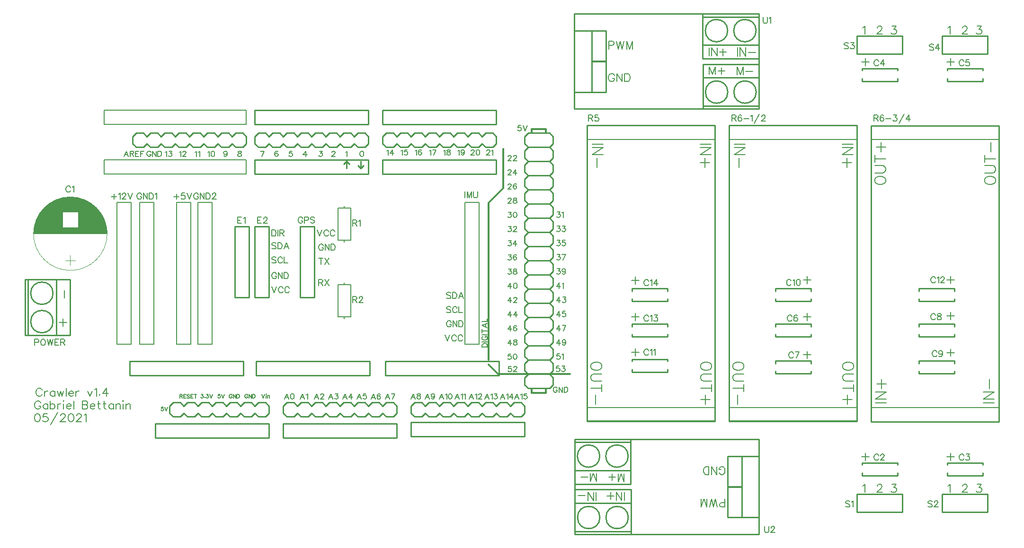
<source format=gto>
G04 Layer: TopSilkLayer*
G04 EasyEDA v6.4.19.5, 2021-05-27T13:51:55--3:00*
G04 d4571b5f0cad4c8e9ba745b3e698b6d2,59636247558045d2802cba280e4ac9d9,10*
G04 Gerber Generator version 0.2*
G04 Scale: 100 percent, Rotated: No, Reflected: No *
G04 Dimensions in millimeters *
G04 leading zeros omitted , absolute positions ,4 integer and 5 decimal *
%FSLAX45Y45*%
%MOMM*%

%ADD21C,0.2540*%
%ADD22C,0.1501*%
%ADD23C,0.2032*%
%ADD24C,0.2030*%
%ADD25C,0.1200*%
%ADD26C,0.3048*%
%ADD27C,0.1524*%

%LPD*%
D23*
X7520177Y-3415792D02*
G01*
X7514843Y-3405378D01*
X7504429Y-3394963D01*
X7494270Y-3389884D01*
X7473441Y-3389884D01*
X7463027Y-3394963D01*
X7452613Y-3405378D01*
X7447279Y-3415792D01*
X7442200Y-3431539D01*
X7442200Y-3457447D01*
X7447279Y-3472942D01*
X7452613Y-3483355D01*
X7463027Y-3493770D01*
X7473441Y-3498850D01*
X7494270Y-3498850D01*
X7504429Y-3493770D01*
X7514843Y-3483355D01*
X7520177Y-3472942D01*
X7520177Y-3457447D01*
X7494270Y-3457447D02*
G01*
X7520177Y-3457447D01*
X7554468Y-3389884D02*
G01*
X7554468Y-3498850D01*
X7554468Y-3389884D02*
G01*
X7627111Y-3498850D01*
X7627111Y-3389884D02*
G01*
X7627111Y-3498850D01*
X7661402Y-3389884D02*
G01*
X7661402Y-3498850D01*
X7661402Y-3389884D02*
G01*
X7697724Y-3389884D01*
X7713472Y-3394963D01*
X7723886Y-3405378D01*
X7728965Y-3415792D01*
X7734300Y-3431539D01*
X7734300Y-3457447D01*
X7728965Y-3472942D01*
X7723886Y-3483355D01*
X7713472Y-3493770D01*
X7697724Y-3498850D01*
X7661402Y-3498850D01*
X4318000Y-1764284D02*
G01*
X4318000Y-1873250D01*
X4318000Y-1764284D02*
G01*
X4354322Y-1764284D01*
X4370070Y-1769363D01*
X4380229Y-1779778D01*
X4385563Y-1790192D01*
X4390643Y-1805939D01*
X4390643Y-1831847D01*
X4385563Y-1847342D01*
X4380229Y-1857755D01*
X4370070Y-1868170D01*
X4354322Y-1873250D01*
X4318000Y-1873250D01*
X4424934Y-1764284D02*
G01*
X4424934Y-1873250D01*
X4459224Y-1764284D02*
G01*
X4459224Y-1873250D01*
X4459224Y-1764284D02*
G01*
X4505959Y-1764284D01*
X4521708Y-1769363D01*
X4526788Y-1774697D01*
X4532122Y-1785112D01*
X4532122Y-1795526D01*
X4526788Y-1805939D01*
X4521708Y-1811020D01*
X4505959Y-1816100D01*
X4459224Y-1816100D01*
X4495800Y-1816100D02*
G01*
X4532122Y-1873250D01*
X4318000Y-2780284D02*
G01*
X4359656Y-2889250D01*
X4401058Y-2780284D02*
G01*
X4359656Y-2889250D01*
X4513325Y-2806192D02*
G01*
X4508245Y-2795778D01*
X4497831Y-2785363D01*
X4487418Y-2780284D01*
X4466590Y-2780284D01*
X4456175Y-2785363D01*
X4445761Y-2795778D01*
X4440681Y-2806192D01*
X4435347Y-2821939D01*
X4435347Y-2847847D01*
X4440681Y-2863342D01*
X4445761Y-2873755D01*
X4456175Y-2884170D01*
X4466590Y-2889250D01*
X4487418Y-2889250D01*
X4497831Y-2884170D01*
X4508245Y-2873755D01*
X4513325Y-2863342D01*
X4625593Y-2806192D02*
G01*
X4620259Y-2795778D01*
X4610100Y-2785363D01*
X4599686Y-2780284D01*
X4578858Y-2780284D01*
X4568443Y-2785363D01*
X4558029Y-2795778D01*
X4552950Y-2806192D01*
X4547615Y-2821939D01*
X4547615Y-2847847D01*
X4552950Y-2863342D01*
X4558029Y-2873755D01*
X4568443Y-2884170D01*
X4578858Y-2889250D01*
X4599686Y-2889250D01*
X4610100Y-2884170D01*
X4620259Y-2873755D01*
X4625593Y-2863342D01*
X4390646Y-2262380D02*
G01*
X4380232Y-2251966D01*
X4364738Y-2246886D01*
X4343910Y-2246886D01*
X4328416Y-2251966D01*
X4318002Y-2262380D01*
X4318002Y-2272794D01*
X4323082Y-2283208D01*
X4328416Y-2288542D01*
X4338830Y-2293622D01*
X4370072Y-2304036D01*
X4380232Y-2309116D01*
X4385566Y-2314450D01*
X4390646Y-2324864D01*
X4390646Y-2340358D01*
X4380232Y-2350772D01*
X4364738Y-2355852D01*
X4343910Y-2355852D01*
X4328416Y-2350772D01*
X4318002Y-2340358D01*
X4502914Y-2272794D02*
G01*
X4497834Y-2262380D01*
X4487420Y-2251966D01*
X4477006Y-2246886D01*
X4456178Y-2246886D01*
X4445764Y-2251966D01*
X4435350Y-2262380D01*
X4430270Y-2272794D01*
X4424936Y-2288542D01*
X4424936Y-2314450D01*
X4430270Y-2329944D01*
X4435350Y-2340358D01*
X4445764Y-2350772D01*
X4456178Y-2355852D01*
X4477006Y-2355852D01*
X4487420Y-2350772D01*
X4497834Y-2340358D01*
X4502914Y-2329944D01*
X4537204Y-2246886D02*
G01*
X4537204Y-2355852D01*
X4537204Y-2355852D02*
G01*
X4599688Y-2355852D01*
X4390643Y-2008378D02*
G01*
X4380229Y-1997963D01*
X4364736Y-1992884D01*
X4343908Y-1992884D01*
X4328413Y-1997963D01*
X4318000Y-2008378D01*
X4318000Y-2018792D01*
X4323079Y-2029205D01*
X4328413Y-2034539D01*
X4338827Y-2039620D01*
X4370070Y-2050034D01*
X4380229Y-2055113D01*
X4385563Y-2060447D01*
X4390643Y-2070862D01*
X4390643Y-2086355D01*
X4380229Y-2096770D01*
X4364736Y-2101850D01*
X4343908Y-2101850D01*
X4328413Y-2096770D01*
X4318000Y-2086355D01*
X4424934Y-1992884D02*
G01*
X4424934Y-2101850D01*
X4424934Y-1992884D02*
G01*
X4461509Y-1992884D01*
X4477004Y-1997963D01*
X4487418Y-2008378D01*
X4492497Y-2018792D01*
X4497831Y-2034539D01*
X4497831Y-2060447D01*
X4492497Y-2075942D01*
X4487418Y-2086355D01*
X4477004Y-2096770D01*
X4461509Y-2101850D01*
X4424934Y-2101850D01*
X4573524Y-1992884D02*
G01*
X4532122Y-2101850D01*
X4573524Y-1992884D02*
G01*
X4615179Y-2101850D01*
X4547615Y-2065528D02*
G01*
X4599686Y-2065528D01*
X16522700Y1246654D02*
G01*
X16391636Y1246654D01*
X16457168Y1312186D02*
G01*
X16457168Y1181376D01*
X14998700Y1246654D02*
G01*
X14867636Y1246654D01*
X14933168Y1312186D02*
G01*
X14933168Y1181376D01*
X14998700Y-5823445D02*
G01*
X14867636Y-5823445D01*
X14933168Y-5757913D02*
G01*
X14933168Y-5888723D01*
X16522700Y-5823158D02*
G01*
X16391636Y-5823158D01*
X16457168Y-5757626D02*
G01*
X16457168Y-5888436D01*
X16522700Y-3957914D02*
G01*
X16391636Y-3957914D01*
X16457168Y-3892382D02*
G01*
X16457168Y-4023192D01*
X16522700Y-3302861D02*
G01*
X16391636Y-3302861D01*
X16457168Y-3237329D02*
G01*
X16457168Y-3368139D01*
X16522700Y-2654493D02*
G01*
X16391636Y-2654493D01*
X16457168Y-2588961D02*
G01*
X16457168Y-2719771D01*
X13957300Y-2656331D02*
G01*
X13826236Y-2656331D01*
X13891768Y-2590800D02*
G01*
X13891768Y-2721610D01*
X13957300Y-3318537D02*
G01*
X13826236Y-3318537D01*
X13891768Y-3253005D02*
G01*
X13891768Y-3383815D01*
X13957300Y-3997563D02*
G01*
X13826236Y-3997563D01*
X13891768Y-3932031D02*
G01*
X13891768Y-4062841D01*
X10883900Y-3951731D02*
G01*
X10752836Y-3951731D01*
X10818368Y-3886200D02*
G01*
X10818368Y-4017010D01*
X7514843Y-2897378D02*
G01*
X7504429Y-2886963D01*
X7488936Y-2881884D01*
X7468108Y-2881884D01*
X7452613Y-2886963D01*
X7442200Y-2897378D01*
X7442200Y-2907792D01*
X7447279Y-2918205D01*
X7452613Y-2923539D01*
X7463027Y-2928620D01*
X7494270Y-2939034D01*
X7504429Y-2944113D01*
X7509763Y-2949447D01*
X7514843Y-2959862D01*
X7514843Y-2975355D01*
X7504429Y-2985770D01*
X7488936Y-2990850D01*
X7468108Y-2990850D01*
X7452613Y-2985770D01*
X7442200Y-2975355D01*
X7549134Y-2881884D02*
G01*
X7549134Y-2990850D01*
X7549134Y-2881884D02*
G01*
X7585709Y-2881884D01*
X7601204Y-2886963D01*
X7611618Y-2897378D01*
X7616697Y-2907792D01*
X7622031Y-2923539D01*
X7622031Y-2949447D01*
X7616697Y-2964942D01*
X7611618Y-2975355D01*
X7601204Y-2985770D01*
X7585709Y-2990850D01*
X7549134Y-2990850D01*
X7697724Y-2881884D02*
G01*
X7656322Y-2990850D01*
X7697724Y-2881884D02*
G01*
X7739379Y-2990850D01*
X7671815Y-2954528D02*
G01*
X7723886Y-2954528D01*
X7514843Y-3151378D02*
G01*
X7504429Y-3140963D01*
X7488936Y-3135884D01*
X7468108Y-3135884D01*
X7452613Y-3140963D01*
X7442200Y-3151378D01*
X7442200Y-3161792D01*
X7447279Y-3172205D01*
X7452613Y-3177539D01*
X7463027Y-3182620D01*
X7494270Y-3193034D01*
X7504429Y-3198113D01*
X7509763Y-3203447D01*
X7514843Y-3213862D01*
X7514843Y-3229355D01*
X7504429Y-3239770D01*
X7488936Y-3244850D01*
X7468108Y-3244850D01*
X7452613Y-3239770D01*
X7442200Y-3229355D01*
X7627111Y-3161792D02*
G01*
X7622031Y-3151378D01*
X7611618Y-3140963D01*
X7601204Y-3135884D01*
X7580375Y-3135884D01*
X7569961Y-3140963D01*
X7559547Y-3151378D01*
X7554468Y-3161792D01*
X7549134Y-3177539D01*
X7549134Y-3203447D01*
X7554468Y-3218942D01*
X7559547Y-3229355D01*
X7569961Y-3239770D01*
X7580375Y-3244850D01*
X7601204Y-3244850D01*
X7611618Y-3239770D01*
X7622031Y-3229355D01*
X7627111Y-3218942D01*
X7661402Y-3135884D02*
G01*
X7661402Y-3244850D01*
X7661402Y-3244850D02*
G01*
X7723886Y-3244850D01*
X7416800Y-3643884D02*
G01*
X7458456Y-3752850D01*
X7499858Y-3643884D02*
G01*
X7458456Y-3752850D01*
X7612125Y-3669792D02*
G01*
X7607045Y-3659378D01*
X7596631Y-3648963D01*
X7586218Y-3643884D01*
X7565390Y-3643884D01*
X7554975Y-3648963D01*
X7544561Y-3659378D01*
X7539481Y-3669792D01*
X7534147Y-3685539D01*
X7534147Y-3711447D01*
X7539481Y-3726942D01*
X7544561Y-3737355D01*
X7554975Y-3747770D01*
X7565390Y-3752850D01*
X7586218Y-3752850D01*
X7596631Y-3747770D01*
X7607045Y-3737355D01*
X7612125Y-3726942D01*
X7724393Y-3669792D02*
G01*
X7719059Y-3659378D01*
X7708900Y-3648963D01*
X7698486Y-3643884D01*
X7677658Y-3643884D01*
X7667243Y-3648963D01*
X7656829Y-3659378D01*
X7651750Y-3669792D01*
X7646415Y-3685539D01*
X7646415Y-3711447D01*
X7651750Y-3726942D01*
X7656829Y-3737355D01*
X7667243Y-3747770D01*
X7677658Y-3752850D01*
X7698486Y-3752850D01*
X7708900Y-3747770D01*
X7719059Y-3737355D01*
X7724393Y-3726942D01*
X180086Y-4859273D02*
G01*
X173228Y-4845304D01*
X159257Y-4831587D01*
X145542Y-4824729D01*
X117855Y-4824729D01*
X103886Y-4831587D01*
X90170Y-4845304D01*
X83057Y-4859273D01*
X76200Y-4880102D01*
X76200Y-4914645D01*
X83057Y-4935473D01*
X90170Y-4949189D01*
X103886Y-4963160D01*
X117855Y-4970018D01*
X145542Y-4970018D01*
X159257Y-4963160D01*
X173228Y-4949189D01*
X180086Y-4935473D01*
X180086Y-4914645D01*
X145542Y-4914645D02*
G01*
X180086Y-4914645D01*
X308863Y-4872989D02*
G01*
X308863Y-4970018D01*
X308863Y-4893818D02*
G01*
X295147Y-4880102D01*
X281178Y-4872989D01*
X260350Y-4872989D01*
X246634Y-4880102D01*
X232663Y-4893818D01*
X225805Y-4914645D01*
X225805Y-4928615D01*
X232663Y-4949189D01*
X246634Y-4963160D01*
X260350Y-4970018D01*
X281178Y-4970018D01*
X295147Y-4963160D01*
X308863Y-4949189D01*
X354584Y-4824729D02*
G01*
X354584Y-4970018D01*
X354584Y-4893818D02*
G01*
X368554Y-4880102D01*
X382270Y-4872989D01*
X403097Y-4872989D01*
X417068Y-4880102D01*
X430784Y-4893818D01*
X437895Y-4914645D01*
X437895Y-4928615D01*
X430784Y-4949189D01*
X417068Y-4963160D01*
X403097Y-4970018D01*
X382270Y-4970018D01*
X368554Y-4963160D01*
X354584Y-4949189D01*
X483615Y-4872989D02*
G01*
X483615Y-4970018D01*
X483615Y-4914645D02*
G01*
X490473Y-4893818D01*
X504189Y-4880102D01*
X518160Y-4872989D01*
X538987Y-4872989D01*
X584707Y-4824729D02*
G01*
X591565Y-4831587D01*
X598423Y-4824729D01*
X591565Y-4817618D01*
X584707Y-4824729D01*
X591565Y-4872989D02*
G01*
X591565Y-4970018D01*
X644144Y-4914645D02*
G01*
X727455Y-4914645D01*
X727455Y-4900929D01*
X720344Y-4886960D01*
X713486Y-4880102D01*
X699770Y-4872989D01*
X678942Y-4872989D01*
X664971Y-4880102D01*
X651255Y-4893818D01*
X644144Y-4914645D01*
X644144Y-4928615D01*
X651255Y-4949189D01*
X664971Y-4963160D01*
X678942Y-4970018D01*
X699770Y-4970018D01*
X713486Y-4963160D01*
X727455Y-4949189D01*
X773176Y-4824729D02*
G01*
X773176Y-4970018D01*
X925576Y-4824729D02*
G01*
X925576Y-4970018D01*
X925576Y-4824729D02*
G01*
X987805Y-4824729D01*
X1008634Y-4831587D01*
X1015492Y-4838445D01*
X1022350Y-4852415D01*
X1022350Y-4866131D01*
X1015492Y-4880102D01*
X1008634Y-4886960D01*
X987805Y-4893818D01*
X925576Y-4893818D02*
G01*
X987805Y-4893818D01*
X1008634Y-4900929D01*
X1015492Y-4907787D01*
X1022350Y-4921504D01*
X1022350Y-4942331D01*
X1015492Y-4956302D01*
X1008634Y-4963160D01*
X987805Y-4970018D01*
X925576Y-4970018D01*
X1068070Y-4914645D02*
G01*
X1151381Y-4914645D01*
X1151381Y-4900929D01*
X1144270Y-4886960D01*
X1137412Y-4880102D01*
X1123695Y-4872989D01*
X1102868Y-4872989D01*
X1088897Y-4880102D01*
X1075181Y-4893818D01*
X1068070Y-4914645D01*
X1068070Y-4928615D01*
X1075181Y-4949189D01*
X1088897Y-4963160D01*
X1102868Y-4970018D01*
X1123695Y-4970018D01*
X1137412Y-4963160D01*
X1151381Y-4949189D01*
X1217929Y-4824729D02*
G01*
X1217929Y-4942331D01*
X1224787Y-4963160D01*
X1238504Y-4970018D01*
X1252473Y-4970018D01*
X1197102Y-4872989D02*
G01*
X1245615Y-4872989D01*
X1319021Y-4824729D02*
G01*
X1319021Y-4942331D01*
X1325879Y-4963160D01*
X1339850Y-4970018D01*
X1353565Y-4970018D01*
X1298194Y-4872989D02*
G01*
X1346707Y-4872989D01*
X1482344Y-4872989D02*
G01*
X1482344Y-4970018D01*
X1482344Y-4893818D02*
G01*
X1468628Y-4880102D01*
X1454657Y-4872989D01*
X1433829Y-4872989D01*
X1420113Y-4880102D01*
X1406144Y-4893818D01*
X1399286Y-4914645D01*
X1399286Y-4928615D01*
X1406144Y-4949189D01*
X1420113Y-4963160D01*
X1433829Y-4970018D01*
X1454657Y-4970018D01*
X1468628Y-4963160D01*
X1482344Y-4949189D01*
X1528063Y-4872989D02*
G01*
X1528063Y-4970018D01*
X1528063Y-4900929D02*
G01*
X1548892Y-4880102D01*
X1562862Y-4872989D01*
X1583689Y-4872989D01*
X1597405Y-4880102D01*
X1604263Y-4900929D01*
X1604263Y-4970018D01*
X1649984Y-4824729D02*
G01*
X1657095Y-4831587D01*
X1663954Y-4824729D01*
X1657095Y-4817618D01*
X1649984Y-4824729D01*
X1657095Y-4872989D02*
G01*
X1657095Y-4970018D01*
X1709673Y-4872989D02*
G01*
X1709673Y-4970018D01*
X1709673Y-4900929D02*
G01*
X1730502Y-4880102D01*
X1744218Y-4872989D01*
X1765045Y-4872989D01*
X1779015Y-4880102D01*
X1785873Y-4900929D01*
X1785873Y-4970018D01*
X117855Y-5053329D02*
G01*
X97028Y-5060187D01*
X83057Y-5081015D01*
X76200Y-5115560D01*
X76200Y-5136387D01*
X83057Y-5170931D01*
X97028Y-5191760D01*
X117855Y-5198618D01*
X131571Y-5198618D01*
X152400Y-5191760D01*
X166370Y-5170931D01*
X173228Y-5136387D01*
X173228Y-5115560D01*
X166370Y-5081015D01*
X152400Y-5060187D01*
X131571Y-5053329D01*
X117855Y-5053329D01*
X302005Y-5053329D02*
G01*
X232663Y-5053329D01*
X225805Y-5115560D01*
X232663Y-5108702D01*
X253492Y-5101589D01*
X274320Y-5101589D01*
X295147Y-5108702D01*
X308863Y-5122418D01*
X315976Y-5143245D01*
X315976Y-5157215D01*
X308863Y-5177789D01*
X295147Y-5191760D01*
X274320Y-5198618D01*
X253492Y-5198618D01*
X232663Y-5191760D01*
X225805Y-5184902D01*
X218947Y-5170931D01*
X486410Y-5025389D02*
G01*
X361695Y-5247131D01*
X538987Y-5087873D02*
G01*
X538987Y-5081015D01*
X545845Y-5067045D01*
X552704Y-5060187D01*
X566673Y-5053329D01*
X594360Y-5053329D01*
X608329Y-5060187D01*
X615187Y-5067045D01*
X622045Y-5081015D01*
X622045Y-5094731D01*
X615187Y-5108702D01*
X601218Y-5129529D01*
X532129Y-5198618D01*
X628904Y-5198618D01*
X716279Y-5053329D02*
G01*
X695452Y-5060187D01*
X681736Y-5081015D01*
X674623Y-5115560D01*
X674623Y-5136387D01*
X681736Y-5170931D01*
X695452Y-5191760D01*
X716279Y-5198618D01*
X730250Y-5198618D01*
X750823Y-5191760D01*
X764794Y-5170931D01*
X771652Y-5136387D01*
X771652Y-5115560D01*
X764794Y-5081015D01*
X750823Y-5060187D01*
X730250Y-5053329D01*
X716279Y-5053329D01*
X824229Y-5087873D02*
G01*
X824229Y-5081015D01*
X831342Y-5067045D01*
X838200Y-5060187D01*
X852170Y-5053329D01*
X879855Y-5053329D01*
X893571Y-5060187D01*
X900429Y-5067045D01*
X907542Y-5081015D01*
X907542Y-5094731D01*
X900429Y-5108702D01*
X886713Y-5129529D01*
X817371Y-5198618D01*
X914400Y-5198618D01*
X960120Y-5081015D02*
G01*
X974089Y-5073904D01*
X994663Y-5053329D01*
X994663Y-5198618D01*
X205486Y-4630673D02*
G01*
X198628Y-4616704D01*
X184657Y-4602987D01*
X170942Y-4596129D01*
X143255Y-4596129D01*
X129286Y-4602987D01*
X115570Y-4616704D01*
X108457Y-4630673D01*
X101600Y-4651502D01*
X101600Y-4686045D01*
X108457Y-4706873D01*
X115570Y-4720589D01*
X129286Y-4734560D01*
X143255Y-4741418D01*
X170942Y-4741418D01*
X184657Y-4734560D01*
X198628Y-4720589D01*
X205486Y-4706873D01*
X251205Y-4644389D02*
G01*
X251205Y-4741418D01*
X251205Y-4686045D02*
G01*
X258063Y-4665218D01*
X272034Y-4651502D01*
X285750Y-4644389D01*
X306578Y-4644389D01*
X435610Y-4644389D02*
G01*
X435610Y-4741418D01*
X435610Y-4665218D02*
G01*
X421639Y-4651502D01*
X407670Y-4644389D01*
X387095Y-4644389D01*
X373126Y-4651502D01*
X359410Y-4665218D01*
X352297Y-4686045D01*
X352297Y-4700015D01*
X359410Y-4720589D01*
X373126Y-4734560D01*
X387095Y-4741418D01*
X407670Y-4741418D01*
X421639Y-4734560D01*
X435610Y-4720589D01*
X481329Y-4644389D02*
G01*
X509015Y-4741418D01*
X536702Y-4644389D02*
G01*
X509015Y-4741418D01*
X536702Y-4644389D02*
G01*
X564387Y-4741418D01*
X592073Y-4644389D02*
G01*
X564387Y-4741418D01*
X637794Y-4596129D02*
G01*
X637794Y-4741418D01*
X683513Y-4686045D02*
G01*
X766571Y-4686045D01*
X766571Y-4672329D01*
X759713Y-4658360D01*
X752855Y-4651502D01*
X738886Y-4644389D01*
X718057Y-4644389D01*
X704342Y-4651502D01*
X690371Y-4665218D01*
X683513Y-4686045D01*
X683513Y-4700015D01*
X690371Y-4720589D01*
X704342Y-4734560D01*
X718057Y-4741418D01*
X738886Y-4741418D01*
X752855Y-4734560D01*
X766571Y-4720589D01*
X812292Y-4644389D02*
G01*
X812292Y-4741418D01*
X812292Y-4686045D02*
G01*
X819150Y-4665218D01*
X833120Y-4651502D01*
X847089Y-4644389D01*
X867663Y-4644389D01*
X1020063Y-4644389D02*
G01*
X1061720Y-4741418D01*
X1103376Y-4644389D02*
G01*
X1061720Y-4741418D01*
X1149095Y-4623815D02*
G01*
X1162812Y-4616704D01*
X1183639Y-4596129D01*
X1183639Y-4741418D01*
X1236218Y-4706873D02*
G01*
X1229360Y-4713731D01*
X1236218Y-4720589D01*
X1243329Y-4713731D01*
X1236218Y-4706873D01*
X1358137Y-4596129D02*
G01*
X1289050Y-4692904D01*
X1392936Y-4692904D01*
X1358137Y-4596129D02*
G01*
X1358137Y-4741418D01*
X10883900Y-3318537D02*
G01*
X10752836Y-3318537D01*
X10818368Y-3253005D02*
G01*
X10818368Y-3383815D01*
X10883900Y-2666751D02*
G01*
X10752836Y-2666751D01*
X10818368Y-2601219D02*
G01*
X10818368Y-2732029D01*
X5192522Y-2272284D02*
G01*
X5192522Y-2381250D01*
X5156200Y-2272284D02*
G01*
X5228843Y-2272284D01*
X5263134Y-2272284D02*
G01*
X5336031Y-2381250D01*
X5336031Y-2272284D02*
G01*
X5263134Y-2381250D01*
X5156200Y-2653284D02*
G01*
X5156200Y-2762250D01*
X5156200Y-2653284D02*
G01*
X5202936Y-2653284D01*
X5218429Y-2658363D01*
X5223763Y-2663697D01*
X5228843Y-2674112D01*
X5228843Y-2684526D01*
X5223763Y-2694939D01*
X5218429Y-2700020D01*
X5202936Y-2705100D01*
X5156200Y-2705100D01*
X5192522Y-2705100D02*
G01*
X5228843Y-2762250D01*
X5263134Y-2653284D02*
G01*
X5336031Y-2762250D01*
X5336031Y-2653284D02*
G01*
X5263134Y-2762250D01*
X5234177Y-2044192D02*
G01*
X5228843Y-2033778D01*
X5218429Y-2023363D01*
X5208270Y-2018284D01*
X5187441Y-2018284D01*
X5177027Y-2023363D01*
X5166613Y-2033778D01*
X5161279Y-2044192D01*
X5156200Y-2059939D01*
X5156200Y-2085847D01*
X5161279Y-2101342D01*
X5166613Y-2111755D01*
X5177027Y-2122170D01*
X5187441Y-2127250D01*
X5208270Y-2127250D01*
X5218429Y-2122170D01*
X5228843Y-2111755D01*
X5234177Y-2101342D01*
X5234177Y-2085847D01*
X5208270Y-2085847D02*
G01*
X5234177Y-2085847D01*
X5268468Y-2018284D02*
G01*
X5268468Y-2127250D01*
X5268468Y-2018284D02*
G01*
X5341111Y-2127250D01*
X5341111Y-2018284D02*
G01*
X5341111Y-2127250D01*
X5375402Y-2018284D02*
G01*
X5375402Y-2127250D01*
X5375402Y-2018284D02*
G01*
X5411724Y-2018284D01*
X5427472Y-2023363D01*
X5437886Y-2033778D01*
X5442965Y-2044192D01*
X5448300Y-2059939D01*
X5448300Y-2085847D01*
X5442965Y-2101342D01*
X5437886Y-2111755D01*
X5427472Y-2122170D01*
X5411724Y-2127250D01*
X5375402Y-2127250D01*
X5130800Y-1764284D02*
G01*
X5172456Y-1873250D01*
X5213858Y-1764284D02*
G01*
X5172456Y-1873250D01*
X5326125Y-1790192D02*
G01*
X5321045Y-1779778D01*
X5310631Y-1769363D01*
X5300218Y-1764284D01*
X5279390Y-1764284D01*
X5268975Y-1769363D01*
X5258561Y-1779778D01*
X5253481Y-1790192D01*
X5248147Y-1805939D01*
X5248147Y-1831847D01*
X5253481Y-1847342D01*
X5258561Y-1857755D01*
X5268975Y-1868170D01*
X5279390Y-1873250D01*
X5300218Y-1873250D01*
X5310631Y-1868170D01*
X5321045Y-1857755D01*
X5326125Y-1847342D01*
X5438393Y-1790192D02*
G01*
X5433059Y-1779778D01*
X5422900Y-1769363D01*
X5412486Y-1764284D01*
X5391658Y-1764284D01*
X5381243Y-1769363D01*
X5370829Y-1779778D01*
X5365750Y-1790192D01*
X5360415Y-1805939D01*
X5360415Y-1831847D01*
X5365750Y-1847342D01*
X5370829Y-1857755D01*
X5381243Y-1868170D01*
X5391658Y-1873250D01*
X5412486Y-1873250D01*
X5422900Y-1868170D01*
X5433059Y-1857755D01*
X5438393Y-1847342D01*
X4395977Y-2552192D02*
G01*
X4390643Y-2541778D01*
X4380229Y-2531363D01*
X4370070Y-2526284D01*
X4349241Y-2526284D01*
X4338827Y-2531363D01*
X4328413Y-2541778D01*
X4323079Y-2552192D01*
X4318000Y-2567939D01*
X4318000Y-2593847D01*
X4323079Y-2609342D01*
X4328413Y-2619755D01*
X4338827Y-2630170D01*
X4349241Y-2635250D01*
X4370070Y-2635250D01*
X4380229Y-2630170D01*
X4390643Y-2619755D01*
X4395977Y-2609342D01*
X4395977Y-2593847D01*
X4370070Y-2593847D02*
G01*
X4395977Y-2593847D01*
X4430268Y-2526284D02*
G01*
X4430268Y-2635250D01*
X4430268Y-2526284D02*
G01*
X4502911Y-2635250D01*
X4502911Y-2526284D02*
G01*
X4502911Y-2635250D01*
X4537202Y-2526284D02*
G01*
X4537202Y-2635250D01*
X4537202Y-2526284D02*
G01*
X4573524Y-2526284D01*
X4589272Y-2531363D01*
X4599686Y-2541778D01*
X4604765Y-2552192D01*
X4610100Y-2567939D01*
X4610100Y-2593847D01*
X4604765Y-2609342D01*
X4599686Y-2619755D01*
X4589272Y-2630170D01*
X4573524Y-2635250D01*
X4537202Y-2635250D01*
D27*
X4865877Y-1556257D02*
G01*
X4860543Y-1545844D01*
X4850129Y-1535429D01*
X4839970Y-1530350D01*
X4819141Y-1530350D01*
X4808727Y-1535429D01*
X4798313Y-1545844D01*
X4792979Y-1556257D01*
X4787900Y-1572005D01*
X4787900Y-1597913D01*
X4792979Y-1613407D01*
X4798313Y-1623821D01*
X4808727Y-1634236D01*
X4819141Y-1639315D01*
X4839970Y-1639315D01*
X4850129Y-1634236D01*
X4860543Y-1623821D01*
X4865877Y-1613407D01*
X4865877Y-1597913D01*
X4839970Y-1597913D02*
G01*
X4865877Y-1597913D01*
X4900168Y-1530350D02*
G01*
X4900168Y-1639315D01*
X4900168Y-1530350D02*
G01*
X4946904Y-1530350D01*
X4962397Y-1535429D01*
X4967731Y-1540763D01*
X4972811Y-1551178D01*
X4972811Y-1566671D01*
X4967731Y-1577086D01*
X4962397Y-1582165D01*
X4946904Y-1587500D01*
X4900168Y-1587500D01*
X5080000Y-1545844D02*
G01*
X5069586Y-1535429D01*
X5053838Y-1530350D01*
X5033009Y-1530350D01*
X5017515Y-1535429D01*
X5007102Y-1545844D01*
X5007102Y-1556257D01*
X5012436Y-1566671D01*
X5017515Y-1572005D01*
X5027929Y-1577086D01*
X5059172Y-1587500D01*
X5069586Y-1592579D01*
X5074665Y-1597913D01*
X5080000Y-1608328D01*
X5080000Y-1623821D01*
X5069586Y-1634236D01*
X5053838Y-1639315D01*
X5033009Y-1639315D01*
X5017515Y-1634236D01*
X5007102Y-1623821D01*
X5765800Y-1586484D02*
G01*
X5765800Y-1695450D01*
X5765800Y-1586484D02*
G01*
X5812536Y-1586484D01*
X5828029Y-1591563D01*
X5833363Y-1596897D01*
X5838443Y-1607312D01*
X5838443Y-1617726D01*
X5833363Y-1628139D01*
X5828029Y-1633220D01*
X5812536Y-1638300D01*
X5765800Y-1638300D01*
X5802122Y-1638300D02*
G01*
X5838443Y-1695450D01*
X5872734Y-1607312D02*
G01*
X5883147Y-1601978D01*
X5898895Y-1586484D01*
X5898895Y-1695450D01*
X5765800Y-2958084D02*
G01*
X5765800Y-3067050D01*
X5765800Y-2958084D02*
G01*
X5812536Y-2958084D01*
X5828029Y-2963163D01*
X5833363Y-2968497D01*
X5838443Y-2978912D01*
X5838443Y-2989326D01*
X5833363Y-2999739D01*
X5828029Y-3004820D01*
X5812536Y-3009900D01*
X5765800Y-3009900D01*
X5802122Y-3009900D02*
G01*
X5838443Y-3067050D01*
X5878068Y-2983992D02*
G01*
X5878068Y-2978912D01*
X5883147Y-2968497D01*
X5888481Y-2963163D01*
X5898895Y-2958084D01*
X5919470Y-2958084D01*
X5929884Y-2963163D01*
X5935218Y-2968497D01*
X5940297Y-2978912D01*
X5940297Y-2989326D01*
X5935218Y-2999739D01*
X5924804Y-3015234D01*
X5872734Y-3067050D01*
X5945631Y-3067050D01*
X3708400Y-1535684D02*
G01*
X3708400Y-1644650D01*
X3708400Y-1535684D02*
G01*
X3775963Y-1535684D01*
X3708400Y-1587500D02*
G01*
X3750056Y-1587500D01*
X3708400Y-1644650D02*
G01*
X3775963Y-1644650D01*
X3810254Y-1556512D02*
G01*
X3820668Y-1551178D01*
X3836161Y-1535684D01*
X3836161Y-1644650D01*
X4064000Y-1535684D02*
G01*
X4064000Y-1644650D01*
X4064000Y-1535684D02*
G01*
X4131563Y-1535684D01*
X4064000Y-1587500D02*
G01*
X4105656Y-1587500D01*
X4064000Y-1644650D02*
G01*
X4131563Y-1644650D01*
X4170934Y-1561592D02*
G01*
X4170934Y-1556512D01*
X4176268Y-1546097D01*
X4181347Y-1540763D01*
X4191761Y-1535684D01*
X4212590Y-1535684D01*
X4223004Y-1540763D01*
X4228084Y-1546097D01*
X4233418Y-1556512D01*
X4233418Y-1566926D01*
X4228084Y-1577339D01*
X4217670Y-1592834D01*
X4165854Y-1644650D01*
X4238497Y-1644650D01*
X1982977Y-1129792D02*
G01*
X1977643Y-1119378D01*
X1967229Y-1108963D01*
X1957070Y-1103884D01*
X1936241Y-1103884D01*
X1925828Y-1108963D01*
X1915413Y-1119378D01*
X1910079Y-1129792D01*
X1905000Y-1145539D01*
X1905000Y-1171447D01*
X1910079Y-1186942D01*
X1915413Y-1197355D01*
X1925828Y-1207770D01*
X1936241Y-1212850D01*
X1957070Y-1212850D01*
X1967229Y-1207770D01*
X1977643Y-1197355D01*
X1982977Y-1186942D01*
X1982977Y-1171447D01*
X1957070Y-1171447D02*
G01*
X1982977Y-1171447D01*
X2017268Y-1103884D02*
G01*
X2017268Y-1212850D01*
X2017268Y-1103884D02*
G01*
X2089911Y-1212850D01*
X2089911Y-1103884D02*
G01*
X2089911Y-1212850D01*
X2124202Y-1103884D02*
G01*
X2124202Y-1212850D01*
X2124202Y-1103884D02*
G01*
X2160524Y-1103884D01*
X2176272Y-1108963D01*
X2186686Y-1119378D01*
X2191765Y-1129792D01*
X2197100Y-1145539D01*
X2197100Y-1171447D01*
X2191765Y-1186942D01*
X2186686Y-1197355D01*
X2176272Y-1207770D01*
X2160524Y-1212850D01*
X2124202Y-1212850D01*
X2231390Y-1124712D02*
G01*
X2241550Y-1119378D01*
X2257297Y-1103884D01*
X2257297Y-1212850D01*
X2998977Y-1129792D02*
G01*
X2993643Y-1119378D01*
X2983229Y-1108963D01*
X2973070Y-1103884D01*
X2952241Y-1103884D01*
X2941827Y-1108963D01*
X2931413Y-1119378D01*
X2926079Y-1129792D01*
X2921000Y-1145539D01*
X2921000Y-1171447D01*
X2926079Y-1186942D01*
X2931413Y-1197355D01*
X2941827Y-1207770D01*
X2952241Y-1212850D01*
X2973070Y-1212850D01*
X2983229Y-1207770D01*
X2993643Y-1197355D01*
X2998977Y-1186942D01*
X2998977Y-1171447D01*
X2973070Y-1171447D02*
G01*
X2998977Y-1171447D01*
X3033268Y-1103884D02*
G01*
X3033268Y-1212850D01*
X3033268Y-1103884D02*
G01*
X3105911Y-1212850D01*
X3105911Y-1103884D02*
G01*
X3105911Y-1212850D01*
X3140202Y-1103884D02*
G01*
X3140202Y-1212850D01*
X3140202Y-1103884D02*
G01*
X3176524Y-1103884D01*
X3192272Y-1108963D01*
X3202686Y-1119378D01*
X3207765Y-1129792D01*
X3213100Y-1145539D01*
X3213100Y-1171447D01*
X3207765Y-1186942D01*
X3202686Y-1197355D01*
X3192272Y-1207770D01*
X3176524Y-1212850D01*
X3140202Y-1212850D01*
X3252470Y-1129792D02*
G01*
X3252470Y-1124712D01*
X3257550Y-1114297D01*
X3262884Y-1108963D01*
X3273297Y-1103884D01*
X3294125Y-1103884D01*
X3304540Y-1108963D01*
X3309620Y-1114297D01*
X3314700Y-1124712D01*
X3314700Y-1135126D01*
X3309620Y-1145539D01*
X3299206Y-1161034D01*
X3247390Y-1212850D01*
X3320034Y-1212850D01*
X7772400Y-1078484D02*
G01*
X7772400Y-1187450D01*
X7806690Y-1078484D02*
G01*
X7806690Y-1187450D01*
X7806690Y-1078484D02*
G01*
X7848345Y-1187450D01*
X7889747Y-1078484D02*
G01*
X7848345Y-1187450D01*
X7889747Y-1078484D02*
G01*
X7889747Y-1187450D01*
X7924038Y-1078484D02*
G01*
X7924038Y-1156462D01*
X7929372Y-1171955D01*
X7939786Y-1182370D01*
X7955279Y-1187450D01*
X7965693Y-1187450D01*
X7981188Y-1182370D01*
X7991602Y-1171955D01*
X7996936Y-1156462D01*
X7996936Y-1078484D01*
X2612136Y-1119378D02*
G01*
X2612136Y-1212850D01*
X2565400Y-1166113D02*
G01*
X2658872Y-1166113D01*
X2755645Y-1103884D02*
G01*
X2703575Y-1103884D01*
X2698495Y-1150620D01*
X2703575Y-1145539D01*
X2719070Y-1140205D01*
X2734818Y-1140205D01*
X2750311Y-1145539D01*
X2760725Y-1155700D01*
X2766059Y-1171447D01*
X2766059Y-1181862D01*
X2760725Y-1197355D01*
X2750311Y-1207770D01*
X2734818Y-1212850D01*
X2719070Y-1212850D01*
X2703575Y-1207770D01*
X2698495Y-1202689D01*
X2693161Y-1192276D01*
X2800350Y-1103884D02*
G01*
X2841752Y-1212850D01*
X2883408Y-1103884D02*
G01*
X2841752Y-1212850D01*
X1494536Y-1119378D02*
G01*
X1494536Y-1212850D01*
X1447800Y-1166113D02*
G01*
X1541271Y-1166113D01*
X1575562Y-1124712D02*
G01*
X1585976Y-1119378D01*
X1601470Y-1103884D01*
X1601470Y-1212850D01*
X1641094Y-1129792D02*
G01*
X1641094Y-1124712D01*
X1646173Y-1114297D01*
X1651507Y-1108963D01*
X1661921Y-1103884D01*
X1682750Y-1103884D01*
X1692910Y-1108963D01*
X1698244Y-1114297D01*
X1703323Y-1124712D01*
X1703323Y-1135126D01*
X1698244Y-1145539D01*
X1687829Y-1161034D01*
X1635760Y-1212850D01*
X1708657Y-1212850D01*
X1742947Y-1103884D02*
G01*
X1784350Y-1212850D01*
X1826005Y-1103884D02*
G01*
X1784350Y-1212850D01*
X13131800Y-7072884D02*
G01*
X13131800Y-7150862D01*
X13136879Y-7166355D01*
X13147293Y-7176770D01*
X13163041Y-7181850D01*
X13173456Y-7181850D01*
X13188950Y-7176770D01*
X13199363Y-7166355D01*
X13204443Y-7150862D01*
X13204443Y-7072884D01*
X13244068Y-7098792D02*
G01*
X13244068Y-7093712D01*
X13249147Y-7083297D01*
X13254481Y-7077963D01*
X13264895Y-7072884D01*
X13285470Y-7072884D01*
X13295884Y-7077963D01*
X13301218Y-7083297D01*
X13306297Y-7093712D01*
X13306297Y-7104126D01*
X13301218Y-7114539D01*
X13290804Y-7130034D01*
X13238734Y-7181850D01*
X13311631Y-7181850D01*
D23*
X12420117Y-6723153D02*
G01*
X12420117Y-6579897D01*
X12420117Y-6723153D02*
G01*
X12358903Y-6723153D01*
X12338329Y-6716295D01*
X12331471Y-6709437D01*
X12324867Y-6695975D01*
X12324867Y-6675401D01*
X12331471Y-6661685D01*
X12338329Y-6655081D01*
X12358903Y-6648223D01*
X12420117Y-6648223D01*
X12279655Y-6723153D02*
G01*
X12245619Y-6579897D01*
X12211583Y-6723153D02*
G01*
X12245619Y-6579897D01*
X12211583Y-6723153D02*
G01*
X12177547Y-6579897D01*
X12143257Y-6723153D02*
G01*
X12177547Y-6579897D01*
X12098299Y-6723153D02*
G01*
X12098299Y-6579897D01*
X12098299Y-6723153D02*
G01*
X12043943Y-6579897D01*
X11989333Y-6723153D02*
G01*
X12043943Y-6579897D01*
X11989333Y-6723153D02*
G01*
X11989333Y-6579897D01*
X12317849Y-6109083D02*
G01*
X12324707Y-6122799D01*
X12338423Y-6136261D01*
X12352139Y-6143119D01*
X12379317Y-6143119D01*
X12393033Y-6136261D01*
X12406495Y-6122799D01*
X12413353Y-6109083D01*
X12420211Y-6088509D01*
X12420211Y-6054473D01*
X12413353Y-6034153D01*
X12406495Y-6020437D01*
X12393033Y-6006721D01*
X12379317Y-5999863D01*
X12352139Y-5999863D01*
X12338423Y-6006721D01*
X12324707Y-6020437D01*
X12317849Y-6034153D01*
X12317849Y-6054473D01*
X12352139Y-6054473D02*
G01*
X12317849Y-6054473D01*
X12272891Y-6143119D02*
G01*
X12272891Y-5999863D01*
X12272891Y-6143119D02*
G01*
X12177387Y-5999863D01*
X12177387Y-6143119D02*
G01*
X12177387Y-5999863D01*
X12132429Y-6143119D02*
G01*
X12132429Y-5999863D01*
X12132429Y-6143119D02*
G01*
X12084677Y-6143119D01*
X12064357Y-6136261D01*
X12050641Y-6122799D01*
X12043783Y-6109083D01*
X12036925Y-6088509D01*
X12036925Y-6054473D01*
X12043783Y-6034153D01*
X12050641Y-6020437D01*
X12064357Y-6006721D01*
X12084677Y-5999863D01*
X12132429Y-5999863D01*
X10117195Y-6609247D02*
G01*
X10117193Y-6456593D01*
X10069189Y-6609247D02*
G01*
X10069189Y-6456593D01*
X10069189Y-6609247D02*
G01*
X9967335Y-6456593D01*
X9967335Y-6609247D02*
G01*
X9967335Y-6456593D01*
X9919329Y-6522125D02*
G01*
X9788519Y-6522125D01*
X10620207Y-6606473D02*
G01*
X10620207Y-6463217D01*
X10575249Y-6606473D02*
G01*
X10575249Y-6463217D01*
X10575249Y-6606473D02*
G01*
X10479745Y-6463217D01*
X10479745Y-6606473D02*
G01*
X10479745Y-6463217D01*
X10373319Y-6585899D02*
G01*
X10373319Y-6463217D01*
X10434787Y-6524685D02*
G01*
X10312105Y-6524685D01*
X10617085Y-6270261D02*
G01*
X10617085Y-6127005D01*
X10617085Y-6270261D02*
G01*
X10562475Y-6127005D01*
X10508119Y-6270261D02*
G01*
X10562475Y-6127005D01*
X10508119Y-6270261D02*
G01*
X10508119Y-6127005D01*
X10401693Y-6249687D02*
G01*
X10401693Y-6127005D01*
X10463161Y-6188473D02*
G01*
X10340225Y-6188473D01*
X10120114Y-6266865D02*
G01*
X10120114Y-6123609D01*
X10120114Y-6266865D02*
G01*
X10065504Y-6123609D01*
X10011148Y-6266865D02*
G01*
X10065504Y-6123609D01*
X10011148Y-6266865D02*
G01*
X10011148Y-6123609D01*
X9965936Y-6185077D02*
G01*
X9843254Y-6185077D01*
D27*
X76200Y-3720084D02*
G01*
X76200Y-3829050D01*
X76200Y-3720084D02*
G01*
X122936Y-3720084D01*
X138429Y-3725163D01*
X143763Y-3730497D01*
X148844Y-3740912D01*
X148844Y-3756405D01*
X143763Y-3766820D01*
X138429Y-3771900D01*
X122936Y-3777234D01*
X76200Y-3777234D01*
X214376Y-3720084D02*
G01*
X203962Y-3725163D01*
X193547Y-3735578D01*
X188468Y-3745992D01*
X183134Y-3761739D01*
X183134Y-3787647D01*
X188468Y-3803142D01*
X193547Y-3813555D01*
X203962Y-3823970D01*
X214376Y-3829050D01*
X235204Y-3829050D01*
X245618Y-3823970D01*
X256031Y-3813555D01*
X261112Y-3803142D01*
X266445Y-3787647D01*
X266445Y-3761739D01*
X261112Y-3745992D01*
X256031Y-3735578D01*
X245618Y-3725163D01*
X235204Y-3720084D01*
X214376Y-3720084D01*
X300736Y-3720084D02*
G01*
X326644Y-3829050D01*
X352552Y-3720084D02*
G01*
X326644Y-3829050D01*
X352552Y-3720084D02*
G01*
X378460Y-3829050D01*
X404621Y-3720084D02*
G01*
X378460Y-3829050D01*
X438912Y-3720084D02*
G01*
X438912Y-3829050D01*
X438912Y-3720084D02*
G01*
X506476Y-3720084D01*
X438912Y-3771900D02*
G01*
X480313Y-3771900D01*
X438912Y-3829050D02*
G01*
X506476Y-3829050D01*
X540765Y-3720084D02*
G01*
X540765Y-3829050D01*
X540765Y-3720084D02*
G01*
X587502Y-3720084D01*
X602995Y-3725163D01*
X608329Y-3730497D01*
X613410Y-3740912D01*
X613410Y-3751326D01*
X608329Y-3761739D01*
X602995Y-3766820D01*
X587502Y-3771900D01*
X540765Y-3771900D01*
X577087Y-3771900D02*
G01*
X613410Y-3829050D01*
D23*
X607568Y-2844800D02*
G01*
X607568Y-2975610D01*
X647700Y-3418331D02*
G01*
X516636Y-3418331D01*
X582168Y-3352800D02*
G01*
X582168Y-3483610D01*
D27*
X14652243Y-6631178D02*
G01*
X14641829Y-6620763D01*
X14626336Y-6615684D01*
X14605508Y-6615684D01*
X14590013Y-6620763D01*
X14579600Y-6631178D01*
X14579600Y-6641592D01*
X14584679Y-6652005D01*
X14590013Y-6657339D01*
X14600427Y-6662420D01*
X14631670Y-6672834D01*
X14641829Y-6677913D01*
X14647163Y-6683247D01*
X14652243Y-6693662D01*
X14652243Y-6709155D01*
X14641829Y-6719570D01*
X14626336Y-6724650D01*
X14605508Y-6724650D01*
X14590013Y-6719570D01*
X14579600Y-6709155D01*
X14686534Y-6636512D02*
G01*
X14696947Y-6631178D01*
X14712695Y-6615684D01*
X14712695Y-6724650D01*
X14884400Y-6345428D02*
G01*
X14898370Y-6338570D01*
X14918943Y-6317742D01*
X14918943Y-6463029D01*
X15145258Y-6352286D02*
G01*
X15145258Y-6345428D01*
X15152370Y-6331457D01*
X15159227Y-6324600D01*
X15172943Y-6317742D01*
X15200629Y-6317742D01*
X15214600Y-6324600D01*
X15221458Y-6331457D01*
X15228570Y-6345428D01*
X15228570Y-6359144D01*
X15221458Y-6373113D01*
X15207741Y-6393942D01*
X15138400Y-6463029D01*
X15235427Y-6463029D01*
X15406370Y-6317742D02*
G01*
X15482570Y-6317742D01*
X15440913Y-6373113D01*
X15461741Y-6373113D01*
X15475458Y-6379971D01*
X15482570Y-6386829D01*
X15489427Y-6407657D01*
X15489427Y-6421628D01*
X15482570Y-6442455D01*
X15468600Y-6456171D01*
X15447772Y-6463029D01*
X15426943Y-6463029D01*
X15406370Y-6456171D01*
X15399258Y-6449313D01*
X15392400Y-6435344D01*
X16125443Y-6631178D02*
G01*
X16115029Y-6620763D01*
X16099536Y-6615684D01*
X16078708Y-6615684D01*
X16063213Y-6620763D01*
X16052800Y-6631178D01*
X16052800Y-6641592D01*
X16057879Y-6652005D01*
X16063213Y-6657339D01*
X16073627Y-6662420D01*
X16104870Y-6672834D01*
X16115029Y-6677913D01*
X16120363Y-6683247D01*
X16125443Y-6693662D01*
X16125443Y-6709155D01*
X16115029Y-6719570D01*
X16099536Y-6724650D01*
X16078708Y-6724650D01*
X16063213Y-6719570D01*
X16052800Y-6709155D01*
X16165068Y-6641592D02*
G01*
X16165068Y-6636512D01*
X16170147Y-6626097D01*
X16175481Y-6620763D01*
X16185895Y-6615684D01*
X16206470Y-6615684D01*
X16216884Y-6620763D01*
X16222218Y-6626097D01*
X16227297Y-6636512D01*
X16227297Y-6646926D01*
X16222218Y-6657339D01*
X16211804Y-6672834D01*
X16159734Y-6724650D01*
X16232631Y-6724650D01*
X16408400Y-6345428D02*
G01*
X16422370Y-6338570D01*
X16442943Y-6317742D01*
X16442943Y-6463029D01*
X16669258Y-6352286D02*
G01*
X16669258Y-6345428D01*
X16676370Y-6331457D01*
X16683227Y-6324600D01*
X16696943Y-6317742D01*
X16724629Y-6317742D01*
X16738600Y-6324600D01*
X16745458Y-6331457D01*
X16752570Y-6345428D01*
X16752570Y-6359144D01*
X16745458Y-6373113D01*
X16731741Y-6393942D01*
X16662400Y-6463029D01*
X16759427Y-6463029D01*
X16930370Y-6317742D02*
G01*
X17006570Y-6317742D01*
X16964913Y-6373113D01*
X16985741Y-6373113D01*
X16999458Y-6379971D01*
X17006570Y-6386829D01*
X17013427Y-6407657D01*
X17013427Y-6421628D01*
X17006570Y-6442455D01*
X16992600Y-6456171D01*
X16971772Y-6463029D01*
X16950943Y-6463029D01*
X16930370Y-6456171D01*
X16923258Y-6449313D01*
X16916400Y-6435344D01*
X14626843Y1573021D02*
G01*
X14616429Y1583436D01*
X14600936Y1588515D01*
X14580108Y1588515D01*
X14564613Y1583436D01*
X14554200Y1573021D01*
X14554200Y1562607D01*
X14559279Y1552194D01*
X14564613Y1546860D01*
X14575027Y1541779D01*
X14606270Y1531365D01*
X14616429Y1526286D01*
X14621763Y1520952D01*
X14626843Y1510537D01*
X14626843Y1495044D01*
X14616429Y1484629D01*
X14600936Y1479550D01*
X14580108Y1479550D01*
X14564613Y1484629D01*
X14554200Y1495044D01*
X14671547Y1588515D02*
G01*
X14728697Y1588515D01*
X14697709Y1546860D01*
X14713204Y1546860D01*
X14723618Y1541779D01*
X14728697Y1536700D01*
X14734031Y1520952D01*
X14734031Y1510537D01*
X14728697Y1495044D01*
X14718284Y1484629D01*
X14702790Y1479550D01*
X14687295Y1479550D01*
X14671547Y1484629D01*
X14666468Y1489710D01*
X14661134Y1500123D01*
X14884400Y1858771D02*
G01*
X14898370Y1865629D01*
X14918943Y1886457D01*
X14918943Y1741170D01*
X15145258Y1851913D02*
G01*
X15145258Y1858771D01*
X15152370Y1872742D01*
X15159227Y1879600D01*
X15172943Y1886457D01*
X15200629Y1886457D01*
X15214600Y1879600D01*
X15221458Y1872742D01*
X15228570Y1858771D01*
X15228570Y1845055D01*
X15221458Y1831086D01*
X15207741Y1810257D01*
X15138400Y1741170D01*
X15235427Y1741170D01*
X15406370Y1886457D02*
G01*
X15482570Y1886457D01*
X15440913Y1831086D01*
X15461741Y1831086D01*
X15475458Y1824228D01*
X15482570Y1817370D01*
X15489427Y1796542D01*
X15489427Y1782571D01*
X15482570Y1761744D01*
X15468600Y1748028D01*
X15447772Y1741170D01*
X15426943Y1741170D01*
X15406370Y1748028D01*
X15399258Y1754886D01*
X15392400Y1768855D01*
X16150843Y1547621D02*
G01*
X16140429Y1558036D01*
X16124936Y1563115D01*
X16104108Y1563115D01*
X16088613Y1558036D01*
X16078200Y1547621D01*
X16078200Y1537207D01*
X16083279Y1526794D01*
X16088613Y1521460D01*
X16099027Y1516379D01*
X16130270Y1505965D01*
X16140429Y1500886D01*
X16145763Y1495552D01*
X16150843Y1485137D01*
X16150843Y1469644D01*
X16140429Y1459229D01*
X16124936Y1454150D01*
X16104108Y1454150D01*
X16088613Y1459229D01*
X16078200Y1469644D01*
X16237204Y1563115D02*
G01*
X16185134Y1490471D01*
X16263111Y1490471D01*
X16237204Y1563115D02*
G01*
X16237204Y1454150D01*
X16408400Y1858771D02*
G01*
X16422370Y1865629D01*
X16442943Y1886457D01*
X16442943Y1741170D01*
X16669258Y1851913D02*
G01*
X16669258Y1858771D01*
X16676370Y1872742D01*
X16683227Y1879600D01*
X16696943Y1886457D01*
X16724629Y1886457D01*
X16738600Y1879600D01*
X16745458Y1872742D01*
X16752570Y1858771D01*
X16752570Y1845055D01*
X16745458Y1831086D01*
X16731741Y1810257D01*
X16662400Y1741170D01*
X16759427Y1741170D01*
X16930370Y1886457D02*
G01*
X17006570Y1886457D01*
X16964913Y1831086D01*
X16985741Y1831086D01*
X16999458Y1824228D01*
X17006570Y1817370D01*
X17013427Y1796542D01*
X17013427Y1782571D01*
X17006570Y1761744D01*
X16992600Y1748028D01*
X16971772Y1741170D01*
X16950943Y1741170D01*
X16930370Y1748028D01*
X16923258Y1754886D01*
X16916400Y1768855D01*
X712978Y-1002792D02*
G01*
X707644Y-992378D01*
X697229Y-981963D01*
X687070Y-976884D01*
X666242Y-976884D01*
X655828Y-981963D01*
X645413Y-992378D01*
X640079Y-1002792D01*
X635000Y-1018539D01*
X635000Y-1044447D01*
X640079Y-1059942D01*
X645413Y-1070355D01*
X655828Y-1080770D01*
X666242Y-1085850D01*
X687070Y-1085850D01*
X697229Y-1080770D01*
X707644Y-1070355D01*
X712978Y-1059942D01*
X747268Y-997712D02*
G01*
X757681Y-992378D01*
X773176Y-976884D01*
X773176Y-1085850D01*
X15165577Y-5803392D02*
G01*
X15160243Y-5792978D01*
X15149829Y-5782563D01*
X15139670Y-5777484D01*
X15118841Y-5777484D01*
X15108427Y-5782563D01*
X15098013Y-5792978D01*
X15092679Y-5803392D01*
X15087600Y-5819139D01*
X15087600Y-5845047D01*
X15092679Y-5860542D01*
X15098013Y-5870955D01*
X15108427Y-5881370D01*
X15118841Y-5886450D01*
X15139670Y-5886450D01*
X15149829Y-5881370D01*
X15160243Y-5870955D01*
X15165577Y-5860542D01*
X15204947Y-5803392D02*
G01*
X15204947Y-5798312D01*
X15210281Y-5787897D01*
X15215361Y-5782563D01*
X15225775Y-5777484D01*
X15246604Y-5777484D01*
X15257018Y-5782563D01*
X15262097Y-5787897D01*
X15267431Y-5798312D01*
X15267431Y-5808726D01*
X15262097Y-5819139D01*
X15251684Y-5834634D01*
X15199868Y-5886450D01*
X15272511Y-5886450D01*
X16689577Y-5803392D02*
G01*
X16684243Y-5792978D01*
X16673829Y-5782563D01*
X16663670Y-5777484D01*
X16642841Y-5777484D01*
X16632427Y-5782563D01*
X16622013Y-5792978D01*
X16616679Y-5803392D01*
X16611600Y-5819139D01*
X16611600Y-5845047D01*
X16616679Y-5860542D01*
X16622013Y-5870955D01*
X16632427Y-5881370D01*
X16642841Y-5886450D01*
X16663670Y-5886450D01*
X16673829Y-5881370D01*
X16684243Y-5870955D01*
X16689577Y-5860542D01*
X16734281Y-5777484D02*
G01*
X16791431Y-5777484D01*
X16760190Y-5819139D01*
X16775684Y-5819139D01*
X16786098Y-5824220D01*
X16791431Y-5829300D01*
X16796511Y-5845047D01*
X16796511Y-5855462D01*
X16791431Y-5870955D01*
X16781018Y-5881370D01*
X16765270Y-5886450D01*
X16749775Y-5886450D01*
X16734281Y-5881370D01*
X16728947Y-5876289D01*
X16723868Y-5865876D01*
X15165577Y1257807D02*
G01*
X15160243Y1268221D01*
X15149829Y1278636D01*
X15139670Y1283715D01*
X15118841Y1283715D01*
X15108427Y1278636D01*
X15098013Y1268221D01*
X15092679Y1257807D01*
X15087600Y1242060D01*
X15087600Y1216152D01*
X15092679Y1200657D01*
X15098013Y1190244D01*
X15108427Y1179829D01*
X15118841Y1174750D01*
X15139670Y1174750D01*
X15149829Y1179829D01*
X15160243Y1190244D01*
X15165577Y1200657D01*
X15251684Y1283715D02*
G01*
X15199868Y1211071D01*
X15277845Y1211071D01*
X15251684Y1283715D02*
G01*
X15251684Y1174750D01*
X16689577Y1257807D02*
G01*
X16684243Y1268221D01*
X16673829Y1278636D01*
X16663670Y1283715D01*
X16642841Y1283715D01*
X16632427Y1278636D01*
X16622013Y1268221D01*
X16616679Y1257807D01*
X16611600Y1242060D01*
X16611600Y1216152D01*
X16616679Y1200657D01*
X16622013Y1190244D01*
X16632427Y1179829D01*
X16642841Y1174750D01*
X16663670Y1174750D01*
X16673829Y1179829D01*
X16684243Y1190244D01*
X16689577Y1200657D01*
X16786098Y1283715D02*
G01*
X16734281Y1283715D01*
X16728947Y1236979D01*
X16734281Y1242060D01*
X16749775Y1247394D01*
X16765270Y1247394D01*
X16781018Y1242060D01*
X16791431Y1231900D01*
X16796511Y1216152D01*
X16796511Y1205737D01*
X16791431Y1190244D01*
X16781018Y1179829D01*
X16765270Y1174750D01*
X16749775Y1174750D01*
X16734281Y1179829D01*
X16728947Y1184910D01*
X16723868Y1195323D01*
X13616177Y-3314192D02*
G01*
X13610843Y-3303778D01*
X13600429Y-3293363D01*
X13590270Y-3288284D01*
X13569441Y-3288284D01*
X13559027Y-3293363D01*
X13548613Y-3303778D01*
X13543279Y-3314192D01*
X13538200Y-3329939D01*
X13538200Y-3355847D01*
X13543279Y-3371342D01*
X13548613Y-3381755D01*
X13559027Y-3392170D01*
X13569441Y-3397250D01*
X13590270Y-3397250D01*
X13600429Y-3392170D01*
X13610843Y-3381755D01*
X13616177Y-3371342D01*
X13712697Y-3303778D02*
G01*
X13707618Y-3293363D01*
X13691870Y-3288284D01*
X13681709Y-3288284D01*
X13665961Y-3293363D01*
X13655547Y-3309112D01*
X13650468Y-3335020D01*
X13650468Y-3360928D01*
X13655547Y-3381755D01*
X13665961Y-3392170D01*
X13681709Y-3397250D01*
X13686790Y-3397250D01*
X13702284Y-3392170D01*
X13712697Y-3381755D01*
X13718031Y-3366262D01*
X13718031Y-3360928D01*
X13712697Y-3345434D01*
X13702284Y-3335020D01*
X13686790Y-3329939D01*
X13681709Y-3329939D01*
X13665961Y-3335020D01*
X13655547Y-3345434D01*
X13650468Y-3360928D01*
X13641577Y-3974592D02*
G01*
X13636243Y-3964178D01*
X13625829Y-3953763D01*
X13615670Y-3948684D01*
X13594841Y-3948684D01*
X13584427Y-3953763D01*
X13574013Y-3964178D01*
X13568679Y-3974592D01*
X13563600Y-3990339D01*
X13563600Y-4016247D01*
X13568679Y-4031742D01*
X13574013Y-4042155D01*
X13584427Y-4052570D01*
X13594841Y-4057650D01*
X13615670Y-4057650D01*
X13625829Y-4052570D01*
X13636243Y-4042155D01*
X13641577Y-4031742D01*
X13748511Y-3948684D02*
G01*
X13696695Y-4057650D01*
X13675868Y-3948684D02*
G01*
X13748511Y-3948684D01*
X16181577Y-3288792D02*
G01*
X16176243Y-3278378D01*
X16165829Y-3267963D01*
X16155670Y-3262884D01*
X16134841Y-3262884D01*
X16124427Y-3267963D01*
X16114013Y-3278378D01*
X16108679Y-3288792D01*
X16103600Y-3304539D01*
X16103600Y-3330447D01*
X16108679Y-3345942D01*
X16114013Y-3356355D01*
X16124427Y-3366770D01*
X16134841Y-3371850D01*
X16155670Y-3371850D01*
X16165829Y-3366770D01*
X16176243Y-3356355D01*
X16181577Y-3345942D01*
X16241775Y-3262884D02*
G01*
X16226281Y-3267963D01*
X16220947Y-3278378D01*
X16220947Y-3288792D01*
X16226281Y-3299205D01*
X16236695Y-3304539D01*
X16257270Y-3309620D01*
X16273018Y-3314700D01*
X16283431Y-3325113D01*
X16288511Y-3335528D01*
X16288511Y-3351276D01*
X16283431Y-3361689D01*
X16278097Y-3366770D01*
X16262604Y-3371850D01*
X16241775Y-3371850D01*
X16226281Y-3366770D01*
X16220947Y-3361689D01*
X16215868Y-3351276D01*
X16215868Y-3335528D01*
X16220947Y-3325113D01*
X16231361Y-3314700D01*
X16247109Y-3309620D01*
X16267684Y-3304539D01*
X16278097Y-3299205D01*
X16283431Y-3288792D01*
X16283431Y-3278378D01*
X16278097Y-3267963D01*
X16262604Y-3262884D01*
X16241775Y-3262884D01*
X16206977Y-3949192D02*
G01*
X16201643Y-3938778D01*
X16191229Y-3928363D01*
X16181070Y-3923284D01*
X16160241Y-3923284D01*
X16149827Y-3928363D01*
X16139413Y-3938778D01*
X16134079Y-3949192D01*
X16129000Y-3964939D01*
X16129000Y-3990847D01*
X16134079Y-4006342D01*
X16139413Y-4016755D01*
X16149827Y-4027170D01*
X16160241Y-4032250D01*
X16181070Y-4032250D01*
X16191229Y-4027170D01*
X16201643Y-4016755D01*
X16206977Y-4006342D01*
X16308831Y-3959605D02*
G01*
X16303497Y-3975100D01*
X16293084Y-3985513D01*
X16277590Y-3990847D01*
X16272509Y-3990847D01*
X16256761Y-3985513D01*
X16246347Y-3975100D01*
X16241268Y-3959605D01*
X16241268Y-3954526D01*
X16246347Y-3938778D01*
X16256761Y-3928363D01*
X16272509Y-3923284D01*
X16277590Y-3923284D01*
X16293084Y-3928363D01*
X16303497Y-3938778D01*
X16308831Y-3959605D01*
X16308831Y-3985513D01*
X16303497Y-4011676D01*
X16293084Y-4027170D01*
X16277590Y-4032250D01*
X16267175Y-4032250D01*
X16251681Y-4027170D01*
X16246347Y-4016755D01*
X13599668Y-2673857D02*
G01*
X13594334Y-2663444D01*
X13583920Y-2653029D01*
X13573759Y-2647950D01*
X13552931Y-2647950D01*
X13542518Y-2653029D01*
X13532104Y-2663444D01*
X13526770Y-2673857D01*
X13521690Y-2689605D01*
X13521690Y-2715513D01*
X13526770Y-2731007D01*
X13532104Y-2741421D01*
X13542518Y-2751836D01*
X13552931Y-2756915D01*
X13573759Y-2756915D01*
X13583920Y-2751836D01*
X13594334Y-2741421D01*
X13599668Y-2731007D01*
X13633958Y-2668778D02*
G01*
X13644372Y-2663444D01*
X13659866Y-2647950D01*
X13659866Y-2756915D01*
X13725397Y-2647950D02*
G01*
X13709650Y-2653029D01*
X13699490Y-2668778D01*
X13694156Y-2694686D01*
X13694156Y-2710179D01*
X13699490Y-2736342D01*
X13709650Y-2751836D01*
X13725397Y-2756915D01*
X13735811Y-2756915D01*
X13751306Y-2751836D01*
X13761720Y-2736342D01*
X13766800Y-2710179D01*
X13766800Y-2694686D01*
X13761720Y-2668778D01*
X13751306Y-2653029D01*
X13735811Y-2647950D01*
X13725397Y-2647950D01*
X11050777Y-3923792D02*
G01*
X11045443Y-3913378D01*
X11035029Y-3902963D01*
X11024870Y-3897884D01*
X11004041Y-3897884D01*
X10993627Y-3902963D01*
X10983213Y-3913378D01*
X10977879Y-3923792D01*
X10972800Y-3939539D01*
X10972800Y-3965447D01*
X10977879Y-3980942D01*
X10983213Y-3991355D01*
X10993627Y-4001770D01*
X11004041Y-4006850D01*
X11024870Y-4006850D01*
X11035029Y-4001770D01*
X11045443Y-3991355D01*
X11050777Y-3980942D01*
X11085068Y-3918712D02*
G01*
X11095481Y-3913378D01*
X11110975Y-3897884D01*
X11110975Y-4006850D01*
X11145265Y-3918712D02*
G01*
X11155679Y-3913378D01*
X11171174Y-3897884D01*
X11171174Y-4006850D01*
X16181577Y-2628392D02*
G01*
X16176243Y-2617978D01*
X16165829Y-2607563D01*
X16155670Y-2602484D01*
X16134841Y-2602484D01*
X16124427Y-2607563D01*
X16114013Y-2617978D01*
X16108679Y-2628392D01*
X16103600Y-2644139D01*
X16103600Y-2670047D01*
X16108679Y-2685542D01*
X16114013Y-2695955D01*
X16124427Y-2706370D01*
X16134841Y-2711450D01*
X16155670Y-2711450D01*
X16165829Y-2706370D01*
X16176243Y-2695955D01*
X16181577Y-2685542D01*
X16215868Y-2623312D02*
G01*
X16226281Y-2617978D01*
X16241775Y-2602484D01*
X16241775Y-2711450D01*
X16281400Y-2628392D02*
G01*
X16281400Y-2623312D01*
X16286479Y-2612897D01*
X16291559Y-2607563D01*
X16301974Y-2602484D01*
X16322802Y-2602484D01*
X16333216Y-2607563D01*
X16338550Y-2612897D01*
X16343629Y-2623312D01*
X16343629Y-2633726D01*
X16338550Y-2644139D01*
X16328136Y-2659634D01*
X16276066Y-2711450D01*
X16348709Y-2711450D01*
X9982288Y293154D02*
G01*
X9982288Y184188D01*
X9982288Y293154D02*
G01*
X10029024Y293154D01*
X10044518Y288074D01*
X10049852Y282740D01*
X10054932Y272326D01*
X10054932Y261912D01*
X10049852Y251498D01*
X10044518Y246418D01*
X10029024Y241338D01*
X9982288Y241338D01*
X10018610Y241338D02*
G01*
X10054932Y184188D01*
X10151706Y293154D02*
G01*
X10099636Y293154D01*
X10094556Y246418D01*
X10099636Y251498D01*
X10115384Y256832D01*
X10130878Y256832D01*
X10146372Y251498D01*
X10156786Y241338D01*
X10162120Y225590D01*
X10162120Y215176D01*
X10156786Y199682D01*
X10146372Y189268D01*
X10130878Y184188D01*
X10115384Y184188D01*
X10099636Y189268D01*
X10094556Y194348D01*
X10089222Y204762D01*
D23*
X12180544Y-4185196D02*
G01*
X12171400Y-4166654D01*
X12152858Y-4148366D01*
X12134570Y-4138968D01*
X12106630Y-4129824D01*
X12060656Y-4129824D01*
X12032970Y-4138968D01*
X12014428Y-4148366D01*
X11995886Y-4166654D01*
X11986742Y-4185196D01*
X11986742Y-4222280D01*
X11995886Y-4240568D01*
X12014428Y-4259110D01*
X12032970Y-4268254D01*
X12060656Y-4277652D01*
X12106630Y-4277652D01*
X12134570Y-4268254D01*
X12152858Y-4259110D01*
X12171400Y-4240568D01*
X12180544Y-4222280D01*
X12180544Y-4185196D01*
X12180544Y-4338612D02*
G01*
X12042114Y-4338612D01*
X12014428Y-4347756D01*
X11995886Y-4366298D01*
X11986742Y-4393984D01*
X11986742Y-4412526D01*
X11995886Y-4440212D01*
X12014428Y-4458754D01*
X12042114Y-4467898D01*
X12180544Y-4467898D01*
X12180544Y-4593374D02*
G01*
X11986742Y-4593374D01*
X12180544Y-4528858D02*
G01*
X12180544Y-4658144D01*
X12152858Y-4802162D02*
G01*
X11986742Y-4802162D01*
X12069800Y-4719104D02*
G01*
X12069800Y-4885474D01*
X10215346Y-4185107D02*
G01*
X10206202Y-4166565D01*
X10187660Y-4148277D01*
X10169118Y-4138879D01*
X10141432Y-4129735D01*
X10095204Y-4129735D01*
X10067518Y-4138879D01*
X10048976Y-4148277D01*
X10030688Y-4166565D01*
X10021290Y-4185107D01*
X10021290Y-4222191D01*
X10030688Y-4240479D01*
X10048976Y-4259021D01*
X10067518Y-4268165D01*
X10095204Y-4277563D01*
X10141432Y-4277563D01*
X10169118Y-4268165D01*
X10187660Y-4259021D01*
X10206202Y-4240479D01*
X10215346Y-4222191D01*
X10215346Y-4185107D01*
X10215346Y-4338523D02*
G01*
X10076916Y-4338523D01*
X10048976Y-4347667D01*
X10030688Y-4366209D01*
X10021290Y-4393895D01*
X10021290Y-4412437D01*
X10030688Y-4440123D01*
X10048976Y-4458665D01*
X10076916Y-4467809D01*
X10215346Y-4467809D01*
X10215346Y-4593285D02*
G01*
X10021290Y-4593285D01*
X10215346Y-4528769D02*
G01*
X10215346Y-4658055D01*
X10104602Y-4719015D02*
G01*
X10104602Y-4885385D01*
X10242854Y-224370D02*
G01*
X10048798Y-224370D01*
X10242854Y-285330D02*
G01*
X10048798Y-285330D01*
X10242854Y-285330D02*
G01*
X10048798Y-414616D01*
X10242854Y-414616D02*
G01*
X10048798Y-414616D01*
X10132110Y-475576D02*
G01*
X10132110Y-641692D01*
X12169952Y-224459D02*
G01*
X11976150Y-224459D01*
X12169952Y-285419D02*
G01*
X11976150Y-285419D01*
X12169952Y-285419D02*
G01*
X11976150Y-414705D01*
X12169952Y-414705D02*
G01*
X11976150Y-414705D01*
X12142266Y-558723D02*
G01*
X11976150Y-558723D01*
X12059208Y-475665D02*
G01*
X12059208Y-641781D01*
D27*
X12547600Y293154D02*
G01*
X12547600Y184188D01*
X12547600Y293154D02*
G01*
X12594336Y293154D01*
X12609829Y288074D01*
X12615163Y282740D01*
X12620243Y272326D01*
X12620243Y261912D01*
X12615163Y251498D01*
X12609829Y246418D01*
X12594336Y241338D01*
X12547600Y241338D01*
X12583922Y241338D02*
G01*
X12620243Y184188D01*
X12717018Y277660D02*
G01*
X12711684Y288074D01*
X12696190Y293154D01*
X12685775Y293154D01*
X12670281Y288074D01*
X12659868Y272326D01*
X12654534Y246418D01*
X12654534Y220510D01*
X12659868Y199682D01*
X12670281Y189268D01*
X12685775Y184188D01*
X12691109Y184188D01*
X12706604Y189268D01*
X12717018Y199682D01*
X12722097Y215176D01*
X12722097Y220510D01*
X12717018Y236004D01*
X12706604Y246418D01*
X12691109Y251498D01*
X12685775Y251498D01*
X12670281Y246418D01*
X12659868Y236004D01*
X12654534Y220510D01*
X12756388Y230924D02*
G01*
X12849859Y230924D01*
X12884150Y272326D02*
G01*
X12894563Y277660D01*
X12910311Y293154D01*
X12910311Y184188D01*
X13038074Y313982D02*
G01*
X12944602Y147612D01*
X13077443Y267246D02*
G01*
X13077443Y272326D01*
X13082777Y282740D01*
X13087858Y288074D01*
X13098272Y293154D01*
X13119100Y293154D01*
X13129513Y288074D01*
X13134593Y282740D01*
X13139927Y272326D01*
X13139927Y261912D01*
X13134593Y251498D01*
X13124179Y236004D01*
X13072363Y184188D01*
X13145008Y184188D01*
D23*
X14720455Y-4185196D02*
G01*
X14711311Y-4166654D01*
X14692769Y-4148366D01*
X14674481Y-4138968D01*
X14646541Y-4129824D01*
X14600567Y-4129824D01*
X14572881Y-4138968D01*
X14554339Y-4148366D01*
X14535797Y-4166654D01*
X14526653Y-4185196D01*
X14526653Y-4222280D01*
X14535797Y-4240568D01*
X14554339Y-4259110D01*
X14572881Y-4268254D01*
X14600567Y-4277652D01*
X14646541Y-4277652D01*
X14674481Y-4268254D01*
X14692769Y-4259110D01*
X14711311Y-4240568D01*
X14720455Y-4222280D01*
X14720455Y-4185196D01*
X14720455Y-4338612D02*
G01*
X14582025Y-4338612D01*
X14554339Y-4347756D01*
X14535797Y-4366298D01*
X14526653Y-4393984D01*
X14526653Y-4412526D01*
X14535797Y-4440212D01*
X14554339Y-4458754D01*
X14582025Y-4467898D01*
X14720455Y-4467898D01*
X14720455Y-4593374D02*
G01*
X14526653Y-4593374D01*
X14720455Y-4528858D02*
G01*
X14720455Y-4658144D01*
X14692769Y-4802162D02*
G01*
X14526653Y-4802162D01*
X14609711Y-4719104D02*
G01*
X14609711Y-4885474D01*
X12755257Y-4185107D02*
G01*
X12746113Y-4166565D01*
X12727571Y-4148277D01*
X12709029Y-4138879D01*
X12681343Y-4129735D01*
X12635115Y-4129735D01*
X12607429Y-4138879D01*
X12588887Y-4148277D01*
X12570599Y-4166565D01*
X12561201Y-4185107D01*
X12561201Y-4222191D01*
X12570599Y-4240479D01*
X12588887Y-4259021D01*
X12607429Y-4268165D01*
X12635115Y-4277563D01*
X12681343Y-4277563D01*
X12709029Y-4268165D01*
X12727571Y-4259021D01*
X12746113Y-4240479D01*
X12755257Y-4222191D01*
X12755257Y-4185107D01*
X12755257Y-4338523D02*
G01*
X12616827Y-4338523D01*
X12588887Y-4347667D01*
X12570599Y-4366209D01*
X12561201Y-4393895D01*
X12561201Y-4412437D01*
X12570599Y-4440123D01*
X12588887Y-4458665D01*
X12616827Y-4467809D01*
X12755257Y-4467809D01*
X12755257Y-4593285D02*
G01*
X12561201Y-4593285D01*
X12755257Y-4528769D02*
G01*
X12755257Y-4658055D01*
X12644513Y-4719015D02*
G01*
X12644513Y-4885385D01*
X12782765Y-224370D02*
G01*
X12588709Y-224370D01*
X12782765Y-285330D02*
G01*
X12588709Y-285330D01*
X12782765Y-285330D02*
G01*
X12588709Y-414616D01*
X12782765Y-414616D02*
G01*
X12588709Y-414616D01*
X12672021Y-475576D02*
G01*
X12672021Y-641692D01*
X14709863Y-224459D02*
G01*
X14516061Y-224459D01*
X14709863Y-285419D02*
G01*
X14516061Y-285419D01*
X14709863Y-285419D02*
G01*
X14516061Y-414705D01*
X14709863Y-414705D02*
G01*
X14516061Y-414705D01*
X14682177Y-558723D02*
G01*
X14516061Y-558723D01*
X14599119Y-475665D02*
G01*
X14599119Y-641781D01*
D27*
X15087688Y293154D02*
G01*
X15087688Y184188D01*
X15087688Y293154D02*
G01*
X15134424Y293154D01*
X15149918Y288074D01*
X15155252Y282740D01*
X15160332Y272326D01*
X15160332Y261912D01*
X15155252Y251498D01*
X15149918Y246418D01*
X15134424Y241338D01*
X15087688Y241338D01*
X15124010Y241338D02*
G01*
X15160332Y184188D01*
X15257106Y277660D02*
G01*
X15251772Y288074D01*
X15236278Y293154D01*
X15225864Y293154D01*
X15210370Y288074D01*
X15199956Y272326D01*
X15194622Y246418D01*
X15194622Y220510D01*
X15199956Y199682D01*
X15210370Y189268D01*
X15225864Y184188D01*
X15231198Y184188D01*
X15246692Y189268D01*
X15257106Y199682D01*
X15262186Y215176D01*
X15262186Y220510D01*
X15257106Y236004D01*
X15246692Y246418D01*
X15231198Y251498D01*
X15225864Y251498D01*
X15210370Y246418D01*
X15199956Y236004D01*
X15194622Y220510D01*
X15296476Y230924D02*
G01*
X15389948Y230924D01*
X15434652Y293154D02*
G01*
X15491802Y293154D01*
X15460814Y251498D01*
X15476308Y251498D01*
X15486722Y246418D01*
X15491802Y241338D01*
X15497136Y225590D01*
X15497136Y215176D01*
X15491802Y199682D01*
X15481388Y189268D01*
X15465894Y184188D01*
X15450400Y184188D01*
X15434652Y189268D01*
X15429572Y194348D01*
X15424238Y204762D01*
X15624898Y313982D02*
G01*
X15531426Y147612D01*
X15711258Y293154D02*
G01*
X15659188Y220510D01*
X15737166Y220510D01*
X15711258Y293154D02*
G01*
X15711258Y184188D01*
D23*
X15099055Y-894803D02*
G01*
X15108199Y-913345D01*
X15126741Y-931633D01*
X15145029Y-941031D01*
X15172969Y-950175D01*
X15218943Y-950175D01*
X15246629Y-941031D01*
X15265171Y-931633D01*
X15283713Y-913345D01*
X15292857Y-894803D01*
X15292857Y-857719D01*
X15283713Y-839431D01*
X15265171Y-820889D01*
X15246629Y-811745D01*
X15218943Y-802347D01*
X15172969Y-802347D01*
X15145029Y-811745D01*
X15126741Y-820889D01*
X15108199Y-839431D01*
X15099055Y-857719D01*
X15099055Y-894803D01*
X15099055Y-741387D02*
G01*
X15237485Y-741387D01*
X15265171Y-732243D01*
X15283713Y-713701D01*
X15292857Y-686015D01*
X15292857Y-667473D01*
X15283713Y-639787D01*
X15265171Y-621245D01*
X15237485Y-612101D01*
X15099055Y-612101D01*
X15099055Y-486625D02*
G01*
X15292857Y-486625D01*
X15099055Y-551141D02*
G01*
X15099055Y-421855D01*
X15126741Y-277837D02*
G01*
X15292857Y-277837D01*
X15209799Y-360895D02*
G01*
X15209799Y-194525D01*
X17064253Y-894892D02*
G01*
X17073397Y-913434D01*
X17091939Y-931722D01*
X17110481Y-941120D01*
X17138167Y-950264D01*
X17184395Y-950264D01*
X17212081Y-941120D01*
X17230623Y-931722D01*
X17248911Y-913434D01*
X17258309Y-894892D01*
X17258309Y-857808D01*
X17248911Y-839520D01*
X17230623Y-820978D01*
X17212081Y-811834D01*
X17184395Y-802436D01*
X17138167Y-802436D01*
X17110481Y-811834D01*
X17091939Y-820978D01*
X17073397Y-839520D01*
X17064253Y-857808D01*
X17064253Y-894892D01*
X17064253Y-741476D02*
G01*
X17202683Y-741476D01*
X17230623Y-732332D01*
X17248911Y-713790D01*
X17258309Y-686104D01*
X17258309Y-667562D01*
X17248911Y-639876D01*
X17230623Y-621334D01*
X17202683Y-612190D01*
X17064253Y-612190D01*
X17064253Y-486714D02*
G01*
X17258309Y-486714D01*
X17064253Y-551230D02*
G01*
X17064253Y-421944D01*
X17174997Y-360984D02*
G01*
X17174997Y-194614D01*
X17036745Y-4855629D02*
G01*
X17230801Y-4855629D01*
X17036745Y-4794669D02*
G01*
X17230801Y-4794669D01*
X17036745Y-4794669D02*
G01*
X17230801Y-4665383D01*
X17036745Y-4665383D02*
G01*
X17230801Y-4665383D01*
X17147489Y-4604423D02*
G01*
X17147489Y-4438307D01*
X15109647Y-4855540D02*
G01*
X15303449Y-4855540D01*
X15109647Y-4794580D02*
G01*
X15303449Y-4794580D01*
X15109647Y-4794580D02*
G01*
X15303449Y-4665294D01*
X15109647Y-4665294D02*
G01*
X15303449Y-4665294D01*
X15137333Y-4521276D02*
G01*
X15303449Y-4521276D01*
X15220391Y-4604334D02*
G01*
X15220391Y-4438218D01*
D27*
X8770874Y108204D02*
G01*
X8725408Y108204D01*
X8720836Y67310D01*
X8725408Y71881D01*
X8738870Y76454D01*
X8752586Y76454D01*
X8766302Y71881D01*
X8775445Y62737D01*
X8780018Y49276D01*
X8780018Y40131D01*
X8775445Y26415D01*
X8766302Y17271D01*
X8752586Y12700D01*
X8738870Y12700D01*
X8725408Y17271D01*
X8720836Y21844D01*
X8716263Y30987D01*
X8809990Y108204D02*
G01*
X8846311Y12700D01*
X8882634Y108204D02*
G01*
X8846311Y12700D01*
X1713229Y-351028D02*
G01*
X1676400Y-448055D01*
X1713229Y-351028D02*
G01*
X1750313Y-448055D01*
X1690370Y-415544D02*
G01*
X1736344Y-415544D01*
X1780794Y-351028D02*
G01*
X1780794Y-448055D01*
X1780794Y-351028D02*
G01*
X1822450Y-351028D01*
X1836165Y-355600D01*
X1840737Y-360171D01*
X1845310Y-369570D01*
X1845310Y-378713D01*
X1840737Y-387857D01*
X1836165Y-392429D01*
X1822450Y-397255D01*
X1780794Y-397255D01*
X1813052Y-397255D02*
G01*
X1845310Y-448055D01*
X1875789Y-351028D02*
G01*
X1875789Y-448055D01*
X1875789Y-351028D02*
G01*
X1935988Y-351028D01*
X1875789Y-397255D02*
G01*
X1912873Y-397255D01*
X1875789Y-448055D02*
G01*
X1935988Y-448055D01*
X1966468Y-351028D02*
G01*
X1966468Y-448055D01*
X1966468Y-351028D02*
G01*
X2026411Y-351028D01*
X1966468Y-397255D02*
G01*
X2003297Y-397255D01*
X2152141Y-374142D02*
G01*
X2147570Y-364744D01*
X2138172Y-355600D01*
X2129027Y-351028D01*
X2110486Y-351028D01*
X2101341Y-355600D01*
X2091943Y-364744D01*
X2087372Y-374142D01*
X2082800Y-387857D01*
X2082800Y-410971D01*
X2087372Y-424942D01*
X2091943Y-434086D01*
X2101341Y-443229D01*
X2110486Y-448055D01*
X2129027Y-448055D01*
X2138172Y-443229D01*
X2147570Y-434086D01*
X2152141Y-424942D01*
X2152141Y-410971D01*
X2129027Y-410971D02*
G01*
X2152141Y-410971D01*
X2182622Y-351028D02*
G01*
X2182622Y-448055D01*
X2182622Y-351028D02*
G01*
X2247138Y-448055D01*
X2247138Y-351028D02*
G01*
X2247138Y-448055D01*
X2277618Y-351028D02*
G01*
X2277618Y-448055D01*
X2277618Y-351028D02*
G01*
X2310129Y-351028D01*
X2323845Y-355600D01*
X2332990Y-364744D01*
X2337815Y-374142D01*
X2342388Y-387857D01*
X2342388Y-410971D01*
X2337815Y-424942D01*
X2332990Y-434086D01*
X2323845Y-443229D01*
X2310129Y-448055D01*
X2277618Y-448055D01*
X4140200Y-4704587D02*
G01*
X4165600Y-4771389D01*
X4191000Y-4704587D02*
G01*
X4165600Y-4771389D01*
X4212081Y-4704587D02*
G01*
X4215384Y-4707636D01*
X4218431Y-4704587D01*
X4215384Y-4701286D01*
X4212081Y-4704587D01*
X4215384Y-4726939D02*
G01*
X4215384Y-4771389D01*
X4239513Y-4726939D02*
G01*
X4239513Y-4771389D01*
X4239513Y-4739639D02*
G01*
X4248911Y-4729987D01*
X4255261Y-4726939D01*
X4264913Y-4726939D01*
X4271263Y-4729987D01*
X4274565Y-4739639D01*
X4274565Y-4771389D01*
X3883152Y-4720589D02*
G01*
X3879850Y-4713986D01*
X3873500Y-4707636D01*
X3867150Y-4704587D01*
X3854450Y-4704587D01*
X3848100Y-4707636D01*
X3841750Y-4713986D01*
X3838702Y-4720589D01*
X3835400Y-4729987D01*
X3835400Y-4745989D01*
X3838702Y-4755387D01*
X3841750Y-4761737D01*
X3848100Y-4768087D01*
X3854450Y-4771389D01*
X3867150Y-4771389D01*
X3873500Y-4768087D01*
X3879850Y-4761737D01*
X3883152Y-4755387D01*
X3883152Y-4745989D01*
X3867150Y-4745989D02*
G01*
X3883152Y-4745989D01*
X3904234Y-4704587D02*
G01*
X3904234Y-4771389D01*
X3904234Y-4704587D02*
G01*
X3948684Y-4771389D01*
X3948684Y-4704587D02*
G01*
X3948684Y-4771389D01*
X3969765Y-4704587D02*
G01*
X3969765Y-4771389D01*
X3969765Y-4704587D02*
G01*
X3991863Y-4704587D01*
X4001515Y-4707636D01*
X4007865Y-4713986D01*
X4010913Y-4720589D01*
X4014215Y-4729987D01*
X4014215Y-4745989D01*
X4010913Y-4755387D01*
X4007865Y-4761737D01*
X4001515Y-4768087D01*
X3991863Y-4771389D01*
X3969765Y-4771389D01*
X3603752Y-4720589D02*
G01*
X3600450Y-4713986D01*
X3594100Y-4707636D01*
X3587750Y-4704587D01*
X3575050Y-4704587D01*
X3568700Y-4707636D01*
X3562350Y-4713986D01*
X3559302Y-4720589D01*
X3556000Y-4729987D01*
X3556000Y-4745989D01*
X3559302Y-4755387D01*
X3562350Y-4761737D01*
X3568700Y-4768087D01*
X3575050Y-4771389D01*
X3587750Y-4771389D01*
X3594100Y-4768087D01*
X3600450Y-4761737D01*
X3603752Y-4755387D01*
X3603752Y-4745989D01*
X3587750Y-4745989D02*
G01*
X3603752Y-4745989D01*
X3624834Y-4704587D02*
G01*
X3624834Y-4771389D01*
X3624834Y-4704587D02*
G01*
X3669284Y-4771389D01*
X3669284Y-4704587D02*
G01*
X3669284Y-4771389D01*
X3690365Y-4704587D02*
G01*
X3690365Y-4771389D01*
X3690365Y-4704587D02*
G01*
X3712463Y-4704587D01*
X3722115Y-4707636D01*
X3728465Y-4713986D01*
X3731513Y-4720589D01*
X3734815Y-4729987D01*
X3734815Y-4745989D01*
X3731513Y-4755387D01*
X3728465Y-4761737D01*
X3722115Y-4768087D01*
X3712463Y-4771389D01*
X3690365Y-4771389D01*
X3390900Y-4704587D02*
G01*
X3359150Y-4704587D01*
X3356102Y-4733289D01*
X3359150Y-4729987D01*
X3368802Y-4726939D01*
X3378200Y-4726939D01*
X3387852Y-4729987D01*
X3394202Y-4736337D01*
X3397250Y-4745989D01*
X3397250Y-4752339D01*
X3394202Y-4761737D01*
X3387852Y-4768087D01*
X3378200Y-4771389D01*
X3368802Y-4771389D01*
X3359150Y-4768087D01*
X3356102Y-4765039D01*
X3352800Y-4758689D01*
X3418331Y-4704587D02*
G01*
X3443731Y-4771389D01*
X3469131Y-4704587D02*
G01*
X3443731Y-4771389D01*
X3054350Y-4704587D02*
G01*
X3089402Y-4704587D01*
X3070352Y-4729987D01*
X3079750Y-4729987D01*
X3086100Y-4733289D01*
X3089402Y-4736337D01*
X3092450Y-4745989D01*
X3092450Y-4752339D01*
X3089402Y-4761737D01*
X3083052Y-4768087D01*
X3073400Y-4771389D01*
X3064002Y-4771389D01*
X3054350Y-4768087D01*
X3051302Y-4765039D01*
X3048000Y-4758689D01*
X3116834Y-4755387D02*
G01*
X3113531Y-4758689D01*
X3116834Y-4761737D01*
X3119881Y-4758689D01*
X3116834Y-4755387D01*
X3147313Y-4704587D02*
G01*
X3182365Y-4704587D01*
X3163061Y-4729987D01*
X3172713Y-4729987D01*
X3179063Y-4733289D01*
X3182365Y-4736337D01*
X3185413Y-4745989D01*
X3185413Y-4752339D01*
X3182365Y-4761737D01*
X3176015Y-4768087D01*
X3166363Y-4771389D01*
X3156711Y-4771389D01*
X3147313Y-4768087D01*
X3144011Y-4765039D01*
X3140963Y-4758689D01*
X3206495Y-4704587D02*
G01*
X3231895Y-4771389D01*
X3257295Y-4704587D02*
G01*
X3231895Y-4771389D01*
X2671063Y-4709921D02*
G01*
X2671063Y-4776723D01*
X2671063Y-4709921D02*
G01*
X2699765Y-4709921D01*
X2709163Y-4712970D01*
X2712465Y-4716271D01*
X2715513Y-4722621D01*
X2715513Y-4728971D01*
X2712465Y-4735321D01*
X2709163Y-4738623D01*
X2699765Y-4741671D01*
X2671063Y-4741671D01*
X2693415Y-4741671D02*
G01*
X2715513Y-4776723D01*
X2736595Y-4709921D02*
G01*
X2736595Y-4776723D01*
X2736595Y-4709921D02*
G01*
X2777997Y-4709921D01*
X2736595Y-4741671D02*
G01*
X2761995Y-4741671D01*
X2736595Y-4776723D02*
G01*
X2777997Y-4776723D01*
X2843529Y-4719320D02*
G01*
X2837179Y-4712970D01*
X2827527Y-4709921D01*
X2814827Y-4709921D01*
X2805429Y-4712970D01*
X2799079Y-4719320D01*
X2799079Y-4725923D01*
X2802127Y-4732273D01*
X2805429Y-4735321D01*
X2811779Y-4738623D01*
X2830829Y-4744973D01*
X2837179Y-4748021D01*
X2840227Y-4751323D01*
X2843529Y-4757673D01*
X2843529Y-4767071D01*
X2837179Y-4773421D01*
X2827527Y-4776723D01*
X2814827Y-4776723D01*
X2805429Y-4773421D01*
X2799079Y-4767071D01*
X2864611Y-4709921D02*
G01*
X2864611Y-4776723D01*
X2864611Y-4709921D02*
G01*
X2905759Y-4709921D01*
X2864611Y-4741671D02*
G01*
X2890011Y-4741671D01*
X2864611Y-4776723D02*
G01*
X2905759Y-4776723D01*
X2949193Y-4709921D02*
G01*
X2949193Y-4776723D01*
X2926841Y-4709921D02*
G01*
X2971545Y-4709921D01*
X9419336Y-4598162D02*
G01*
X9415018Y-4589018D01*
X9405874Y-4580128D01*
X9396729Y-4575555D01*
X9378441Y-4575555D01*
X9369552Y-4580128D01*
X9360408Y-4589018D01*
X9355836Y-4598162D01*
X9351263Y-4611878D01*
X9351263Y-4634484D01*
X9355836Y-4648200D01*
X9360408Y-4657344D01*
X9369552Y-4666487D01*
X9378441Y-4671060D01*
X9396729Y-4671060D01*
X9405874Y-4666487D01*
X9415018Y-4657344D01*
X9419336Y-4648200D01*
X9419336Y-4634484D01*
X9396729Y-4634484D02*
G01*
X9419336Y-4634484D01*
X9449561Y-4575555D02*
G01*
X9449561Y-4671060D01*
X9449561Y-4575555D02*
G01*
X9513061Y-4671060D01*
X9513061Y-4575555D02*
G01*
X9513061Y-4671060D01*
X9543034Y-4575555D02*
G01*
X9543034Y-4671060D01*
X9543034Y-4575555D02*
G01*
X9574784Y-4575555D01*
X9588500Y-4580128D01*
X9597643Y-4589018D01*
X9602215Y-4598162D01*
X9606788Y-4611878D01*
X9606788Y-4634484D01*
X9602215Y-4648200D01*
X9597643Y-4657344D01*
X9588500Y-4666487D01*
X9574784Y-4671060D01*
X9543034Y-4671060D01*
X8072627Y-3860800D02*
G01*
X8169656Y-3860800D01*
X8072627Y-3860800D02*
G01*
X8072627Y-3828542D01*
X8077200Y-3814571D01*
X8086343Y-3805428D01*
X8095741Y-3800855D01*
X8109458Y-3796029D01*
X8132572Y-3796029D01*
X8146541Y-3800855D01*
X8155686Y-3805428D01*
X8164829Y-3814571D01*
X8169656Y-3828542D01*
X8169656Y-3860800D01*
X8072627Y-3765550D02*
G01*
X8169656Y-3765550D01*
X8095741Y-3665981D02*
G01*
X8086343Y-3670554D01*
X8077200Y-3679697D01*
X8072627Y-3689095D01*
X8072627Y-3707384D01*
X8077200Y-3716781D01*
X8086343Y-3725926D01*
X8095741Y-3730497D01*
X8109458Y-3735070D01*
X8132572Y-3735070D01*
X8146541Y-3730497D01*
X8155686Y-3725926D01*
X8164829Y-3716781D01*
X8169656Y-3707384D01*
X8169656Y-3689095D01*
X8164829Y-3679697D01*
X8155686Y-3670554D01*
X8146541Y-3665981D01*
X8132572Y-3665981D01*
X8132572Y-3689095D02*
G01*
X8132572Y-3665981D01*
X8072627Y-3635502D02*
G01*
X8169656Y-3635502D01*
X8072627Y-3572510D02*
G01*
X8169656Y-3572510D01*
X8072627Y-3605021D02*
G01*
X8072627Y-3540252D01*
X8072627Y-3472942D02*
G01*
X8169656Y-3509771D01*
X8072627Y-3472942D02*
G01*
X8169656Y-3435857D01*
X8137143Y-3496055D02*
G01*
X8137143Y-3449828D01*
X8072627Y-3405378D02*
G01*
X8169656Y-3405378D01*
X8169656Y-3405378D02*
G01*
X8169656Y-3350005D01*
X8698229Y-4694428D02*
G01*
X8661400Y-4791455D01*
X8698229Y-4694428D02*
G01*
X8735313Y-4791455D01*
X8675370Y-4758944D02*
G01*
X8721343Y-4758944D01*
X8765793Y-4712970D02*
G01*
X8774938Y-4708144D01*
X8788908Y-4694428D01*
X8788908Y-4791455D01*
X8874759Y-4694428D02*
G01*
X8828531Y-4694428D01*
X8823959Y-4735829D01*
X8828531Y-4731257D01*
X8842502Y-4726686D01*
X8856218Y-4726686D01*
X8870188Y-4731257D01*
X8879331Y-4740655D01*
X8883904Y-4754371D01*
X8883904Y-4763770D01*
X8879331Y-4777486D01*
X8870188Y-4786629D01*
X8856218Y-4791455D01*
X8842502Y-4791455D01*
X8828531Y-4786629D01*
X8823959Y-4782057D01*
X8819388Y-4772913D01*
X8444229Y-4694428D02*
G01*
X8407400Y-4791455D01*
X8444229Y-4694428D02*
G01*
X8481313Y-4791455D01*
X8421370Y-4758944D02*
G01*
X8467343Y-4758944D01*
X8511793Y-4712970D02*
G01*
X8520938Y-4708144D01*
X8534908Y-4694428D01*
X8534908Y-4791455D01*
X8611615Y-4694428D02*
G01*
X8565388Y-4758944D01*
X8634729Y-4758944D01*
X8611615Y-4694428D02*
G01*
X8611615Y-4791455D01*
X8164829Y-4694428D02*
G01*
X8128000Y-4791455D01*
X8164829Y-4694428D02*
G01*
X8201913Y-4791455D01*
X8141970Y-4758944D02*
G01*
X8187943Y-4758944D01*
X8232393Y-4712970D02*
G01*
X8241538Y-4708144D01*
X8255508Y-4694428D01*
X8255508Y-4791455D01*
X8295131Y-4694428D02*
G01*
X8345931Y-4694428D01*
X8318245Y-4731257D01*
X8332215Y-4731257D01*
X8341359Y-4735829D01*
X8345931Y-4740655D01*
X8350504Y-4754371D01*
X8350504Y-4763770D01*
X8345931Y-4777486D01*
X8336788Y-4786629D01*
X8322818Y-4791455D01*
X8309102Y-4791455D01*
X8295131Y-4786629D01*
X8290559Y-4782057D01*
X8285988Y-4772913D01*
X7885429Y-4694428D02*
G01*
X7848600Y-4791455D01*
X7885429Y-4694428D02*
G01*
X7922513Y-4791455D01*
X7862570Y-4758944D02*
G01*
X7908543Y-4758944D01*
X7952993Y-4712970D02*
G01*
X7962138Y-4708144D01*
X7976108Y-4694428D01*
X7976108Y-4791455D01*
X8011159Y-4717542D02*
G01*
X8011159Y-4712970D01*
X8015731Y-4703571D01*
X8020304Y-4699000D01*
X8029702Y-4694428D01*
X8047990Y-4694428D01*
X8057388Y-4699000D01*
X8061959Y-4703571D01*
X8066531Y-4712970D01*
X8066531Y-4722113D01*
X8061959Y-4731257D01*
X8052815Y-4745228D01*
X8006588Y-4791455D01*
X8071104Y-4791455D01*
X7631429Y-4694428D02*
G01*
X7594600Y-4791455D01*
X7631429Y-4694428D02*
G01*
X7668513Y-4791455D01*
X7608570Y-4758944D02*
G01*
X7654543Y-4758944D01*
X7698993Y-4712970D02*
G01*
X7708138Y-4708144D01*
X7722108Y-4694428D01*
X7722108Y-4791455D01*
X7752588Y-4712970D02*
G01*
X7761731Y-4708144D01*
X7775702Y-4694428D01*
X7775702Y-4791455D01*
X7352029Y-4694428D02*
G01*
X7315200Y-4791455D01*
X7352029Y-4694428D02*
G01*
X7389113Y-4791455D01*
X7329170Y-4758944D02*
G01*
X7375143Y-4758944D01*
X7419593Y-4712970D02*
G01*
X7428738Y-4708144D01*
X7442708Y-4694428D01*
X7442708Y-4791455D01*
X7500874Y-4694428D02*
G01*
X7486904Y-4699000D01*
X7477759Y-4712970D01*
X7473188Y-4735829D01*
X7473188Y-4749800D01*
X7477759Y-4772913D01*
X7486904Y-4786629D01*
X7500874Y-4791455D01*
X7510018Y-4791455D01*
X7523988Y-4786629D01*
X7533131Y-4772913D01*
X7537704Y-4749800D01*
X7537704Y-4735829D01*
X7533131Y-4712970D01*
X7523988Y-4699000D01*
X7510018Y-4694428D01*
X7500874Y-4694428D01*
X7098029Y-4694428D02*
G01*
X7061200Y-4791455D01*
X7098029Y-4694428D02*
G01*
X7135113Y-4791455D01*
X7075170Y-4758944D02*
G01*
X7121143Y-4758944D01*
X7225538Y-4726686D02*
G01*
X7220965Y-4740655D01*
X7211822Y-4749800D01*
X7197852Y-4754371D01*
X7193279Y-4754371D01*
X7179309Y-4749800D01*
X7170165Y-4740655D01*
X7165593Y-4726686D01*
X7165593Y-4722113D01*
X7170165Y-4708144D01*
X7179309Y-4699000D01*
X7193279Y-4694428D01*
X7197852Y-4694428D01*
X7211822Y-4699000D01*
X7220965Y-4708144D01*
X7225538Y-4726686D01*
X7225538Y-4749800D01*
X7220965Y-4772913D01*
X7211822Y-4786629D01*
X7197852Y-4791455D01*
X7188708Y-4791455D01*
X7174738Y-4786629D01*
X7170165Y-4777486D01*
X6844029Y-4694428D02*
G01*
X6807200Y-4791455D01*
X6844029Y-4694428D02*
G01*
X6881113Y-4791455D01*
X6821170Y-4758944D02*
G01*
X6867143Y-4758944D01*
X6934708Y-4694428D02*
G01*
X6920738Y-4699000D01*
X6916165Y-4708144D01*
X6916165Y-4717542D01*
X6920738Y-4726686D01*
X6930136Y-4731257D01*
X6948424Y-4735829D01*
X6962393Y-4740655D01*
X6971538Y-4749800D01*
X6976109Y-4758944D01*
X6976109Y-4772913D01*
X6971538Y-4782057D01*
X6966965Y-4786629D01*
X6953250Y-4791455D01*
X6934708Y-4791455D01*
X6920738Y-4786629D01*
X6916165Y-4782057D01*
X6911593Y-4772913D01*
X6911593Y-4758944D01*
X6916165Y-4749800D01*
X6925309Y-4740655D01*
X6939279Y-4735829D01*
X6957822Y-4731257D01*
X6966965Y-4726686D01*
X6971538Y-4717542D01*
X6971538Y-4708144D01*
X6966965Y-4699000D01*
X6953250Y-4694428D01*
X6934708Y-4694428D01*
X6386829Y-4694428D02*
G01*
X6350000Y-4791455D01*
X6386829Y-4694428D02*
G01*
X6423913Y-4791455D01*
X6363970Y-4758944D02*
G01*
X6409943Y-4758944D01*
X6518909Y-4694428D02*
G01*
X6472936Y-4791455D01*
X6454393Y-4694428D02*
G01*
X6518909Y-4694428D01*
X6132982Y-4697984D02*
G01*
X6095898Y-4795012D01*
X6132982Y-4697984D02*
G01*
X6169812Y-4795012D01*
X6109868Y-4762754D02*
G01*
X6156096Y-4762754D01*
X6255664Y-4711954D02*
G01*
X6251092Y-4702810D01*
X6237376Y-4697984D01*
X6227978Y-4697984D01*
X6214262Y-4702810D01*
X6204864Y-4716526D01*
X6200292Y-4739639D01*
X6200292Y-4762754D01*
X6204864Y-4781295D01*
X6214262Y-4790439D01*
X6227978Y-4795012D01*
X6232804Y-4795012D01*
X6246520Y-4790439D01*
X6255664Y-4781295D01*
X6260490Y-4767326D01*
X6260490Y-4762754D01*
X6255664Y-4748784D01*
X6246520Y-4739639D01*
X6232804Y-4735068D01*
X6227978Y-4735068D01*
X6214262Y-4739639D01*
X6204864Y-4748784D01*
X6200292Y-4762754D01*
X5878829Y-4694428D02*
G01*
X5842000Y-4791455D01*
X5878829Y-4694428D02*
G01*
X5915913Y-4791455D01*
X5855970Y-4758944D02*
G01*
X5901943Y-4758944D01*
X6001765Y-4694428D02*
G01*
X5955538Y-4694428D01*
X5950965Y-4735829D01*
X5955538Y-4731257D01*
X5969508Y-4726686D01*
X5983224Y-4726686D01*
X5997193Y-4731257D01*
X6006338Y-4740655D01*
X6010909Y-4754371D01*
X6010909Y-4763770D01*
X6006338Y-4777486D01*
X5997193Y-4786629D01*
X5983224Y-4791455D01*
X5969508Y-4791455D01*
X5955538Y-4786629D01*
X5950965Y-4782057D01*
X5946393Y-4772913D01*
X5624829Y-4694428D02*
G01*
X5588000Y-4791455D01*
X5624829Y-4694428D02*
G01*
X5661913Y-4791455D01*
X5601970Y-4758944D02*
G01*
X5647943Y-4758944D01*
X5738622Y-4694428D02*
G01*
X5692393Y-4758944D01*
X5761736Y-4758944D01*
X5738622Y-4694428D02*
G01*
X5738622Y-4791455D01*
X5370829Y-4694428D02*
G01*
X5334000Y-4791455D01*
X5370829Y-4694428D02*
G01*
X5407913Y-4791455D01*
X5347970Y-4758944D02*
G01*
X5393943Y-4758944D01*
X5447538Y-4694428D02*
G01*
X5498338Y-4694428D01*
X5470652Y-4731257D01*
X5484622Y-4731257D01*
X5493765Y-4735829D01*
X5498338Y-4740655D01*
X5502909Y-4754371D01*
X5502909Y-4763770D01*
X5498338Y-4777486D01*
X5489193Y-4786629D01*
X5475224Y-4791455D01*
X5461508Y-4791455D01*
X5447538Y-4786629D01*
X5442965Y-4782057D01*
X5438393Y-4772913D01*
X5116829Y-4694428D02*
G01*
X5080000Y-4791455D01*
X5116829Y-4694428D02*
G01*
X5153913Y-4791455D01*
X5093970Y-4758944D02*
G01*
X5139943Y-4758944D01*
X5188965Y-4717542D02*
G01*
X5188965Y-4712970D01*
X5193538Y-4703571D01*
X5198109Y-4699000D01*
X5207508Y-4694428D01*
X5226050Y-4694428D01*
X5235193Y-4699000D01*
X5239765Y-4703571D01*
X5244338Y-4712970D01*
X5244338Y-4722113D01*
X5239765Y-4731257D01*
X5230622Y-4745228D01*
X5184393Y-4791455D01*
X5248909Y-4791455D01*
X4862829Y-4694428D02*
G01*
X4826000Y-4791455D01*
X4862829Y-4694428D02*
G01*
X4899913Y-4791455D01*
X4839970Y-4758944D02*
G01*
X4885943Y-4758944D01*
X4930393Y-4712970D02*
G01*
X4939538Y-4708144D01*
X4953508Y-4694428D01*
X4953508Y-4791455D01*
X4583429Y-4694428D02*
G01*
X4546600Y-4791455D01*
X4583429Y-4694428D02*
G01*
X4620513Y-4791455D01*
X4560570Y-4758944D02*
G01*
X4606543Y-4758944D01*
X4678679Y-4694428D02*
G01*
X4664709Y-4699000D01*
X4655565Y-4712970D01*
X4650993Y-4735829D01*
X4650993Y-4749800D01*
X4655565Y-4772913D01*
X4664709Y-4786629D01*
X4678679Y-4791455D01*
X4687824Y-4791455D01*
X4701793Y-4786629D01*
X4710938Y-4772913D01*
X4715509Y-4749800D01*
X4715509Y-4735829D01*
X4710938Y-4712970D01*
X4701793Y-4699000D01*
X4687824Y-4694428D01*
X4678679Y-4694428D01*
X9457436Y-4201921D02*
G01*
X9411208Y-4201921D01*
X9406636Y-4243323D01*
X9411208Y-4238752D01*
X9425177Y-4234179D01*
X9438893Y-4234179D01*
X9452863Y-4238752D01*
X9462008Y-4248150D01*
X9466834Y-4261865D01*
X9466834Y-4271263D01*
X9462008Y-4284979D01*
X9452863Y-4294123D01*
X9438893Y-4298950D01*
X9425177Y-4298950D01*
X9411208Y-4294123D01*
X9406636Y-4289552D01*
X9402063Y-4280407D01*
X9506458Y-4201921D02*
G01*
X9557258Y-4201921D01*
X9529572Y-4238752D01*
X9543288Y-4238752D01*
X9552686Y-4243323D01*
X9557258Y-4248150D01*
X9561829Y-4261865D01*
X9561829Y-4271263D01*
X9557258Y-4284979D01*
X9548113Y-4294123D01*
X9534143Y-4298950D01*
X9520174Y-4298950D01*
X9506458Y-4294123D01*
X9501886Y-4289552D01*
X9497313Y-4280407D01*
X9466072Y-3980687D02*
G01*
X9419843Y-3980687D01*
X9415272Y-4022089D01*
X9419843Y-4017518D01*
X9433813Y-4012945D01*
X9447529Y-4012945D01*
X9461500Y-4017518D01*
X9470643Y-4026915D01*
X9475470Y-4040631D01*
X9475470Y-4050029D01*
X9470643Y-4063745D01*
X9461500Y-4072889D01*
X9447529Y-4077715D01*
X9433813Y-4077715D01*
X9419843Y-4072889D01*
X9415272Y-4068318D01*
X9410700Y-4059173D01*
X9505950Y-3999229D02*
G01*
X9515093Y-3994404D01*
X9528809Y-3980687D01*
X9528809Y-4077715D01*
X9456927Y-3726687D02*
G01*
X9410700Y-3791204D01*
X9480041Y-3791204D01*
X9456927Y-3726687D02*
G01*
X9456927Y-3823715D01*
X9570465Y-3758945D02*
G01*
X9565893Y-3772915D01*
X9556750Y-3782060D01*
X9542779Y-3786631D01*
X9538208Y-3786631D01*
X9524238Y-3782060D01*
X9515093Y-3772915D01*
X9510522Y-3758945D01*
X9510522Y-3754373D01*
X9515093Y-3740404D01*
X9524238Y-3731260D01*
X9538208Y-3726687D01*
X9542779Y-3726687D01*
X9556750Y-3731260D01*
X9565893Y-3740404D01*
X9570465Y-3758945D01*
X9570465Y-3782060D01*
X9565893Y-3805173D01*
X9556750Y-3818889D01*
X9542779Y-3823715D01*
X9533636Y-3823715D01*
X9519665Y-3818889D01*
X9515093Y-3809745D01*
X9456927Y-3472687D02*
G01*
X9410700Y-3537204D01*
X9480041Y-3537204D01*
X9456927Y-3472687D02*
G01*
X9456927Y-3569715D01*
X9575038Y-3472687D02*
G01*
X9528809Y-3569715D01*
X9510522Y-3472687D02*
G01*
X9575038Y-3472687D01*
X9456927Y-3218687D02*
G01*
X9410700Y-3283204D01*
X9480041Y-3283204D01*
X9456927Y-3218687D02*
G01*
X9456927Y-3315715D01*
X9565893Y-3218687D02*
G01*
X9519665Y-3218687D01*
X9515093Y-3260089D01*
X9519665Y-3255518D01*
X9533636Y-3250945D01*
X9547352Y-3250945D01*
X9561322Y-3255518D01*
X9570465Y-3264915D01*
X9575038Y-3278631D01*
X9575038Y-3288029D01*
X9570465Y-3301745D01*
X9561322Y-3310889D01*
X9547352Y-3315715D01*
X9533636Y-3315715D01*
X9519665Y-3310889D01*
X9515093Y-3306318D01*
X9510522Y-3297173D01*
X9456927Y-2964687D02*
G01*
X9410700Y-3029204D01*
X9480041Y-3029204D01*
X9456927Y-2964687D02*
G01*
X9456927Y-3061715D01*
X9519665Y-2964687D02*
G01*
X9570465Y-2964687D01*
X9542779Y-3001518D01*
X9556750Y-3001518D01*
X9565893Y-3006089D01*
X9570465Y-3010915D01*
X9575038Y-3024631D01*
X9575038Y-3034029D01*
X9570465Y-3047745D01*
X9561322Y-3056889D01*
X9547352Y-3061715D01*
X9533636Y-3061715D01*
X9519665Y-3056889D01*
X9515093Y-3052318D01*
X9510522Y-3043173D01*
X9456927Y-2710687D02*
G01*
X9410700Y-2775204D01*
X9480041Y-2775204D01*
X9456927Y-2710687D02*
G01*
X9456927Y-2807715D01*
X9510522Y-2729229D02*
G01*
X9519665Y-2724404D01*
X9533636Y-2710687D01*
X9533636Y-2807715D01*
X9419843Y-2456687D02*
G01*
X9470643Y-2456687D01*
X9442958Y-2493518D01*
X9456927Y-2493518D01*
X9466072Y-2498089D01*
X9470643Y-2502915D01*
X9475470Y-2516631D01*
X9475470Y-2526029D01*
X9470643Y-2539745D01*
X9461500Y-2548889D01*
X9447529Y-2553715D01*
X9433813Y-2553715D01*
X9419843Y-2548889D01*
X9415272Y-2544318D01*
X9410700Y-2535173D01*
X9565893Y-2488945D02*
G01*
X9561322Y-2502915D01*
X9551924Y-2512060D01*
X9538208Y-2516631D01*
X9533636Y-2516631D01*
X9519665Y-2512060D01*
X9510522Y-2502915D01*
X9505950Y-2488945D01*
X9505950Y-2484373D01*
X9510522Y-2470404D01*
X9519665Y-2461260D01*
X9533636Y-2456687D01*
X9538208Y-2456687D01*
X9551924Y-2461260D01*
X9561322Y-2470404D01*
X9565893Y-2488945D01*
X9565893Y-2512060D01*
X9561322Y-2535173D01*
X9551924Y-2548889D01*
X9538208Y-2553715D01*
X9528809Y-2553715D01*
X9515093Y-2548889D01*
X9510522Y-2539745D01*
X9419843Y-2202687D02*
G01*
X9470643Y-2202687D01*
X9442958Y-2239518D01*
X9456927Y-2239518D01*
X9466072Y-2244089D01*
X9470643Y-2248915D01*
X9475470Y-2262631D01*
X9475470Y-2272029D01*
X9470643Y-2285745D01*
X9461500Y-2294889D01*
X9447529Y-2299715D01*
X9433813Y-2299715D01*
X9419843Y-2294889D01*
X9415272Y-2290318D01*
X9410700Y-2281173D01*
X9570465Y-2202687D02*
G01*
X9524238Y-2299715D01*
X9505950Y-2202687D02*
G01*
X9570465Y-2202687D01*
X9419843Y-1948687D02*
G01*
X9470643Y-1948687D01*
X9442958Y-1985518D01*
X9456927Y-1985518D01*
X9466072Y-1990089D01*
X9470643Y-1994915D01*
X9475470Y-2008631D01*
X9475470Y-2018029D01*
X9470643Y-2031745D01*
X9461500Y-2040889D01*
X9447529Y-2045715D01*
X9433813Y-2045715D01*
X9419843Y-2040889D01*
X9415272Y-2036318D01*
X9410700Y-2027173D01*
X9561322Y-1948687D02*
G01*
X9515093Y-1948687D01*
X9510522Y-1990089D01*
X9515093Y-1985518D01*
X9528809Y-1980945D01*
X9542779Y-1980945D01*
X9556750Y-1985518D01*
X9565893Y-1994915D01*
X9570465Y-2008631D01*
X9570465Y-2018029D01*
X9565893Y-2031745D01*
X9556750Y-2040889D01*
X9542779Y-2045715D01*
X9528809Y-2045715D01*
X9515093Y-2040889D01*
X9510522Y-2036318D01*
X9505950Y-2027173D01*
X9419843Y-1694687D02*
G01*
X9470643Y-1694687D01*
X9442958Y-1731518D01*
X9456927Y-1731518D01*
X9466072Y-1736089D01*
X9470643Y-1740915D01*
X9475470Y-1754631D01*
X9475470Y-1764029D01*
X9470643Y-1777745D01*
X9461500Y-1786889D01*
X9447529Y-1791715D01*
X9433813Y-1791715D01*
X9419843Y-1786889D01*
X9415272Y-1782318D01*
X9410700Y-1773173D01*
X9515093Y-1694687D02*
G01*
X9565893Y-1694687D01*
X9538208Y-1731518D01*
X9551924Y-1731518D01*
X9561322Y-1736089D01*
X9565893Y-1740915D01*
X9570465Y-1754631D01*
X9570465Y-1764029D01*
X9565893Y-1777745D01*
X9556750Y-1786889D01*
X9542779Y-1791715D01*
X9528809Y-1791715D01*
X9515093Y-1786889D01*
X9510522Y-1782318D01*
X9505950Y-1773173D01*
X9419843Y-1440687D02*
G01*
X9470643Y-1440687D01*
X9442958Y-1477518D01*
X9456927Y-1477518D01*
X9466072Y-1482089D01*
X9470643Y-1486915D01*
X9475470Y-1500631D01*
X9475470Y-1510029D01*
X9470643Y-1523745D01*
X9461500Y-1532889D01*
X9447529Y-1537715D01*
X9433813Y-1537715D01*
X9419843Y-1532889D01*
X9415272Y-1528318D01*
X9410700Y-1519173D01*
X9505950Y-1459229D02*
G01*
X9515093Y-1454404D01*
X9528809Y-1440687D01*
X9528809Y-1537715D01*
X8596375Y-4204462D02*
G01*
X8550147Y-4204462D01*
X8545575Y-4245863D01*
X8550147Y-4241292D01*
X8564118Y-4236720D01*
X8577834Y-4236720D01*
X8591804Y-4241292D01*
X8600947Y-4250689D01*
X8605774Y-4264405D01*
X8605774Y-4273804D01*
X8600947Y-4287520D01*
X8591804Y-4296663D01*
X8577834Y-4301489D01*
X8564118Y-4301489D01*
X8550147Y-4296663D01*
X8545575Y-4292092D01*
X8541004Y-4282947D01*
X8640825Y-4227576D02*
G01*
X8640825Y-4223004D01*
X8645397Y-4213605D01*
X8649970Y-4209034D01*
X8659113Y-4204462D01*
X8677656Y-4204462D01*
X8687054Y-4209034D01*
X8691625Y-4213605D01*
X8696197Y-4223004D01*
X8696197Y-4232147D01*
X8691625Y-4241292D01*
X8682227Y-4255262D01*
X8636254Y-4301489D01*
X8700770Y-4301489D01*
X8583168Y-3729228D02*
G01*
X8536940Y-3793744D01*
X8606281Y-3793744D01*
X8583168Y-3729228D02*
G01*
X8583168Y-3826255D01*
X8659875Y-3729228D02*
G01*
X8645906Y-3733800D01*
X8641334Y-3742944D01*
X8641334Y-3752342D01*
X8645906Y-3761486D01*
X8655050Y-3766057D01*
X8673591Y-3770629D01*
X8687561Y-3775455D01*
X8696706Y-3784600D01*
X8701277Y-3793744D01*
X8701277Y-3807713D01*
X8696706Y-3816857D01*
X8692134Y-3821429D01*
X8678163Y-3826255D01*
X8659875Y-3826255D01*
X8645906Y-3821429D01*
X8641334Y-3816857D01*
X8636761Y-3807713D01*
X8636761Y-3793744D01*
X8641334Y-3784600D01*
X8650477Y-3775455D01*
X8664447Y-3770629D01*
X8682990Y-3766057D01*
X8692134Y-3761486D01*
X8696706Y-3752342D01*
X8696706Y-3742944D01*
X8692134Y-3733800D01*
X8678163Y-3729228D01*
X8659875Y-3729228D01*
X8592311Y-3983228D02*
G01*
X8546084Y-3983228D01*
X8541511Y-4024629D01*
X8546084Y-4020057D01*
X8560054Y-4015486D01*
X8573770Y-4015486D01*
X8587740Y-4020057D01*
X8596884Y-4029455D01*
X8601709Y-4043171D01*
X8601709Y-4052570D01*
X8596884Y-4066286D01*
X8587740Y-4075429D01*
X8573770Y-4080255D01*
X8560054Y-4080255D01*
X8546084Y-4075429D01*
X8541511Y-4070857D01*
X8536940Y-4061713D01*
X8659875Y-3983228D02*
G01*
X8645906Y-3987800D01*
X8636761Y-4001770D01*
X8632190Y-4024629D01*
X8632190Y-4038600D01*
X8636761Y-4061713D01*
X8645906Y-4075429D01*
X8659875Y-4080255D01*
X8669020Y-4080255D01*
X8682990Y-4075429D01*
X8692134Y-4061713D01*
X8696706Y-4038600D01*
X8696706Y-4024629D01*
X8692134Y-4001770D01*
X8682990Y-3987800D01*
X8669020Y-3983228D01*
X8659875Y-3983228D01*
X8583168Y-3475228D02*
G01*
X8536940Y-3539744D01*
X8606281Y-3539744D01*
X8583168Y-3475228D02*
G01*
X8583168Y-3572255D01*
X8692134Y-3488944D02*
G01*
X8687561Y-3479800D01*
X8673591Y-3475228D01*
X8664447Y-3475228D01*
X8650477Y-3479800D01*
X8641334Y-3493770D01*
X8636761Y-3516629D01*
X8636761Y-3539744D01*
X8641334Y-3558286D01*
X8650477Y-3567429D01*
X8664447Y-3572255D01*
X8669020Y-3572255D01*
X8682990Y-3567429D01*
X8692134Y-3558286D01*
X8696706Y-3544570D01*
X8696706Y-3539744D01*
X8692134Y-3526028D01*
X8682990Y-3516629D01*
X8669020Y-3512057D01*
X8664447Y-3512057D01*
X8650477Y-3516629D01*
X8641334Y-3526028D01*
X8636761Y-3539744D01*
X8583168Y-3221228D02*
G01*
X8536940Y-3285744D01*
X8606281Y-3285744D01*
X8583168Y-3221228D02*
G01*
X8583168Y-3318255D01*
X8682990Y-3221228D02*
G01*
X8636761Y-3285744D01*
X8705850Y-3285744D01*
X8682990Y-3221228D02*
G01*
X8682990Y-3318255D01*
X8583168Y-2967228D02*
G01*
X8536940Y-3031744D01*
X8606281Y-3031744D01*
X8583168Y-2967228D02*
G01*
X8583168Y-3064255D01*
X8641334Y-2990342D02*
G01*
X8641334Y-2985770D01*
X8645906Y-2976371D01*
X8650477Y-2971800D01*
X8659875Y-2967228D01*
X8678163Y-2967228D01*
X8687561Y-2971800D01*
X8692134Y-2976371D01*
X8696706Y-2985770D01*
X8696706Y-2994913D01*
X8692134Y-3004057D01*
X8682990Y-3018028D01*
X8636761Y-3064255D01*
X8701277Y-3064255D01*
X8583168Y-2713228D02*
G01*
X8536940Y-2777744D01*
X8606281Y-2777744D01*
X8583168Y-2713228D02*
G01*
X8583168Y-2810255D01*
X8664447Y-2713228D02*
G01*
X8650477Y-2717800D01*
X8641334Y-2731770D01*
X8636761Y-2754629D01*
X8636761Y-2768600D01*
X8641334Y-2791713D01*
X8650477Y-2805429D01*
X8664447Y-2810255D01*
X8673591Y-2810255D01*
X8687561Y-2805429D01*
X8696706Y-2791713D01*
X8701277Y-2768600D01*
X8701277Y-2754629D01*
X8696706Y-2731770D01*
X8687561Y-2717800D01*
X8673591Y-2713228D01*
X8664447Y-2713228D01*
X8546084Y-2459228D02*
G01*
X8596884Y-2459228D01*
X8569197Y-2496057D01*
X8583168Y-2496057D01*
X8592311Y-2500629D01*
X8596884Y-2505455D01*
X8601709Y-2519171D01*
X8601709Y-2528570D01*
X8596884Y-2542286D01*
X8587740Y-2551429D01*
X8573770Y-2556255D01*
X8560054Y-2556255D01*
X8546084Y-2551429D01*
X8541511Y-2546857D01*
X8536940Y-2537713D01*
X8655050Y-2459228D02*
G01*
X8641334Y-2463800D01*
X8636761Y-2472944D01*
X8636761Y-2482342D01*
X8641334Y-2491486D01*
X8650477Y-2496057D01*
X8669020Y-2500629D01*
X8682990Y-2505455D01*
X8692134Y-2514600D01*
X8696706Y-2523744D01*
X8696706Y-2537713D01*
X8692134Y-2546857D01*
X8687561Y-2551429D01*
X8673591Y-2556255D01*
X8655050Y-2556255D01*
X8641334Y-2551429D01*
X8636761Y-2546857D01*
X8632190Y-2537713D01*
X8632190Y-2523744D01*
X8636761Y-2514600D01*
X8645906Y-2505455D01*
X8659875Y-2500629D01*
X8678163Y-2496057D01*
X8687561Y-2491486D01*
X8692134Y-2482342D01*
X8692134Y-2472944D01*
X8687561Y-2463800D01*
X8673591Y-2459228D01*
X8655050Y-2459228D01*
X8546084Y-2205228D02*
G01*
X8596884Y-2205228D01*
X8569197Y-2242057D01*
X8583168Y-2242057D01*
X8592311Y-2246629D01*
X8596884Y-2251455D01*
X8601709Y-2265171D01*
X8601709Y-2274570D01*
X8596884Y-2288286D01*
X8587740Y-2297429D01*
X8573770Y-2302255D01*
X8560054Y-2302255D01*
X8546084Y-2297429D01*
X8541511Y-2292857D01*
X8536940Y-2283713D01*
X8687561Y-2218944D02*
G01*
X8682990Y-2209800D01*
X8669020Y-2205228D01*
X8659875Y-2205228D01*
X8645906Y-2209800D01*
X8636761Y-2223770D01*
X8632190Y-2246629D01*
X8632190Y-2269744D01*
X8636761Y-2288286D01*
X8645906Y-2297429D01*
X8659875Y-2302255D01*
X8664447Y-2302255D01*
X8678163Y-2297429D01*
X8687561Y-2288286D01*
X8692134Y-2274570D01*
X8692134Y-2269744D01*
X8687561Y-2256028D01*
X8678163Y-2246629D01*
X8664447Y-2242057D01*
X8659875Y-2242057D01*
X8645906Y-2246629D01*
X8636761Y-2256028D01*
X8632190Y-2269744D01*
X8546084Y-1951228D02*
G01*
X8596884Y-1951228D01*
X8569197Y-1988057D01*
X8583168Y-1988057D01*
X8592311Y-1992629D01*
X8596884Y-1997455D01*
X8601709Y-2011171D01*
X8601709Y-2020570D01*
X8596884Y-2034286D01*
X8587740Y-2043429D01*
X8573770Y-2048255D01*
X8560054Y-2048255D01*
X8546084Y-2043429D01*
X8541511Y-2038857D01*
X8536940Y-2029713D01*
X8678163Y-1951228D02*
G01*
X8632190Y-2015744D01*
X8701277Y-2015744D01*
X8678163Y-1951228D02*
G01*
X8678163Y-2048255D01*
X8546084Y-1697228D02*
G01*
X8596884Y-1697228D01*
X8569197Y-1734057D01*
X8583168Y-1734057D01*
X8592311Y-1738629D01*
X8596884Y-1743455D01*
X8601709Y-1757171D01*
X8601709Y-1766570D01*
X8596884Y-1780286D01*
X8587740Y-1789429D01*
X8573770Y-1794255D01*
X8560054Y-1794255D01*
X8546084Y-1789429D01*
X8541511Y-1784857D01*
X8536940Y-1775713D01*
X8636761Y-1720342D02*
G01*
X8636761Y-1715770D01*
X8641334Y-1706371D01*
X8645906Y-1701800D01*
X8655050Y-1697228D01*
X8673591Y-1697228D01*
X8682990Y-1701800D01*
X8687561Y-1706371D01*
X8692134Y-1715770D01*
X8692134Y-1724913D01*
X8687561Y-1734057D01*
X8678163Y-1748028D01*
X8632190Y-1794255D01*
X8696706Y-1794255D01*
X8546084Y-1443228D02*
G01*
X8596884Y-1443228D01*
X8569197Y-1480057D01*
X8583168Y-1480057D01*
X8592311Y-1484629D01*
X8596884Y-1489455D01*
X8601709Y-1503171D01*
X8601709Y-1512570D01*
X8596884Y-1526286D01*
X8587740Y-1535429D01*
X8573770Y-1540255D01*
X8560054Y-1540255D01*
X8546084Y-1535429D01*
X8541511Y-1530857D01*
X8536940Y-1521713D01*
X8659875Y-1443228D02*
G01*
X8645906Y-1447800D01*
X8636761Y-1461770D01*
X8632190Y-1484629D01*
X8632190Y-1498600D01*
X8636761Y-1521713D01*
X8645906Y-1535429D01*
X8659875Y-1540255D01*
X8669020Y-1540255D01*
X8682990Y-1535429D01*
X8692134Y-1521713D01*
X8696706Y-1498600D01*
X8696706Y-1484629D01*
X8692134Y-1461770D01*
X8682990Y-1447800D01*
X8669020Y-1443228D01*
X8659875Y-1443228D01*
X8541511Y-1212342D02*
G01*
X8541511Y-1207770D01*
X8546084Y-1198371D01*
X8550909Y-1193800D01*
X8560054Y-1189228D01*
X8578595Y-1189228D01*
X8587740Y-1193800D01*
X8592311Y-1198371D01*
X8596884Y-1207770D01*
X8596884Y-1216913D01*
X8592311Y-1226057D01*
X8583168Y-1240028D01*
X8536940Y-1286255D01*
X8601709Y-1286255D01*
X8655050Y-1189228D02*
G01*
X8641334Y-1193800D01*
X8636761Y-1202944D01*
X8636761Y-1212342D01*
X8641334Y-1221486D01*
X8650477Y-1226057D01*
X8669020Y-1230629D01*
X8682990Y-1235455D01*
X8692134Y-1244600D01*
X8696706Y-1253744D01*
X8696706Y-1267713D01*
X8692134Y-1276857D01*
X8687561Y-1281429D01*
X8673591Y-1286255D01*
X8655050Y-1286255D01*
X8641334Y-1281429D01*
X8636761Y-1276857D01*
X8632190Y-1267713D01*
X8632190Y-1253744D01*
X8636761Y-1244600D01*
X8645906Y-1235455D01*
X8659875Y-1230629D01*
X8678163Y-1226057D01*
X8687561Y-1221486D01*
X8692134Y-1212342D01*
X8692134Y-1202944D01*
X8687561Y-1193800D01*
X8673591Y-1189228D01*
X8655050Y-1189228D01*
X8541511Y-958342D02*
G01*
X8541511Y-953770D01*
X8546084Y-944371D01*
X8550909Y-939800D01*
X8560054Y-935228D01*
X8578595Y-935228D01*
X8587740Y-939800D01*
X8592311Y-944371D01*
X8596884Y-953770D01*
X8596884Y-962913D01*
X8592311Y-972057D01*
X8583168Y-986028D01*
X8536940Y-1032255D01*
X8601709Y-1032255D01*
X8687561Y-948944D02*
G01*
X8682990Y-939800D01*
X8669020Y-935228D01*
X8659875Y-935228D01*
X8645906Y-939800D01*
X8636761Y-953770D01*
X8632190Y-976629D01*
X8632190Y-999744D01*
X8636761Y-1018286D01*
X8645906Y-1027429D01*
X8659875Y-1032255D01*
X8664447Y-1032255D01*
X8678163Y-1027429D01*
X8687561Y-1018286D01*
X8692134Y-1004570D01*
X8692134Y-999744D01*
X8687561Y-986028D01*
X8678163Y-976629D01*
X8664447Y-972057D01*
X8659875Y-972057D01*
X8645906Y-976629D01*
X8636761Y-986028D01*
X8632190Y-999744D01*
X8541511Y-704342D02*
G01*
X8541511Y-699770D01*
X8546084Y-690371D01*
X8550909Y-685800D01*
X8560054Y-681228D01*
X8578595Y-681228D01*
X8587740Y-685800D01*
X8592311Y-690371D01*
X8596884Y-699770D01*
X8596884Y-708913D01*
X8592311Y-718057D01*
X8583168Y-732028D01*
X8536940Y-778255D01*
X8601709Y-778255D01*
X8678163Y-681228D02*
G01*
X8632190Y-745744D01*
X8701277Y-745744D01*
X8678163Y-681228D02*
G01*
X8678163Y-778255D01*
X8541511Y-450342D02*
G01*
X8541511Y-445770D01*
X8546084Y-436371D01*
X8550909Y-431800D01*
X8560054Y-427228D01*
X8578595Y-427228D01*
X8587740Y-431800D01*
X8592311Y-436371D01*
X8596884Y-445770D01*
X8596884Y-454913D01*
X8592311Y-464057D01*
X8583168Y-478028D01*
X8536940Y-524255D01*
X8601709Y-524255D01*
X8636761Y-450342D02*
G01*
X8636761Y-445770D01*
X8641334Y-436371D01*
X8645906Y-431800D01*
X8655050Y-427228D01*
X8673591Y-427228D01*
X8682990Y-431800D01*
X8687561Y-436371D01*
X8692134Y-445770D01*
X8692134Y-454913D01*
X8687561Y-464057D01*
X8678163Y-478028D01*
X8632190Y-524255D01*
X8696706Y-524255D01*
X8157972Y-348742D02*
G01*
X8157972Y-344170D01*
X8162543Y-334771D01*
X8167370Y-330200D01*
X8176513Y-325628D01*
X8195056Y-325628D01*
X8204200Y-330200D01*
X8208772Y-334771D01*
X8213343Y-344170D01*
X8213343Y-353313D01*
X8208772Y-362457D01*
X8199627Y-376428D01*
X8153400Y-422655D01*
X8218170Y-422655D01*
X8248650Y-344170D02*
G01*
X8257793Y-339344D01*
X8271509Y-325628D01*
X8271509Y-422655D01*
X7878572Y-348742D02*
G01*
X7878572Y-344170D01*
X7883143Y-334771D01*
X7887970Y-330200D01*
X7897113Y-325628D01*
X7915656Y-325628D01*
X7924800Y-330200D01*
X7929372Y-334771D01*
X7933943Y-344170D01*
X7933943Y-353313D01*
X7929372Y-362457D01*
X7920227Y-376428D01*
X7874000Y-422655D01*
X7938770Y-422655D01*
X7996936Y-325628D02*
G01*
X7982965Y-330200D01*
X7973822Y-344170D01*
X7969250Y-367029D01*
X7969250Y-381000D01*
X7973822Y-404113D01*
X7982965Y-417829D01*
X7996936Y-422655D01*
X8006079Y-422655D01*
X8020050Y-417829D01*
X8029193Y-404113D01*
X8033765Y-381000D01*
X8033765Y-367029D01*
X8029193Y-344170D01*
X8020050Y-330200D01*
X8006079Y-325628D01*
X7996936Y-325628D01*
X7645400Y-344170D02*
G01*
X7654543Y-339344D01*
X7668513Y-325628D01*
X7668513Y-422655D01*
X7758938Y-357886D02*
G01*
X7754365Y-371855D01*
X7745222Y-381000D01*
X7731252Y-385571D01*
X7726679Y-385571D01*
X7712709Y-381000D01*
X7703565Y-371855D01*
X7698993Y-357886D01*
X7698993Y-353313D01*
X7703565Y-339344D01*
X7712709Y-330200D01*
X7726679Y-325628D01*
X7731252Y-325628D01*
X7745222Y-330200D01*
X7754365Y-339344D01*
X7758938Y-357886D01*
X7758938Y-381000D01*
X7754365Y-404113D01*
X7745222Y-417829D01*
X7731252Y-422655D01*
X7722108Y-422655D01*
X7708138Y-417829D01*
X7703565Y-408686D01*
X7391400Y-344170D02*
G01*
X7400543Y-339344D01*
X7414513Y-325628D01*
X7414513Y-422655D01*
X7468108Y-325628D02*
G01*
X7454138Y-330200D01*
X7449565Y-339344D01*
X7449565Y-348742D01*
X7454138Y-357886D01*
X7463536Y-362457D01*
X7481824Y-367029D01*
X7495793Y-371855D01*
X7504938Y-381000D01*
X7509509Y-390144D01*
X7509509Y-404113D01*
X7504938Y-413257D01*
X7500365Y-417829D01*
X7486650Y-422655D01*
X7468108Y-422655D01*
X7454138Y-417829D01*
X7449565Y-413257D01*
X7444993Y-404113D01*
X7444993Y-390144D01*
X7449565Y-381000D01*
X7458709Y-371855D01*
X7472679Y-367029D01*
X7491222Y-362457D01*
X7500365Y-357886D01*
X7504938Y-348742D01*
X7504938Y-339344D01*
X7500365Y-330200D01*
X7486650Y-325628D01*
X7468108Y-325628D01*
X7137400Y-344170D02*
G01*
X7146543Y-339344D01*
X7160513Y-325628D01*
X7160513Y-422655D01*
X7255509Y-325628D02*
G01*
X7209536Y-422655D01*
X7190993Y-325628D02*
G01*
X7255509Y-325628D01*
X6883400Y-344170D02*
G01*
X6892543Y-339344D01*
X6906513Y-325628D01*
X6906513Y-422655D01*
X6992365Y-339344D02*
G01*
X6987793Y-330200D01*
X6973824Y-325628D01*
X6964679Y-325628D01*
X6950709Y-330200D01*
X6941565Y-344170D01*
X6936993Y-367029D01*
X6936993Y-390144D01*
X6941565Y-408686D01*
X6950709Y-417829D01*
X6964679Y-422655D01*
X6969252Y-422655D01*
X6983222Y-417829D01*
X6992365Y-408686D01*
X6996938Y-394970D01*
X6996938Y-390144D01*
X6992365Y-376428D01*
X6983222Y-367029D01*
X6969252Y-362457D01*
X6964679Y-362457D01*
X6950709Y-367029D01*
X6941565Y-376428D01*
X6936993Y-390144D01*
X6629400Y-344170D02*
G01*
X6638543Y-339344D01*
X6652513Y-325628D01*
X6652513Y-422655D01*
X6738365Y-325628D02*
G01*
X6692138Y-325628D01*
X6687565Y-367029D01*
X6692138Y-362457D01*
X6706108Y-357886D01*
X6719824Y-357886D01*
X6733793Y-362457D01*
X6742938Y-371855D01*
X6747509Y-385571D01*
X6747509Y-394970D01*
X6742938Y-408686D01*
X6733793Y-417829D01*
X6719824Y-422655D01*
X6706108Y-422655D01*
X6692138Y-417829D01*
X6687565Y-413257D01*
X6682993Y-404113D01*
X6375400Y-344170D02*
G01*
X6384543Y-339344D01*
X6398513Y-325628D01*
X6398513Y-422655D01*
X6475222Y-325628D02*
G01*
X6428993Y-390144D01*
X6498336Y-390144D01*
X6475222Y-325628D02*
G01*
X6475222Y-422655D01*
X2413000Y-369570D02*
G01*
X2422143Y-364744D01*
X2436113Y-351028D01*
X2436113Y-448055D01*
X2475738Y-351028D02*
G01*
X2526538Y-351028D01*
X2498852Y-387857D01*
X2512822Y-387857D01*
X2521965Y-392429D01*
X2526538Y-397255D01*
X2531109Y-410971D01*
X2531109Y-420370D01*
X2526538Y-434086D01*
X2517393Y-443229D01*
X2503424Y-448055D01*
X2489708Y-448055D01*
X2475738Y-443229D01*
X2471165Y-438657D01*
X2466593Y-429513D01*
X2667000Y-369570D02*
G01*
X2676143Y-364744D01*
X2690113Y-351028D01*
X2690113Y-448055D01*
X2725165Y-374142D02*
G01*
X2725165Y-369570D01*
X2729738Y-360171D01*
X2734309Y-355600D01*
X2743708Y-351028D01*
X2762250Y-351028D01*
X2771393Y-355600D01*
X2775965Y-360171D01*
X2780538Y-369570D01*
X2780538Y-378713D01*
X2775965Y-387857D01*
X2766822Y-401828D01*
X2720593Y-448055D01*
X2785109Y-448055D01*
X2946400Y-369570D02*
G01*
X2955543Y-364744D01*
X2969513Y-351028D01*
X2969513Y-448055D01*
X2999993Y-369570D02*
G01*
X3009138Y-364744D01*
X3023108Y-351028D01*
X3023108Y-448055D01*
X3175000Y-369570D02*
G01*
X3184143Y-364744D01*
X3198113Y-351028D01*
X3198113Y-448055D01*
X3256279Y-351028D02*
G01*
X3242309Y-355600D01*
X3233165Y-369570D01*
X3228593Y-392429D01*
X3228593Y-406400D01*
X3233165Y-429513D01*
X3242309Y-443229D01*
X3256279Y-448055D01*
X3265424Y-448055D01*
X3279393Y-443229D01*
X3288538Y-429513D01*
X3293109Y-406400D01*
X3293109Y-392429D01*
X3288538Y-369570D01*
X3279393Y-355600D01*
X3265424Y-351028D01*
X3256279Y-351028D01*
X3514343Y-383286D02*
G01*
X3509772Y-397255D01*
X3500627Y-406400D01*
X3486658Y-410971D01*
X3482086Y-410971D01*
X3468370Y-406400D01*
X3458972Y-397255D01*
X3454400Y-383286D01*
X3454400Y-378713D01*
X3458972Y-364744D01*
X3468370Y-355600D01*
X3482086Y-351028D01*
X3486658Y-351028D01*
X3500627Y-355600D01*
X3509772Y-364744D01*
X3514343Y-383286D01*
X3514343Y-406400D01*
X3509772Y-429513D01*
X3500627Y-443229D01*
X3486658Y-448055D01*
X3477513Y-448055D01*
X3463543Y-443229D01*
X3458972Y-434086D01*
X3731513Y-351028D02*
G01*
X3717543Y-355600D01*
X3712972Y-364744D01*
X3712972Y-374142D01*
X3717543Y-383286D01*
X3726941Y-387857D01*
X3745229Y-392429D01*
X3759200Y-397255D01*
X3768343Y-406400D01*
X3773170Y-415544D01*
X3773170Y-429513D01*
X3768343Y-438657D01*
X3763772Y-443229D01*
X3750056Y-448055D01*
X3731513Y-448055D01*
X3717543Y-443229D01*
X3712972Y-438657D01*
X3708400Y-429513D01*
X3708400Y-415544D01*
X3712972Y-406400D01*
X3722370Y-397255D01*
X3736086Y-392429D01*
X3754627Y-387857D01*
X3763772Y-383286D01*
X3768343Y-374142D01*
X3768343Y-364744D01*
X3763772Y-355600D01*
X3750056Y-351028D01*
X3731513Y-351028D01*
X4179570Y-351028D02*
G01*
X4133341Y-448055D01*
X4114800Y-351028D02*
G01*
X4179570Y-351028D01*
X4424172Y-364744D02*
G01*
X4419600Y-355600D01*
X4405629Y-351028D01*
X4396486Y-351028D01*
X4382770Y-355600D01*
X4373372Y-369570D01*
X4368800Y-392429D01*
X4368800Y-415544D01*
X4373372Y-434086D01*
X4382770Y-443229D01*
X4396486Y-448055D01*
X4401058Y-448055D01*
X4415027Y-443229D01*
X4424172Y-434086D01*
X4428743Y-420370D01*
X4428743Y-415544D01*
X4424172Y-401828D01*
X4415027Y-392429D01*
X4401058Y-387857D01*
X4396486Y-387857D01*
X4382770Y-392429D01*
X4373372Y-401828D01*
X4368800Y-415544D01*
X4678172Y-351028D02*
G01*
X4631943Y-351028D01*
X4627372Y-392429D01*
X4631943Y-387857D01*
X4645913Y-383286D01*
X4659629Y-383286D01*
X4673600Y-387857D01*
X4682743Y-397255D01*
X4687570Y-410971D01*
X4687570Y-420370D01*
X4682743Y-434086D01*
X4673600Y-443229D01*
X4659629Y-448055D01*
X4645913Y-448055D01*
X4631943Y-443229D01*
X4627372Y-438657D01*
X4622800Y-429513D01*
X4923027Y-351028D02*
G01*
X4876800Y-415544D01*
X4946141Y-415544D01*
X4923027Y-351028D02*
G01*
X4923027Y-448055D01*
X5165343Y-351028D02*
G01*
X5216143Y-351028D01*
X5188458Y-387857D01*
X5202427Y-387857D01*
X5211572Y-392429D01*
X5216143Y-397255D01*
X5220970Y-410971D01*
X5220970Y-420370D01*
X5216143Y-434086D01*
X5207000Y-443229D01*
X5193029Y-448055D01*
X5179313Y-448055D01*
X5165343Y-443229D01*
X5160772Y-438657D01*
X5156200Y-429513D01*
X5389372Y-374142D02*
G01*
X5389372Y-369570D01*
X5393943Y-360171D01*
X5398770Y-355600D01*
X5407913Y-351028D01*
X5426456Y-351028D01*
X5435600Y-355600D01*
X5440172Y-360171D01*
X5444743Y-369570D01*
X5444743Y-378713D01*
X5440172Y-387857D01*
X5431027Y-401828D01*
X5384800Y-448055D01*
X5449570Y-448055D01*
X5638800Y-369570D02*
G01*
X5647943Y-364744D01*
X5661913Y-351028D01*
X5661913Y-448055D01*
X5920486Y-351028D02*
G01*
X5906770Y-355600D01*
X5897372Y-369570D01*
X5892800Y-392429D01*
X5892800Y-406400D01*
X5897372Y-429513D01*
X5906770Y-443229D01*
X5920486Y-448055D01*
X5929629Y-448055D01*
X5943600Y-443229D01*
X5952743Y-429513D01*
X5957570Y-406400D01*
X5957570Y-392429D01*
X5952743Y-369570D01*
X5943600Y-355600D01*
X5929629Y-351028D01*
X5920486Y-351028D01*
X2375052Y-4933187D02*
G01*
X2343048Y-4933187D01*
X2340000Y-4961889D01*
X2343048Y-4958587D01*
X2352700Y-4955539D01*
X2362352Y-4955539D01*
X2371750Y-4958587D01*
X2378100Y-4964937D01*
X2381402Y-4974589D01*
X2381402Y-4980939D01*
X2378100Y-4990337D01*
X2371750Y-4996687D01*
X2362352Y-4999989D01*
X2352700Y-4999989D01*
X2343048Y-4996687D01*
X2340000Y-4993639D01*
X2336698Y-4987289D01*
X2402230Y-4933187D02*
G01*
X2427884Y-4999989D01*
X2453284Y-4933187D02*
G01*
X2427884Y-4999989D01*
X13106400Y2045715D02*
G01*
X13106400Y1967737D01*
X13111479Y1952244D01*
X13121893Y1941829D01*
X13137641Y1936750D01*
X13148056Y1936750D01*
X13163550Y1941829D01*
X13173963Y1952244D01*
X13179043Y1967737D01*
X13179043Y2045715D01*
X13213334Y2024887D02*
G01*
X13223747Y2030221D01*
X13239495Y2045715D01*
X13239495Y1936750D01*
D23*
X10338282Y1617753D02*
G01*
X10338282Y1474497D01*
X10338282Y1617753D02*
G01*
X10399496Y1617753D01*
X10420070Y1610895D01*
X10426928Y1604037D01*
X10433532Y1590575D01*
X10433532Y1570001D01*
X10426928Y1556285D01*
X10420070Y1549681D01*
X10399496Y1542823D01*
X10338282Y1542823D01*
X10478744Y1617753D02*
G01*
X10512780Y1474497D01*
X10546816Y1617753D02*
G01*
X10512780Y1474497D01*
X10546816Y1617753D02*
G01*
X10580852Y1474497D01*
X10615142Y1617753D02*
G01*
X10580852Y1474497D01*
X10660100Y1617753D02*
G01*
X10660100Y1474497D01*
X10660100Y1617753D02*
G01*
X10714456Y1474497D01*
X10769066Y1617753D02*
G01*
X10714456Y1474497D01*
X10769066Y1617753D02*
G01*
X10769066Y1474497D01*
X10440550Y1003683D02*
G01*
X10433692Y1017399D01*
X10419976Y1030861D01*
X10406260Y1037719D01*
X10379082Y1037719D01*
X10365366Y1030861D01*
X10351904Y1017399D01*
X10345046Y1003683D01*
X10338188Y983109D01*
X10338188Y949073D01*
X10345046Y928753D01*
X10351904Y915037D01*
X10365366Y901321D01*
X10379082Y894463D01*
X10406260Y894463D01*
X10419976Y901321D01*
X10433692Y915037D01*
X10440550Y928753D01*
X10440550Y949073D01*
X10406260Y949073D02*
G01*
X10440550Y949073D01*
X10485508Y1037719D02*
G01*
X10485508Y894463D01*
X10485508Y1037719D02*
G01*
X10581012Y894463D01*
X10581012Y1037719D02*
G01*
X10581012Y894463D01*
X10625970Y1037719D02*
G01*
X10625970Y894463D01*
X10625970Y1037719D02*
G01*
X10673722Y1037719D01*
X10694042Y1030861D01*
X10707758Y1017399D01*
X10714616Y1003683D01*
X10721474Y983109D01*
X10721474Y949073D01*
X10714616Y928753D01*
X10707758Y915037D01*
X10694042Y901321D01*
X10673722Y894463D01*
X10625970Y894463D01*
X12641204Y1503847D02*
G01*
X12641206Y1351193D01*
X12689210Y1503847D02*
G01*
X12689210Y1351193D01*
X12689210Y1503847D02*
G01*
X12791064Y1351193D01*
X12791064Y1503847D02*
G01*
X12791064Y1351193D01*
X12839070Y1416725D02*
G01*
X12969880Y1416725D01*
X12138192Y1501073D02*
G01*
X12138192Y1357817D01*
X12183150Y1501073D02*
G01*
X12183150Y1357817D01*
X12183150Y1501073D02*
G01*
X12278654Y1357817D01*
X12278654Y1501073D02*
G01*
X12278654Y1357817D01*
X12385080Y1480499D02*
G01*
X12385080Y1357817D01*
X12323612Y1419285D02*
G01*
X12446294Y1419285D01*
X12141314Y1164861D02*
G01*
X12141314Y1021605D01*
X12141314Y1164861D02*
G01*
X12195924Y1021605D01*
X12250280Y1164861D02*
G01*
X12195924Y1021605D01*
X12250280Y1164861D02*
G01*
X12250280Y1021605D01*
X12356706Y1144287D02*
G01*
X12356706Y1021605D01*
X12295238Y1083073D02*
G01*
X12418174Y1083073D01*
X12638285Y1161465D02*
G01*
X12638285Y1018209D01*
X12638285Y1161465D02*
G01*
X12692895Y1018209D01*
X12747251Y1161465D02*
G01*
X12692895Y1018209D01*
X12747251Y1161465D02*
G01*
X12747251Y1018209D01*
X12792463Y1079677D02*
G01*
X12915145Y1079677D01*
D27*
X11050777Y-3314192D02*
G01*
X11045443Y-3303778D01*
X11035029Y-3293363D01*
X11024870Y-3288284D01*
X11004041Y-3288284D01*
X10993627Y-3293363D01*
X10983213Y-3303778D01*
X10977879Y-3314192D01*
X10972800Y-3329939D01*
X10972800Y-3355847D01*
X10977879Y-3371342D01*
X10983213Y-3381755D01*
X10993627Y-3392170D01*
X11004041Y-3397250D01*
X11024870Y-3397250D01*
X11035029Y-3392170D01*
X11045443Y-3381755D01*
X11050777Y-3371342D01*
X11085068Y-3309112D02*
G01*
X11095481Y-3303778D01*
X11110975Y-3288284D01*
X11110975Y-3397250D01*
X11155679Y-3288284D02*
G01*
X11212829Y-3288284D01*
X11181588Y-3329939D01*
X11197336Y-3329939D01*
X11207750Y-3335020D01*
X11212829Y-3340100D01*
X11217909Y-3355847D01*
X11217909Y-3366262D01*
X11212829Y-3381755D01*
X11202415Y-3392170D01*
X11186922Y-3397250D01*
X11171174Y-3397250D01*
X11155679Y-3392170D01*
X11150600Y-3387089D01*
X11145265Y-3376676D01*
X11050777Y-2679192D02*
G01*
X11045443Y-2668778D01*
X11035029Y-2658363D01*
X11024870Y-2653284D01*
X11004041Y-2653284D01*
X10993627Y-2658363D01*
X10983213Y-2668778D01*
X10977879Y-2679192D01*
X10972800Y-2694939D01*
X10972800Y-2720847D01*
X10977879Y-2736342D01*
X10983213Y-2746755D01*
X10993627Y-2757170D01*
X11004041Y-2762250D01*
X11024870Y-2762250D01*
X11035029Y-2757170D01*
X11045443Y-2746755D01*
X11050777Y-2736342D01*
X11085068Y-2674112D02*
G01*
X11095481Y-2668778D01*
X11110975Y-2653284D01*
X11110975Y-2762250D01*
X11197336Y-2653284D02*
G01*
X11145265Y-2725928D01*
X11223243Y-2725928D01*
X11197336Y-2653284D02*
G01*
X11197336Y-2762250D01*
D21*
X5080000Y-2971800D02*
G01*
X4826000Y-2971800D01*
X4826000Y-1701800D01*
X5080000Y-1701800D01*
X5080000Y-2971800D01*
D22*
X5727725Y-1371574D02*
G01*
X5727725Y-1943074D01*
X5499125Y-1943074D01*
X5499125Y-1371574D01*
X5727725Y-1371574D01*
X5613425Y-1371574D02*
G01*
X5613425Y-1333474D01*
X5613425Y-1981174D02*
G01*
X5613425Y-1943074D01*
X5727725Y-2743174D02*
G01*
X5727725Y-3314674D01*
X5499125Y-3314674D01*
X5499125Y-2743174D01*
X5727725Y-2743174D01*
X5613425Y-2743174D02*
G01*
X5613425Y-2705074D01*
X5613425Y-3352774D02*
G01*
X5613425Y-3314674D01*
D21*
X3911600Y-2971800D02*
G01*
X3657600Y-2971800D01*
X3657600Y-1701800D01*
X3911600Y-1701800D01*
X3911600Y-2971800D01*
X4267200Y-2971800D02*
G01*
X4013200Y-2971800D01*
X4013200Y-1701800D01*
X4267200Y-1701800D01*
X4267200Y-2971800D01*
X4267200Y-5486400D02*
G01*
X2235200Y-5486400D01*
X2235200Y-5486400D02*
G01*
X2235200Y-5232400D01*
X4267200Y-5486400D02*
G01*
X4267200Y-5232400D01*
X3225800Y-5232400D01*
X2235200Y-5232400D01*
X6553200Y-5486400D02*
G01*
X4521200Y-5486400D01*
X4521200Y-5486400D02*
G01*
X4521200Y-5232400D01*
X6553200Y-5486400D02*
G01*
X6553200Y-5232400D01*
X5511800Y-5232400D01*
X4521200Y-5232400D01*
X8382000Y-4368800D02*
G01*
X6350000Y-4368800D01*
X6350000Y-4368800D02*
G01*
X6350000Y-4114800D01*
X8382000Y-4368800D02*
G01*
X8382000Y-4114800D01*
X7340600Y-4114800D01*
X6350000Y-4114800D01*
X6299200Y381000D02*
G01*
X8331200Y381000D01*
X8331200Y381000D02*
G01*
X8331200Y127000D01*
X6299200Y381000D02*
G01*
X6299200Y127000D01*
X7340600Y127000D01*
X8331200Y127000D01*
X4013200Y381000D02*
G01*
X6045200Y381000D01*
X6045200Y381000D02*
G01*
X6045200Y127000D01*
X4013200Y381000D02*
G01*
X4013200Y127000D01*
X5054600Y127000D01*
X6045200Y127000D01*
D23*
X1511300Y381000D02*
G01*
X1320800Y381000D01*
X1320800Y127000D01*
X3860800Y127000D01*
X3860800Y381000D01*
D24*
X3860800Y381000D02*
G01*
X1511300Y381000D01*
D23*
X1955800Y-3619500D02*
G01*
X1955800Y-3810000D01*
X2209800Y-3810000D01*
X2209800Y-1270000D01*
X1955800Y-1270000D01*
D24*
X1955800Y-1270000D02*
G01*
X1955800Y-3619500D01*
D23*
X2997200Y-3619500D02*
G01*
X2997200Y-3810000D01*
X3251200Y-3810000D01*
X3251200Y-1270000D01*
X2997200Y-1270000D01*
D24*
X2997200Y-1270000D02*
G01*
X2997200Y-3619500D01*
D23*
X7772400Y-3619500D02*
G01*
X7772400Y-3810000D01*
X8026400Y-3810000D01*
X8026400Y-1270000D01*
X7772400Y-1270000D01*
D24*
X7772400Y-1270000D02*
G01*
X7772400Y-3619500D01*
D23*
X2616200Y-3619500D02*
G01*
X2616200Y-3810000D01*
X2870200Y-3810000D01*
X2870200Y-1270000D01*
X2616200Y-1270000D01*
D24*
X2616200Y-1270000D02*
G01*
X2616200Y-3619500D01*
D23*
X1549400Y-3619500D02*
G01*
X1549400Y-3810000D01*
X1803400Y-3810000D01*
X1803400Y-1270000D01*
X1549400Y-1270000D01*
D24*
X1549400Y-1270000D02*
G01*
X1549400Y-3619500D01*
D21*
X3810000Y-4368800D02*
G01*
X1778000Y-4368800D01*
X1778000Y-4368800D02*
G01*
X1778000Y-4114800D01*
X3810000Y-4368800D02*
G01*
X3810000Y-4114800D01*
X2768600Y-4114800D01*
X1778000Y-4114800D01*
X6070600Y-4368800D02*
G01*
X4038600Y-4368800D01*
X4038600Y-4368800D02*
G01*
X4038600Y-4114800D01*
X6070600Y-4368800D02*
G01*
X6070600Y-4114800D01*
X5029200Y-4114800D01*
X4038600Y-4114800D01*
D23*
X1511300Y-508000D02*
G01*
X1320800Y-508000D01*
X1320800Y-762000D01*
X3860800Y-762000D01*
X3860800Y-508000D01*
D24*
X3860800Y-508000D02*
G01*
X1511300Y-508000D01*
D21*
X4013200Y-508000D02*
G01*
X6045200Y-508000D01*
X6045200Y-508000D02*
G01*
X6045200Y-762000D01*
X4013200Y-508000D02*
G01*
X4013200Y-762000D01*
X5054600Y-762000D01*
X6045200Y-762000D01*
X6299200Y-508000D02*
G01*
X8331200Y-508000D01*
X8331200Y-508000D02*
G01*
X8331200Y-762000D01*
X6299200Y-508000D02*
G01*
X6299200Y-762000D01*
X7340600Y-762000D01*
X8331200Y-762000D01*
X9742195Y-6651807D02*
G01*
X10730202Y-6651807D01*
X9736203Y-7158791D02*
G01*
X10736193Y-7158791D01*
X9736203Y-6411805D02*
G01*
X10736193Y-6411805D01*
X9736203Y-7211799D02*
G01*
X10736193Y-7211799D01*
X10736193Y-6411805D02*
G01*
X10736193Y-7211799D01*
X9736203Y-6411805D02*
G01*
X9736203Y-7211799D01*
X10728205Y-6071791D02*
G01*
X9740196Y-6071791D01*
X10734194Y-5564809D02*
G01*
X9734194Y-5564809D01*
X10734194Y-6311795D02*
G01*
X9734194Y-6311795D01*
X10734194Y-5511800D02*
G01*
X9734194Y-5511800D01*
X9734194Y-6311795D02*
G01*
X9734194Y-5511800D01*
X10734194Y-6311795D02*
G01*
X10734194Y-5511800D01*
X13030200Y-5611876D02*
G01*
X13030200Y-5611876D01*
X13030200Y-5611876D01*
X13030200Y-7211821D01*
X9730231Y-7211821D01*
X9730231Y-5511800D01*
X13030200Y-5511800D01*
X13030200Y-5611876D01*
X12720193Y-6911797D02*
G01*
X12466193Y-6911797D01*
X12466193Y-5811799D01*
X12720193Y-5811799D01*
X12720193Y-6911797D01*
X13030200Y-6911797D02*
G01*
X12718186Y-6911797D01*
X12718186Y-5811799D01*
X13030200Y-5811799D01*
X13030200Y-6911797D01*
X12720193Y-6366814D02*
G01*
X12480188Y-6366814D01*
X12480188Y-6356807D01*
X12720193Y-6356807D01*
X12720193Y-6366814D01*
X703198Y-2649601D02*
G01*
X-96799Y-2649601D01*
X703198Y-3649598D02*
G01*
X-96799Y-3649598D01*
X-96799Y-2649601D02*
G01*
X-96799Y-3649598D01*
X703198Y-2649601D02*
G01*
X703198Y-3649598D01*
X-43789Y-2649601D02*
G01*
X-43789Y-3649598D01*
X463194Y-2655595D02*
G01*
X463194Y-3643604D01*
X14782800Y-6814820D02*
G01*
X15595600Y-6814820D01*
X14782800Y-6494779D02*
G01*
X15595600Y-6494779D01*
X14782800Y-6494779D02*
G01*
X14782800Y-6814820D01*
X15595600Y-6494779D02*
G01*
X15595600Y-6814820D01*
X16306800Y-6814820D02*
G01*
X17119600Y-6814820D01*
X16306800Y-6494779D02*
G01*
X17119600Y-6494779D01*
X16306800Y-6494779D02*
G01*
X16306800Y-6814820D01*
X17119600Y-6494779D02*
G01*
X17119600Y-6814820D01*
X14782800Y1389379D02*
G01*
X15595600Y1389379D01*
X14782800Y1709420D02*
G01*
X15595600Y1709420D01*
X14782800Y1709420D02*
G01*
X14782800Y1389379D01*
X15595600Y1709420D02*
G01*
X15595600Y1389379D01*
X16306800Y1389379D02*
G01*
X17119600Y1389379D01*
X16306800Y1709420D02*
G01*
X17119600Y1709420D01*
X16306800Y1709420D02*
G01*
X16306800Y1389379D01*
X17119600Y1709420D02*
G01*
X17119600Y1389379D01*
D25*
X56134Y-1828863D02*
G01*
X1366265Y-1828863D01*
X56134Y-1824799D02*
G01*
X1366265Y-1824799D01*
X56134Y-1820735D02*
G01*
X1366265Y-1820735D01*
X56387Y-1816925D02*
G01*
X1366012Y-1816925D01*
X56387Y-1812861D02*
G01*
X1366012Y-1812861D01*
X56387Y-1808797D02*
G01*
X1366012Y-1808797D01*
X56642Y-1804733D02*
G01*
X1365757Y-1804733D01*
X56642Y-1800923D02*
G01*
X1365757Y-1800923D01*
X56895Y-1796859D02*
G01*
X1365504Y-1796859D01*
X57150Y-1792795D02*
G01*
X1365250Y-1792795D01*
X57404Y-1788731D02*
G01*
X1364995Y-1788731D01*
X57657Y-1784921D02*
G01*
X1364742Y-1784921D01*
X57912Y-1780857D02*
G01*
X1364487Y-1780857D01*
X58165Y-1776793D02*
G01*
X1364234Y-1776793D01*
X58420Y-1772729D02*
G01*
X1363979Y-1772729D01*
X58928Y-1768919D02*
G01*
X1363471Y-1768919D01*
X59181Y-1764855D02*
G01*
X1363218Y-1764855D01*
X59689Y-1760791D02*
G01*
X1362710Y-1760791D01*
X60197Y-1756727D02*
G01*
X1362202Y-1756727D01*
X60452Y-1752663D02*
G01*
X1361947Y-1752663D01*
X60960Y-1748599D02*
G01*
X1361439Y-1748599D01*
X61468Y-1744789D02*
G01*
X1360931Y-1744789D01*
X61976Y-1740725D02*
G01*
X1360423Y-1740725D01*
X62484Y-1736661D02*
G01*
X1359915Y-1736661D01*
X63245Y-1732597D02*
G01*
X1359154Y-1732597D01*
X63754Y-1728787D02*
G01*
X1358645Y-1728787D01*
X64515Y-1724723D02*
G01*
X1357884Y-1724723D01*
X65023Y-1720659D02*
G01*
X1357376Y-1720659D01*
X65786Y-1716595D02*
G01*
X573278Y-1716595D01*
X849121Y-1716595D02*
G01*
X1356613Y-1716595D01*
X66294Y-1712785D02*
G01*
X573278Y-1712785D01*
X849121Y-1712785D02*
G01*
X1356105Y-1712785D01*
X67310Y-1708721D02*
G01*
X573278Y-1708721D01*
X849121Y-1708721D02*
G01*
X1355089Y-1708721D01*
X67818Y-1704657D02*
G01*
X573278Y-1704657D01*
X849121Y-1704657D02*
G01*
X1354581Y-1704657D01*
X68579Y-1700593D02*
G01*
X573278Y-1700593D01*
X849121Y-1700593D02*
G01*
X1353820Y-1700593D01*
X69595Y-1696783D02*
G01*
X573278Y-1696783D01*
X849121Y-1696783D02*
G01*
X1352804Y-1696783D01*
X70357Y-1692719D02*
G01*
X573278Y-1692719D01*
X849121Y-1692719D02*
G01*
X1352042Y-1692719D01*
X71120Y-1688655D02*
G01*
X573278Y-1688655D01*
X849121Y-1688655D02*
G01*
X1351279Y-1688655D01*
X72136Y-1684591D02*
G01*
X573278Y-1684591D01*
X849121Y-1684591D02*
G01*
X1350263Y-1684591D01*
X72897Y-1680781D02*
G01*
X573278Y-1680781D01*
X849121Y-1680781D02*
G01*
X1349502Y-1680781D01*
X73913Y-1676717D02*
G01*
X573278Y-1676717D01*
X849121Y-1676717D02*
G01*
X1348486Y-1676717D01*
X74929Y-1672653D02*
G01*
X573278Y-1672653D01*
X849121Y-1672653D02*
G01*
X1347470Y-1672653D01*
X75945Y-1668589D02*
G01*
X573278Y-1668589D01*
X849121Y-1668589D02*
G01*
X1346454Y-1668589D01*
X76962Y-1664779D02*
G01*
X573278Y-1664779D01*
X849121Y-1664779D02*
G01*
X1345437Y-1664779D01*
X77978Y-1660715D02*
G01*
X573278Y-1660715D01*
X849121Y-1660715D02*
G01*
X1344421Y-1660715D01*
X78994Y-1656651D02*
G01*
X573278Y-1656651D01*
X849121Y-1656651D02*
G01*
X1343405Y-1656651D01*
X80010Y-1652587D02*
G01*
X573278Y-1652587D01*
X849121Y-1652587D02*
G01*
X1342389Y-1652587D01*
X81279Y-1648777D02*
G01*
X573278Y-1648777D01*
X849121Y-1648777D02*
G01*
X1341120Y-1648777D01*
X82295Y-1644713D02*
G01*
X573278Y-1644713D01*
X849121Y-1644713D02*
G01*
X1340104Y-1644713D01*
X83565Y-1640649D02*
G01*
X573278Y-1640649D01*
X849121Y-1640649D02*
G01*
X1338834Y-1640649D01*
X84581Y-1636585D02*
G01*
X573278Y-1636585D01*
X849121Y-1636585D02*
G01*
X1337818Y-1636585D01*
X86105Y-1632775D02*
G01*
X573278Y-1632775D01*
X849121Y-1632775D02*
G01*
X1336294Y-1632775D01*
X87121Y-1628711D02*
G01*
X573278Y-1628711D01*
X849121Y-1628711D02*
G01*
X1335278Y-1628711D01*
X88392Y-1624647D02*
G01*
X573278Y-1624647D01*
X849121Y-1624647D02*
G01*
X1334007Y-1624647D01*
X89915Y-1620583D02*
G01*
X573278Y-1620583D01*
X849121Y-1620583D02*
G01*
X1332484Y-1620583D01*
X91186Y-1616773D02*
G01*
X573278Y-1616773D01*
X849121Y-1616773D02*
G01*
X1331213Y-1616773D01*
X92710Y-1612709D02*
G01*
X573278Y-1612709D01*
X849121Y-1612709D02*
G01*
X1329689Y-1612709D01*
X93979Y-1608645D02*
G01*
X573278Y-1608645D01*
X849121Y-1608645D02*
G01*
X1328420Y-1608645D01*
X95504Y-1604581D02*
G01*
X573278Y-1604581D01*
X849121Y-1604581D02*
G01*
X1326895Y-1604581D01*
X96773Y-1600771D02*
G01*
X573278Y-1600771D01*
X849121Y-1600771D02*
G01*
X1325626Y-1600771D01*
X98297Y-1596707D02*
G01*
X573278Y-1596707D01*
X849121Y-1596707D02*
G01*
X1324102Y-1596707D01*
X99821Y-1592643D02*
G01*
X573278Y-1592643D01*
X849121Y-1592643D02*
G01*
X1322578Y-1592643D01*
X101345Y-1588579D02*
G01*
X573278Y-1588579D01*
X849121Y-1588579D02*
G01*
X1321054Y-1588579D01*
X103123Y-1584769D02*
G01*
X573278Y-1584769D01*
X849121Y-1584769D02*
G01*
X1319276Y-1584769D01*
X104647Y-1580705D02*
G01*
X573278Y-1580705D01*
X849121Y-1580705D02*
G01*
X1317752Y-1580705D01*
X106171Y-1576641D02*
G01*
X573278Y-1576641D01*
X849121Y-1576641D02*
G01*
X1316228Y-1576641D01*
X107950Y-1572577D02*
G01*
X573278Y-1572577D01*
X849121Y-1572577D02*
G01*
X1314450Y-1572577D01*
X109728Y-1568767D02*
G01*
X573278Y-1568767D01*
X849121Y-1568767D02*
G01*
X1312926Y-1568767D01*
X111252Y-1564703D02*
G01*
X573278Y-1564703D01*
X849121Y-1564703D02*
G01*
X1311147Y-1564703D01*
X113029Y-1560639D02*
G01*
X573278Y-1560639D01*
X849121Y-1560639D02*
G01*
X1309370Y-1560639D01*
X114807Y-1556575D02*
G01*
X573278Y-1556575D01*
X849121Y-1556575D02*
G01*
X1307592Y-1556575D01*
X116586Y-1552765D02*
G01*
X573278Y-1552765D01*
X849121Y-1552765D02*
G01*
X1305813Y-1552765D01*
X118618Y-1548701D02*
G01*
X573278Y-1548701D01*
X849121Y-1548701D02*
G01*
X1303781Y-1548701D01*
X120395Y-1544637D02*
G01*
X573278Y-1544637D01*
X849121Y-1544637D02*
G01*
X1302004Y-1544637D01*
X122428Y-1540573D02*
G01*
X573278Y-1540573D01*
X849121Y-1540573D02*
G01*
X1299971Y-1540573D01*
X124460Y-1536763D02*
G01*
X573278Y-1536763D01*
X849121Y-1536763D02*
G01*
X1297939Y-1536763D01*
X126492Y-1532699D02*
G01*
X573278Y-1532699D01*
X849121Y-1532699D02*
G01*
X1295907Y-1532699D01*
X128523Y-1528635D02*
G01*
X573278Y-1528635D01*
X849121Y-1528635D02*
G01*
X1293876Y-1528635D01*
X130555Y-1524825D02*
G01*
X573278Y-1524825D01*
X849121Y-1524825D02*
G01*
X1291844Y-1524825D01*
X132587Y-1520761D02*
G01*
X573278Y-1520761D01*
X849121Y-1520761D02*
G01*
X1289812Y-1520761D01*
X134620Y-1516697D02*
G01*
X573278Y-1516697D01*
X849121Y-1516697D02*
G01*
X1287779Y-1516697D01*
X136905Y-1512633D02*
G01*
X573278Y-1512633D01*
X849121Y-1512633D02*
G01*
X1285494Y-1512633D01*
X139192Y-1508823D02*
G01*
X573278Y-1508823D01*
X849121Y-1508823D02*
G01*
X1283207Y-1508823D01*
X141223Y-1504759D02*
G01*
X573278Y-1504759D01*
X849121Y-1504759D02*
G01*
X1281176Y-1504759D01*
X143510Y-1500695D02*
G01*
X573278Y-1500695D01*
X849121Y-1500695D02*
G01*
X1278889Y-1500695D01*
X145795Y-1496631D02*
G01*
X573278Y-1496631D01*
X849121Y-1496631D02*
G01*
X1276604Y-1496631D01*
X148081Y-1492821D02*
G01*
X573278Y-1492821D01*
X849121Y-1492821D02*
G01*
X1274318Y-1492821D01*
X150621Y-1488757D02*
G01*
X573278Y-1488757D01*
X849121Y-1488757D02*
G01*
X1271778Y-1488757D01*
X153162Y-1484693D02*
G01*
X573278Y-1484693D01*
X849121Y-1484693D02*
G01*
X1269237Y-1484693D01*
X155447Y-1480629D02*
G01*
X573278Y-1480629D01*
X849121Y-1480629D02*
G01*
X1266952Y-1480629D01*
X157987Y-1476819D02*
G01*
X573278Y-1476819D01*
X849121Y-1476819D02*
G01*
X1264412Y-1476819D01*
X160528Y-1472755D02*
G01*
X573278Y-1472755D01*
X849121Y-1472755D02*
G01*
X1261871Y-1472755D01*
X163321Y-1468691D02*
G01*
X573278Y-1468691D01*
X849121Y-1468691D02*
G01*
X1259078Y-1468691D01*
X165862Y-1464627D02*
G01*
X573278Y-1464627D01*
X849121Y-1464627D02*
G01*
X1256537Y-1464627D01*
X168402Y-1460817D02*
G01*
X573278Y-1460817D01*
X849121Y-1460817D02*
G01*
X1253997Y-1460817D01*
X171195Y-1456753D02*
G01*
X573278Y-1456753D01*
X849121Y-1456753D02*
G01*
X1251204Y-1456753D01*
X173989Y-1452689D02*
G01*
X573278Y-1452689D01*
X849121Y-1452689D02*
G01*
X1248410Y-1452689D01*
X176784Y-1448625D02*
G01*
X573278Y-1448625D01*
X849121Y-1448625D02*
G01*
X1245615Y-1448625D01*
X179578Y-1444815D02*
G01*
X573278Y-1444815D01*
X849121Y-1444815D02*
G01*
X1242821Y-1444815D01*
X182626Y-1440751D02*
G01*
X1239773Y-1440751D01*
X185420Y-1436687D02*
G01*
X1236979Y-1436687D01*
X188468Y-1432623D02*
G01*
X1233931Y-1432623D01*
X191515Y-1428813D02*
G01*
X1230884Y-1428813D01*
X194563Y-1424749D02*
G01*
X1227836Y-1424749D01*
X197612Y-1420685D02*
G01*
X1224787Y-1420685D01*
X200913Y-1416621D02*
G01*
X1221486Y-1416621D01*
X203962Y-1412811D02*
G01*
X1218437Y-1412811D01*
X207263Y-1408747D02*
G01*
X1215136Y-1408747D01*
X210820Y-1404683D02*
G01*
X1211579Y-1404683D01*
X214121Y-1400619D02*
G01*
X1208278Y-1400619D01*
X217423Y-1396809D02*
G01*
X1204976Y-1396809D01*
X220979Y-1392745D02*
G01*
X1201420Y-1392745D01*
X224536Y-1388681D02*
G01*
X1197863Y-1388681D01*
X228092Y-1384617D02*
G01*
X1194307Y-1384617D01*
X231902Y-1380807D02*
G01*
X1190497Y-1380807D01*
X235712Y-1376743D02*
G01*
X1186687Y-1376743D01*
X239521Y-1372679D02*
G01*
X1182878Y-1372679D01*
X243331Y-1368615D02*
G01*
X1179068Y-1368615D01*
X247142Y-1364805D02*
G01*
X1175257Y-1364805D01*
X251205Y-1360741D02*
G01*
X1171194Y-1360741D01*
X255270Y-1356677D02*
G01*
X1167129Y-1356677D01*
X259334Y-1352613D02*
G01*
X1163065Y-1352613D01*
X263652Y-1348803D02*
G01*
X1158747Y-1348803D01*
X267970Y-1344739D02*
G01*
X1154429Y-1344739D01*
X272287Y-1340675D02*
G01*
X1150112Y-1340675D01*
X276605Y-1336611D02*
G01*
X1145794Y-1336611D01*
X281178Y-1332801D02*
G01*
X1141221Y-1332801D01*
X286004Y-1328737D02*
G01*
X1136395Y-1328737D01*
X290576Y-1324673D02*
G01*
X1131823Y-1324673D01*
X295402Y-1320609D02*
G01*
X1126997Y-1320609D01*
X300228Y-1316799D02*
G01*
X1122171Y-1316799D01*
X305307Y-1312735D02*
G01*
X1117092Y-1312735D01*
X310387Y-1308671D02*
G01*
X1112012Y-1308671D01*
X315468Y-1304607D02*
G01*
X1106931Y-1304607D01*
X320802Y-1300797D02*
G01*
X1101597Y-1300797D01*
X326136Y-1296733D02*
G01*
X1096263Y-1296733D01*
X331723Y-1292669D02*
G01*
X1090676Y-1292669D01*
X337312Y-1288605D02*
G01*
X1085087Y-1288605D01*
X343154Y-1284795D02*
G01*
X1079245Y-1284795D01*
X348995Y-1280731D02*
G01*
X1073404Y-1280731D01*
X355092Y-1276667D02*
G01*
X1067307Y-1276667D01*
X361442Y-1272603D02*
G01*
X1060957Y-1272603D01*
X367792Y-1268793D02*
G01*
X1054607Y-1268793D01*
X374395Y-1264729D02*
G01*
X1048004Y-1264729D01*
X381000Y-1260665D02*
G01*
X1041400Y-1260665D01*
X387857Y-1256601D02*
G01*
X1034542Y-1256601D01*
X394970Y-1252791D02*
G01*
X1027429Y-1252791D01*
X402336Y-1248727D02*
G01*
X1020063Y-1248727D01*
X409702Y-1244663D02*
G01*
X1012697Y-1244663D01*
X417576Y-1240599D02*
G01*
X1004823Y-1240599D01*
X425704Y-1236789D02*
G01*
X996695Y-1236789D01*
X434086Y-1232725D02*
G01*
X988313Y-1232725D01*
X442721Y-1228661D02*
G01*
X979678Y-1228661D01*
X451612Y-1224597D02*
G01*
X970787Y-1224597D01*
X461010Y-1220787D02*
G01*
X961389Y-1220787D01*
X470662Y-1216723D02*
G01*
X951737Y-1216723D01*
X481076Y-1212659D02*
G01*
X941323Y-1212659D01*
X491744Y-1208595D02*
G01*
X930655Y-1208595D01*
X503173Y-1204785D02*
G01*
X919226Y-1204785D01*
X515365Y-1200721D02*
G01*
X907034Y-1200721D01*
X528320Y-1196657D02*
G01*
X894079Y-1196657D01*
X542544Y-1192593D02*
G01*
X879855Y-1192593D01*
X558037Y-1188783D02*
G01*
X864362Y-1188783D01*
X575310Y-1184719D02*
G01*
X847089Y-1184719D01*
X595121Y-1180655D02*
G01*
X827278Y-1180655D01*
X619505Y-1176591D02*
G01*
X802894Y-1176591D01*
X652271Y-1172781D02*
G01*
X770128Y-1172781D01*
X711200Y-2398839D02*
G01*
X711200Y-2218753D01*
X621284Y-2308923D02*
G01*
X801115Y-2308923D01*
D21*
X15506700Y-6108700D02*
G01*
X15506700Y-6159500D01*
X14871700Y-6159500D01*
X14871700Y-6108700D01*
X14871700Y-5969000D02*
G01*
X14871700Y-5930900D01*
X15506700Y-5930900D01*
X15506700Y-5969000D01*
X17030700Y-6108700D02*
G01*
X17030700Y-6159500D01*
X16395700Y-6159500D01*
X16395700Y-6108700D01*
X16395700Y-5969000D02*
G01*
X16395700Y-5930900D01*
X17030700Y-5930900D01*
X17030700Y-5969000D01*
X15506700Y952500D02*
G01*
X15506700Y901700D01*
X14871700Y901700D01*
X14871700Y952500D01*
X14871700Y1092200D02*
G01*
X14871700Y1130300D01*
X15506700Y1130300D01*
X15506700Y1092200D01*
X17030700Y952500D02*
G01*
X17030700Y901700D01*
X16395700Y901700D01*
X16395700Y952500D01*
X16395700Y1092200D02*
G01*
X16395700Y1130300D01*
X17030700Y1130300D01*
X17030700Y1092200D01*
X13322300Y-3492500D02*
G01*
X13322300Y-3441700D01*
X13957300Y-3441700D01*
X13957300Y-3492500D01*
X13957300Y-3632200D02*
G01*
X13957300Y-3670300D01*
X13322300Y-3670300D01*
X13322300Y-3632200D01*
X13322300Y-4152900D02*
G01*
X13322300Y-4102100D01*
X13957300Y-4102100D01*
X13957300Y-4152900D01*
X13957300Y-4292600D02*
G01*
X13957300Y-4330700D01*
X13322300Y-4330700D01*
X13322300Y-4292600D01*
X15887700Y-3492500D02*
G01*
X15887700Y-3441700D01*
X16522700Y-3441700D01*
X16522700Y-3492500D01*
X16522700Y-3632200D02*
G01*
X16522700Y-3670300D01*
X15887700Y-3670300D01*
X15887700Y-3632200D01*
X15887700Y-4152900D02*
G01*
X15887700Y-4102100D01*
X16522700Y-4102100D01*
X16522700Y-4152900D01*
X16522700Y-4292600D02*
G01*
X16522700Y-4330700D01*
X15887700Y-4330700D01*
X15887700Y-4292600D01*
X13322300Y-2857500D02*
G01*
X13322300Y-2806700D01*
X13957300Y-2806700D01*
X13957300Y-2857500D01*
X13957300Y-2997200D02*
G01*
X13957300Y-3035300D01*
X13322300Y-3035300D01*
X13322300Y-2997200D01*
X11391900Y-4254500D02*
G01*
X11391900Y-4305300D01*
X10756900Y-4305300D01*
X10756900Y-4254500D01*
X10756900Y-4114800D02*
G01*
X10756900Y-4076700D01*
X11391900Y-4076700D01*
X11391900Y-4114800D01*
X15887700Y-2857500D02*
G01*
X15887700Y-2806700D01*
X16522700Y-2806700D01*
X16522700Y-2857500D01*
X16522700Y-2997200D02*
G01*
X16522700Y-3035300D01*
X15887700Y-3035300D01*
X15887700Y-2997200D01*
X8839200Y-5461000D02*
G01*
X6807200Y-5461000D01*
X6807200Y-5461000D02*
G01*
X6807200Y-5207000D01*
X8839200Y-5461000D02*
G01*
X8839200Y-5207000D01*
X7797800Y-5207000D01*
X6807200Y-5207000D01*
D23*
X12052300Y-5181602D02*
G01*
X12242800Y-5181602D01*
X12242800Y-4940302D01*
X9956800Y-4940302D01*
X9956800Y-5181602D01*
D24*
X9956800Y-5181602D02*
G01*
X12052300Y-5181602D01*
X9956800Y-139702D02*
G01*
X12052300Y-139702D01*
D23*
X12052300Y-139702D02*
G01*
X12242800Y-139702D01*
X12242800Y114297D01*
X9956800Y114297D01*
X9956800Y-139702D01*
D21*
X12242406Y114287D02*
G01*
X12242406Y-5185702D01*
X9956787Y-5185702D01*
X9956787Y114287D01*
X12242406Y114287D01*
D23*
X14592211Y-5181602D02*
G01*
X14782711Y-5181602D01*
X14782711Y-4940302D01*
X12496711Y-4940302D01*
X12496711Y-5181602D01*
D24*
X12496711Y-5181602D02*
G01*
X14592211Y-5181602D01*
X12496711Y-139702D02*
G01*
X14592211Y-139702D01*
D23*
X14592211Y-139702D02*
G01*
X14782711Y-139702D01*
X14782711Y114297D01*
X12496711Y114297D01*
X12496711Y-139702D01*
D21*
X14782317Y114287D02*
G01*
X14782317Y-5185702D01*
X12496698Y-5185702D01*
X12496698Y114287D01*
X14782317Y114287D01*
D23*
X15227300Y101602D02*
G01*
X15036800Y101602D01*
X15036800Y-139697D01*
X17322800Y-139697D01*
X17322800Y101602D01*
D24*
X17322800Y101602D02*
G01*
X15227300Y101602D01*
X17322800Y-4940297D02*
G01*
X15227300Y-4940297D01*
D23*
X15227300Y-4940297D02*
G01*
X15036800Y-4940297D01*
X15036800Y-5194297D01*
X17322800Y-5194297D01*
X17322800Y-4940297D01*
D21*
X15037193Y-5194287D02*
G01*
X15037193Y105702D01*
X17322812Y105702D01*
X17322812Y-5194287D01*
X15037193Y-5194287D01*
X2489200Y-4914900D02*
G01*
X2489200Y-5041900D01*
X2552700Y-5105400D02*
G01*
X2489200Y-5041900D01*
X2552700Y-4851400D02*
G01*
X2489200Y-4914900D01*
X2679700Y-4851400D02*
G01*
X2743200Y-4914900D01*
X2679700Y-4851400D02*
G01*
X2552700Y-4851400D01*
X2679700Y-5105400D02*
G01*
X2552700Y-5105400D01*
X2933700Y-5105400D02*
G01*
X2806700Y-5105400D01*
X2679700Y-5105400D02*
G01*
X2743200Y-5041900D01*
X2806700Y-4851400D02*
G01*
X2933700Y-4851400D01*
X2997200Y-4914900D02*
G01*
X3060700Y-4851400D01*
X2933700Y-4851400D02*
G01*
X2997200Y-4914900D01*
D26*
X8194042Y-1277620D02*
G01*
X8458200Y-1016000D01*
X8458200Y-1016000D02*
G01*
X8458200Y-309879D01*
D21*
X4267200Y-4914900D02*
G01*
X4267200Y-5041900D01*
X2743200Y-5041900D02*
G01*
X2806700Y-5105400D01*
X2806700Y-4851400D02*
G01*
X2743200Y-4914900D01*
X3060700Y-5105400D02*
G01*
X2997200Y-5041900D01*
X3187700Y-5105400D02*
G01*
X3060700Y-5105400D01*
X3251200Y-5041900D02*
G01*
X3187700Y-5105400D01*
X3187700Y-4851400D02*
G01*
X3251200Y-4914900D01*
X3060700Y-4851400D02*
G01*
X3187700Y-4851400D01*
X2997200Y-5041900D02*
G01*
X2933700Y-5105400D01*
X3695700Y-5105400D02*
G01*
X3568700Y-5105400D01*
X3505200Y-5041900D02*
G01*
X3568700Y-5105400D01*
X3568700Y-4851400D02*
G01*
X3505200Y-4914900D01*
X3314700Y-5105400D02*
G01*
X3251200Y-5041900D01*
X3441700Y-5105400D02*
G01*
X3314700Y-5105400D01*
X3505200Y-5041900D02*
G01*
X3441700Y-5105400D01*
X3441700Y-4851400D02*
G01*
X3505200Y-4914900D01*
X3314700Y-4851400D02*
G01*
X3441700Y-4851400D01*
X3251200Y-4914900D02*
G01*
X3314700Y-4851400D01*
X3822700Y-5105400D02*
G01*
X3759200Y-5041900D01*
X3949700Y-5105400D02*
G01*
X3822700Y-5105400D01*
X4013200Y-5041900D02*
G01*
X3949700Y-5105400D01*
X3949700Y-4851400D02*
G01*
X4013200Y-4914900D01*
X3822700Y-4851400D02*
G01*
X3949700Y-4851400D01*
X3759200Y-4914900D02*
G01*
X3822700Y-4851400D01*
X3759200Y-5041900D02*
G01*
X3695700Y-5105400D01*
X3695700Y-4851400D02*
G01*
X3759200Y-4914900D01*
X3568700Y-4851400D02*
G01*
X3695700Y-4851400D01*
X4076700Y-5105400D02*
G01*
X4013200Y-5041900D01*
X4203700Y-5105400D02*
G01*
X4076700Y-5105400D01*
X4267200Y-5041900D02*
G01*
X4203700Y-5105400D01*
X4203700Y-4851400D02*
G01*
X4267200Y-4914900D01*
X4076700Y-4851400D02*
G01*
X4203700Y-4851400D01*
X4013200Y-4914900D02*
G01*
X4076700Y-4851400D01*
X5905500Y-660400D02*
G01*
X5854700Y-609600D01*
X5956300Y-609600D02*
G01*
X5905500Y-660400D01*
X5905500Y-533400D02*
G01*
X5905500Y-660400D01*
X5651500Y-533400D02*
G01*
X5702300Y-584200D01*
X5600700Y-584200D02*
G01*
X5651500Y-533400D01*
X5651500Y-660400D02*
G01*
X5651500Y-533400D01*
D26*
X8361685Y-4345942D02*
G01*
X9649457Y-4345942D01*
X8191500Y-4175757D02*
G01*
X8361685Y-4345942D01*
X9220200Y-4678679D02*
G01*
X9220200Y-4602479D01*
X8966200Y-4678679D02*
G01*
X9220200Y-4678679D01*
X8966200Y-4605020D02*
G01*
X8966200Y-4678679D01*
X9220200Y45720D02*
G01*
X9220200Y-20320D01*
X8966200Y45720D02*
G01*
X9220200Y45720D01*
X8966200Y-17779D02*
G01*
X8966200Y45720D01*
X8194042Y-1277620D02*
G01*
X8194042Y-4089400D01*
D21*
X9283700Y-279400D02*
G01*
X8902700Y-279400D01*
X8902700Y-25400D02*
G01*
X9283700Y-25400D01*
X9347200Y-88900D02*
G01*
X9347200Y-215900D01*
X8839200Y-215900D02*
G01*
X8902700Y-279400D01*
X8902700Y-25400D02*
G01*
X8839200Y-88900D01*
X8839200Y-88900D02*
G01*
X8839200Y-215900D01*
X9347200Y-215900D02*
G01*
X9283700Y-279400D01*
X9283700Y-25400D02*
G01*
X9347200Y-88900D01*
X9283700Y-4597400D02*
G01*
X8902700Y-4597400D01*
X8902700Y-4343400D02*
G01*
X9283700Y-4343400D01*
X9347200Y-4406900D02*
G01*
X9347200Y-4533900D01*
X8839200Y-4533900D02*
G01*
X8902700Y-4597400D01*
X8902700Y-4343400D02*
G01*
X8839200Y-4406900D01*
X8839200Y-4406900D02*
G01*
X8839200Y-4533900D01*
X9347200Y-4533900D02*
G01*
X9283700Y-4597400D01*
X9283700Y-4343400D02*
G01*
X9347200Y-4406900D01*
X9347200Y-4279900D02*
G01*
X9347200Y-4152900D01*
X9347200Y-4025900D02*
G01*
X9347200Y-3898900D01*
X9347200Y-3771900D02*
G01*
X9347200Y-3644900D01*
X9347200Y-3517900D02*
G01*
X9347200Y-3390900D01*
X9347200Y-3263900D02*
G01*
X9347200Y-3136900D01*
X9347200Y-3009900D02*
G01*
X9347200Y-2882900D01*
X9347200Y-2755900D02*
G01*
X9347200Y-2628900D01*
X9347200Y-2501900D02*
G01*
X9347200Y-2374900D01*
X8902700Y-2311400D02*
G01*
X9283700Y-2311400D01*
X8902700Y-2565400D02*
G01*
X9283700Y-2565400D01*
X8902700Y-2819400D02*
G01*
X9283700Y-2819400D01*
X8902700Y-3073400D02*
G01*
X9283700Y-3073400D01*
X8902700Y-3327400D02*
G01*
X9283700Y-3327400D01*
X8902700Y-3581400D02*
G01*
X9283700Y-3581400D01*
X8902700Y-3835400D02*
G01*
X9283700Y-3835400D01*
X8902700Y-4089400D02*
G01*
X9283700Y-4089400D01*
X9283700Y-2819400D02*
G01*
X9347200Y-2755900D01*
X9283700Y-2565400D02*
G01*
X9347200Y-2628900D01*
X9283700Y-2565400D02*
G01*
X9347200Y-2501900D01*
X9283700Y-2311400D02*
G01*
X9347200Y-2374900D01*
X8839200Y-2374900D02*
G01*
X8902700Y-2311400D01*
X8839200Y-2501900D02*
G01*
X8839200Y-2374900D01*
X8902700Y-2565400D02*
G01*
X8839200Y-2501900D01*
X8839200Y-2628900D02*
G01*
X8902700Y-2565400D01*
X8839200Y-2755900D02*
G01*
X8839200Y-2628900D01*
X8902700Y-2819400D02*
G01*
X8839200Y-2755900D01*
X8839200Y-2882900D02*
G01*
X8902700Y-2819400D01*
X8839200Y-3009900D02*
G01*
X8839200Y-2882900D01*
X8902700Y-3073400D02*
G01*
X8839200Y-3009900D01*
X8839200Y-3136900D02*
G01*
X8902700Y-3073400D01*
X8839200Y-3263900D02*
G01*
X8839200Y-3136900D01*
X8902700Y-3327400D02*
G01*
X8839200Y-3263900D01*
X8839200Y-3390900D02*
G01*
X8902700Y-3327400D01*
X8839200Y-3517900D02*
G01*
X8839200Y-3390900D01*
X8902700Y-3581400D02*
G01*
X8839200Y-3517900D01*
X8839200Y-3644900D02*
G01*
X8902700Y-3581400D01*
X8839200Y-3771900D02*
G01*
X8839200Y-3644900D01*
X8902700Y-3835400D02*
G01*
X8839200Y-3771900D01*
X8839200Y-3898900D02*
G01*
X8902700Y-3835400D01*
X8839200Y-4025900D02*
G01*
X8839200Y-3898900D01*
X8902700Y-4089400D02*
G01*
X8839200Y-4025900D01*
X8839200Y-4152900D02*
G01*
X8902700Y-4089400D01*
X8839200Y-4279900D02*
G01*
X8839200Y-4152900D01*
X8902700Y-4343400D02*
G01*
X8839200Y-4279900D01*
X9347200Y-2882900D02*
G01*
X9283700Y-2819400D01*
X9283700Y-3073400D02*
G01*
X9347200Y-3009900D01*
X9347200Y-3136900D02*
G01*
X9283700Y-3073400D01*
X9283700Y-3327400D02*
G01*
X9347200Y-3263900D01*
X9347200Y-3390900D02*
G01*
X9283700Y-3327400D01*
X9283700Y-3581400D02*
G01*
X9347200Y-3517900D01*
X9347200Y-3644900D02*
G01*
X9283700Y-3581400D01*
X9283700Y-3835400D02*
G01*
X9347200Y-3771900D01*
X9347200Y-3898900D02*
G01*
X9283700Y-3835400D01*
X9283700Y-4089400D02*
G01*
X9347200Y-4025900D01*
X9347200Y-4152900D02*
G01*
X9283700Y-4089400D01*
X9283700Y-4343400D02*
G01*
X9347200Y-4279900D01*
X9347200Y-2247900D02*
G01*
X9347200Y-2120900D01*
X9347200Y-1993900D02*
G01*
X9347200Y-1866900D01*
X9347200Y-1739900D02*
G01*
X9347200Y-1612900D01*
X9347200Y-1485900D02*
G01*
X9347200Y-1358900D01*
X9347200Y-1231900D02*
G01*
X9347200Y-1104900D01*
X9347200Y-977900D02*
G01*
X9347200Y-850900D01*
X9347200Y-723900D02*
G01*
X9347200Y-596900D01*
X9347200Y-469900D02*
G01*
X9347200Y-342900D01*
X8902700Y-533400D02*
G01*
X9283700Y-533400D01*
X8902700Y-787400D02*
G01*
X9283700Y-787400D01*
X8902700Y-1041400D02*
G01*
X9283700Y-1041400D01*
X8902700Y-1295400D02*
G01*
X9283700Y-1295400D01*
X8902700Y-1549400D02*
G01*
X9283700Y-1549400D01*
X8902700Y-1803400D02*
G01*
X9283700Y-1803400D01*
X8902700Y-2057400D02*
G01*
X9283700Y-2057400D01*
X9283700Y-787400D02*
G01*
X9347200Y-723900D01*
X9283700Y-533400D02*
G01*
X9347200Y-596900D01*
X9283700Y-533400D02*
G01*
X9347200Y-469900D01*
X9283700Y-279400D02*
G01*
X9347200Y-342900D01*
X8839200Y-342900D02*
G01*
X8902700Y-279400D01*
X8839200Y-469900D02*
G01*
X8839200Y-342900D01*
X8902700Y-533400D02*
G01*
X8839200Y-469900D01*
X8839200Y-596900D02*
G01*
X8902700Y-533400D01*
X8839200Y-723900D02*
G01*
X8839200Y-596900D01*
X8902700Y-787400D02*
G01*
X8839200Y-723900D01*
X8839200Y-850900D02*
G01*
X8902700Y-787400D01*
X8839200Y-977900D02*
G01*
X8839200Y-850900D01*
X8902700Y-1041400D02*
G01*
X8839200Y-977900D01*
X8839200Y-1104900D02*
G01*
X8902700Y-1041400D01*
X8839200Y-1231900D02*
G01*
X8839200Y-1104900D01*
X8902700Y-1295400D02*
G01*
X8839200Y-1231900D01*
X8839200Y-1358900D02*
G01*
X8902700Y-1295400D01*
X8839200Y-1485900D02*
G01*
X8839200Y-1358900D01*
X8902700Y-1549400D02*
G01*
X8839200Y-1485900D01*
X8839200Y-1612900D02*
G01*
X8902700Y-1549400D01*
X8839200Y-1739900D02*
G01*
X8839200Y-1612900D01*
X8902700Y-1803400D02*
G01*
X8839200Y-1739900D01*
X8839200Y-1866900D02*
G01*
X8902700Y-1803400D01*
X8839200Y-1993900D02*
G01*
X8839200Y-1866900D01*
X8902700Y-2057400D02*
G01*
X8839200Y-1993900D01*
X8839200Y-2120900D02*
G01*
X8902700Y-2057400D01*
X8839200Y-2247900D02*
G01*
X8839200Y-2120900D01*
X8902700Y-2311400D02*
G01*
X8839200Y-2247900D01*
X9347200Y-850900D02*
G01*
X9283700Y-787400D01*
X9283700Y-1041400D02*
G01*
X9347200Y-977900D01*
X9347200Y-1104900D02*
G01*
X9283700Y-1041400D01*
X9283700Y-1295400D02*
G01*
X9347200Y-1231900D01*
X9347200Y-1358900D02*
G01*
X9283700Y-1295400D01*
X9283700Y-1549400D02*
G01*
X9347200Y-1485900D01*
X9347200Y-1612900D02*
G01*
X9283700Y-1549400D01*
X9283700Y-1803400D02*
G01*
X9347200Y-1739900D01*
X9347200Y-1866900D02*
G01*
X9283700Y-1803400D01*
X9283700Y-2057400D02*
G01*
X9347200Y-1993900D01*
X9347200Y-2120900D02*
G01*
X9283700Y-2057400D01*
X9283700Y-2311400D02*
G01*
X9347200Y-2247900D01*
X3797300Y-279400D02*
G01*
X3670300Y-279400D01*
X3606800Y-215900D02*
G01*
X3670300Y-279400D01*
X3670300Y-25400D02*
G01*
X3606800Y-88900D01*
X3860800Y-215900D02*
G01*
X3797300Y-279400D01*
X3860800Y-88900D02*
G01*
X3860800Y-215900D01*
X3797300Y-25400D02*
G01*
X3860800Y-88900D01*
X3670300Y-25400D02*
G01*
X3797300Y-25400D01*
X2019300Y-279400D02*
G01*
X1892300Y-279400D01*
X1828800Y-215900D02*
G01*
X1892300Y-279400D01*
X1892300Y-25400D02*
G01*
X1828800Y-88900D01*
X1828800Y-88900D02*
G01*
X1828800Y-215900D01*
X2146300Y-279400D02*
G01*
X2082800Y-215900D01*
X2273300Y-279400D02*
G01*
X2146300Y-279400D01*
X2336800Y-215900D02*
G01*
X2273300Y-279400D01*
X2273300Y-25400D02*
G01*
X2336800Y-88900D01*
X2146300Y-25400D02*
G01*
X2273300Y-25400D01*
X2082800Y-88900D02*
G01*
X2146300Y-25400D01*
X2082800Y-215900D02*
G01*
X2019300Y-279400D01*
X2019300Y-25400D02*
G01*
X2082800Y-88900D01*
X1892300Y-25400D02*
G01*
X2019300Y-25400D01*
X2781300Y-279400D02*
G01*
X2654300Y-279400D01*
X2590800Y-215900D02*
G01*
X2654300Y-279400D01*
X2654300Y-25400D02*
G01*
X2590800Y-88900D01*
X2400300Y-279400D02*
G01*
X2336800Y-215900D01*
X2527300Y-279400D02*
G01*
X2400300Y-279400D01*
X2590800Y-215900D02*
G01*
X2527300Y-279400D01*
X2527300Y-25400D02*
G01*
X2590800Y-88900D01*
X2400300Y-25400D02*
G01*
X2527300Y-25400D01*
X2336800Y-88900D02*
G01*
X2400300Y-25400D01*
X2908300Y-279400D02*
G01*
X2844800Y-215900D01*
X3035300Y-279400D02*
G01*
X2908300Y-279400D01*
X3098800Y-215900D02*
G01*
X3035300Y-279400D01*
X3035300Y-25400D02*
G01*
X3098800Y-88900D01*
X2908300Y-25400D02*
G01*
X3035300Y-25400D01*
X2844800Y-88900D02*
G01*
X2908300Y-25400D01*
X2844800Y-215900D02*
G01*
X2781300Y-279400D01*
X2781300Y-25400D02*
G01*
X2844800Y-88900D01*
X2654300Y-25400D02*
G01*
X2781300Y-25400D01*
X3543300Y-279400D02*
G01*
X3416300Y-279400D01*
X3352800Y-215900D02*
G01*
X3416300Y-279400D01*
X3416300Y-25400D02*
G01*
X3352800Y-88900D01*
X3162300Y-279400D02*
G01*
X3098800Y-215900D01*
X3289300Y-279400D02*
G01*
X3162300Y-279400D01*
X3352800Y-215900D02*
G01*
X3289300Y-279400D01*
X3289300Y-25400D02*
G01*
X3352800Y-88900D01*
X3162300Y-25400D02*
G01*
X3289300Y-25400D01*
X3098800Y-88900D02*
G01*
X3162300Y-25400D01*
X3606800Y-215900D02*
G01*
X3543300Y-279400D01*
X3543300Y-25400D02*
G01*
X3606800Y-88900D01*
X3416300Y-25400D02*
G01*
X3543300Y-25400D01*
X5981700Y-279400D02*
G01*
X5854700Y-279400D01*
X5791200Y-215900D02*
G01*
X5854700Y-279400D01*
X5854700Y-25400D02*
G01*
X5791200Y-88900D01*
X6045200Y-215900D02*
G01*
X5981700Y-279400D01*
X6045200Y-88900D02*
G01*
X6045200Y-215900D01*
X5981700Y-25400D02*
G01*
X6045200Y-88900D01*
X5854700Y-25400D02*
G01*
X5981700Y-25400D01*
X4203700Y-279400D02*
G01*
X4076700Y-279400D01*
X4013200Y-215900D02*
G01*
X4076700Y-279400D01*
X4076700Y-25400D02*
G01*
X4013200Y-88900D01*
X4013200Y-88900D02*
G01*
X4013200Y-215900D01*
X4330700Y-279400D02*
G01*
X4267200Y-215900D01*
X4457700Y-279400D02*
G01*
X4330700Y-279400D01*
X4521200Y-215900D02*
G01*
X4457700Y-279400D01*
X4457700Y-25400D02*
G01*
X4521200Y-88900D01*
X4330700Y-25400D02*
G01*
X4457700Y-25400D01*
X4267200Y-88900D02*
G01*
X4330700Y-25400D01*
X4267200Y-215900D02*
G01*
X4203700Y-279400D01*
X4203700Y-25400D02*
G01*
X4267200Y-88900D01*
X4076700Y-25400D02*
G01*
X4203700Y-25400D01*
X4965700Y-279400D02*
G01*
X4838700Y-279400D01*
X4775200Y-215900D02*
G01*
X4838700Y-279400D01*
X4838700Y-25400D02*
G01*
X4775200Y-88900D01*
X4584700Y-279400D02*
G01*
X4521200Y-215900D01*
X4711700Y-279400D02*
G01*
X4584700Y-279400D01*
X4775200Y-215900D02*
G01*
X4711700Y-279400D01*
X4711700Y-25400D02*
G01*
X4775200Y-88900D01*
X4584700Y-25400D02*
G01*
X4711700Y-25400D01*
X4521200Y-88900D02*
G01*
X4584700Y-25400D01*
X5092700Y-279400D02*
G01*
X5029200Y-215900D01*
X5219700Y-279400D02*
G01*
X5092700Y-279400D01*
X5283200Y-215900D02*
G01*
X5219700Y-279400D01*
X5219700Y-25400D02*
G01*
X5283200Y-88900D01*
X5092700Y-25400D02*
G01*
X5219700Y-25400D01*
X5029200Y-88900D02*
G01*
X5092700Y-25400D01*
X5029200Y-215900D02*
G01*
X4965700Y-279400D01*
X4965700Y-25400D02*
G01*
X5029200Y-88900D01*
X4838700Y-25400D02*
G01*
X4965700Y-25400D01*
X5727700Y-279400D02*
G01*
X5600700Y-279400D01*
X5537200Y-215900D02*
G01*
X5600700Y-279400D01*
X5600700Y-25400D02*
G01*
X5537200Y-88900D01*
X5346700Y-279400D02*
G01*
X5283200Y-215900D01*
X5473700Y-279400D02*
G01*
X5346700Y-279400D01*
X5537200Y-215900D02*
G01*
X5473700Y-279400D01*
X5473700Y-25400D02*
G01*
X5537200Y-88900D01*
X5346700Y-25400D02*
G01*
X5473700Y-25400D01*
X5283200Y-88900D02*
G01*
X5346700Y-25400D01*
X5791200Y-215900D02*
G01*
X5727700Y-279400D01*
X5727700Y-25400D02*
G01*
X5791200Y-88900D01*
X5600700Y-25400D02*
G01*
X5727700Y-25400D01*
X6489700Y-5105400D02*
G01*
X6362700Y-5105400D01*
X6299200Y-5041900D02*
G01*
X6362700Y-5105400D01*
X6362700Y-4851400D02*
G01*
X6299200Y-4914900D01*
X6553200Y-5041900D02*
G01*
X6489700Y-5105400D01*
X6553200Y-4914900D02*
G01*
X6553200Y-5041900D01*
X6489700Y-4851400D02*
G01*
X6553200Y-4914900D01*
X6362700Y-4851400D02*
G01*
X6489700Y-4851400D01*
X4711700Y-5105400D02*
G01*
X4584700Y-5105400D01*
X4521200Y-5041900D02*
G01*
X4584700Y-5105400D01*
X4584700Y-4851400D02*
G01*
X4521200Y-4914900D01*
X4521200Y-4914900D02*
G01*
X4521200Y-5041900D01*
X4838700Y-5105400D02*
G01*
X4775200Y-5041900D01*
X4965700Y-5105400D02*
G01*
X4838700Y-5105400D01*
X5029200Y-5041900D02*
G01*
X4965700Y-5105400D01*
X4965700Y-4851400D02*
G01*
X5029200Y-4914900D01*
X4838700Y-4851400D02*
G01*
X4965700Y-4851400D01*
X4775200Y-4914900D02*
G01*
X4838700Y-4851400D01*
X4775200Y-5041900D02*
G01*
X4711700Y-5105400D01*
X4711700Y-4851400D02*
G01*
X4775200Y-4914900D01*
X4584700Y-4851400D02*
G01*
X4711700Y-4851400D01*
X5473700Y-5105400D02*
G01*
X5346700Y-5105400D01*
X5283200Y-5041900D02*
G01*
X5346700Y-5105400D01*
X5346700Y-4851400D02*
G01*
X5283200Y-4914900D01*
X5092700Y-5105400D02*
G01*
X5029200Y-5041900D01*
X5219700Y-5105400D02*
G01*
X5092700Y-5105400D01*
X5283200Y-5041900D02*
G01*
X5219700Y-5105400D01*
X5219700Y-4851400D02*
G01*
X5283200Y-4914900D01*
X5092700Y-4851400D02*
G01*
X5219700Y-4851400D01*
X5029200Y-4914900D02*
G01*
X5092700Y-4851400D01*
X5600700Y-5105400D02*
G01*
X5537200Y-5041900D01*
X5727700Y-5105400D02*
G01*
X5600700Y-5105400D01*
X5791200Y-5041900D02*
G01*
X5727700Y-5105400D01*
X5727700Y-4851400D02*
G01*
X5791200Y-4914900D01*
X5600700Y-4851400D02*
G01*
X5727700Y-4851400D01*
X5537200Y-4914900D02*
G01*
X5600700Y-4851400D01*
X5537200Y-5041900D02*
G01*
X5473700Y-5105400D01*
X5473700Y-4851400D02*
G01*
X5537200Y-4914900D01*
X5346700Y-4851400D02*
G01*
X5473700Y-4851400D01*
X6235700Y-5105400D02*
G01*
X6108700Y-5105400D01*
X6045200Y-5041900D02*
G01*
X6108700Y-5105400D01*
X6108700Y-4851400D02*
G01*
X6045200Y-4914900D01*
X5854700Y-5105400D02*
G01*
X5791200Y-5041900D01*
X5981700Y-5105400D02*
G01*
X5854700Y-5105400D01*
X6045200Y-5041900D02*
G01*
X5981700Y-5105400D01*
X5981700Y-4851400D02*
G01*
X6045200Y-4914900D01*
X5854700Y-4851400D02*
G01*
X5981700Y-4851400D01*
X5791200Y-4914900D02*
G01*
X5854700Y-4851400D01*
X6299200Y-5041900D02*
G01*
X6235700Y-5105400D01*
X6235700Y-4851400D02*
G01*
X6299200Y-4914900D01*
X6108700Y-4851400D02*
G01*
X6235700Y-4851400D01*
X8267700Y-279400D02*
G01*
X8140700Y-279400D01*
X8077200Y-215900D02*
G01*
X8140700Y-279400D01*
X8140700Y-25400D02*
G01*
X8077200Y-88900D01*
X8331200Y-215900D02*
G01*
X8267700Y-279400D01*
X8331200Y-88900D02*
G01*
X8331200Y-215900D01*
X8267700Y-25400D02*
G01*
X8331200Y-88900D01*
X8140700Y-25400D02*
G01*
X8267700Y-25400D01*
X6489700Y-279400D02*
G01*
X6362700Y-279400D01*
X6299200Y-215900D02*
G01*
X6362700Y-279400D01*
X6362700Y-25400D02*
G01*
X6299200Y-88900D01*
X6299200Y-88900D02*
G01*
X6299200Y-215900D01*
X6616700Y-279400D02*
G01*
X6553200Y-215900D01*
X6743700Y-279400D02*
G01*
X6616700Y-279400D01*
X6807200Y-215900D02*
G01*
X6743700Y-279400D01*
X6743700Y-25400D02*
G01*
X6807200Y-88900D01*
X6616700Y-25400D02*
G01*
X6743700Y-25400D01*
X6553200Y-88900D02*
G01*
X6616700Y-25400D01*
X6553200Y-215900D02*
G01*
X6489700Y-279400D01*
X6489700Y-25400D02*
G01*
X6553200Y-88900D01*
X6362700Y-25400D02*
G01*
X6489700Y-25400D01*
X7251700Y-279400D02*
G01*
X7124700Y-279400D01*
X7061200Y-215900D02*
G01*
X7124700Y-279400D01*
X7124700Y-25400D02*
G01*
X7061200Y-88900D01*
X6870700Y-279400D02*
G01*
X6807200Y-215900D01*
X6997700Y-279400D02*
G01*
X6870700Y-279400D01*
X7061200Y-215900D02*
G01*
X6997700Y-279400D01*
X6997700Y-25400D02*
G01*
X7061200Y-88900D01*
X6870700Y-25400D02*
G01*
X6997700Y-25400D01*
X6807200Y-88900D02*
G01*
X6870700Y-25400D01*
X7378700Y-279400D02*
G01*
X7315200Y-215900D01*
X7505700Y-279400D02*
G01*
X7378700Y-279400D01*
X7569200Y-215900D02*
G01*
X7505700Y-279400D01*
X7505700Y-25400D02*
G01*
X7569200Y-88900D01*
X7378700Y-25400D02*
G01*
X7505700Y-25400D01*
X7315200Y-88900D02*
G01*
X7378700Y-25400D01*
X7315200Y-215900D02*
G01*
X7251700Y-279400D01*
X7251700Y-25400D02*
G01*
X7315200Y-88900D01*
X7124700Y-25400D02*
G01*
X7251700Y-25400D01*
X8013700Y-279400D02*
G01*
X7886700Y-279400D01*
X7823200Y-215900D02*
G01*
X7886700Y-279400D01*
X7886700Y-25400D02*
G01*
X7823200Y-88900D01*
X7632700Y-279400D02*
G01*
X7569200Y-215900D01*
X7759700Y-279400D02*
G01*
X7632700Y-279400D01*
X7823200Y-215900D02*
G01*
X7759700Y-279400D01*
X7759700Y-25400D02*
G01*
X7823200Y-88900D01*
X7632700Y-25400D02*
G01*
X7759700Y-25400D01*
X7569200Y-88900D02*
G01*
X7632700Y-25400D01*
X8077200Y-215900D02*
G01*
X8013700Y-279400D01*
X8013700Y-25400D02*
G01*
X8077200Y-88900D01*
X7886700Y-25400D02*
G01*
X8013700Y-25400D01*
X8775700Y-5105400D02*
G01*
X8648700Y-5105400D01*
X8585200Y-5041900D02*
G01*
X8648700Y-5105400D01*
X8648700Y-4851400D02*
G01*
X8585200Y-4914900D01*
X8839200Y-5041900D02*
G01*
X8775700Y-5105400D01*
X8839200Y-4914900D02*
G01*
X8839200Y-5041900D01*
X8775700Y-4851400D02*
G01*
X8839200Y-4914900D01*
X8648700Y-4851400D02*
G01*
X8775700Y-4851400D01*
X6997700Y-5105400D02*
G01*
X6870700Y-5105400D01*
X6807200Y-5041900D02*
G01*
X6870700Y-5105400D01*
X6870700Y-4851400D02*
G01*
X6807200Y-4914900D01*
X6807200Y-4914900D02*
G01*
X6807200Y-5041900D01*
X7124700Y-5105400D02*
G01*
X7061200Y-5041900D01*
X7251700Y-5105400D02*
G01*
X7124700Y-5105400D01*
X7315200Y-5041900D02*
G01*
X7251700Y-5105400D01*
X7251700Y-4851400D02*
G01*
X7315200Y-4914900D01*
X7124700Y-4851400D02*
G01*
X7251700Y-4851400D01*
X7061200Y-4914900D02*
G01*
X7124700Y-4851400D01*
X7061200Y-5041900D02*
G01*
X6997700Y-5105400D01*
X6997700Y-4851400D02*
G01*
X7061200Y-4914900D01*
X6870700Y-4851400D02*
G01*
X6997700Y-4851400D01*
X7759700Y-5105400D02*
G01*
X7632700Y-5105400D01*
X7569200Y-5041900D02*
G01*
X7632700Y-5105400D01*
X7632700Y-4851400D02*
G01*
X7569200Y-4914900D01*
X7378700Y-5105400D02*
G01*
X7315200Y-5041900D01*
X7505700Y-5105400D02*
G01*
X7378700Y-5105400D01*
X7569200Y-5041900D02*
G01*
X7505700Y-5105400D01*
X7505700Y-4851400D02*
G01*
X7569200Y-4914900D01*
X7378700Y-4851400D02*
G01*
X7505700Y-4851400D01*
X7315200Y-4914900D02*
G01*
X7378700Y-4851400D01*
X7886700Y-5105400D02*
G01*
X7823200Y-5041900D01*
X8013700Y-5105400D02*
G01*
X7886700Y-5105400D01*
X8077200Y-5041900D02*
G01*
X8013700Y-5105400D01*
X8013700Y-4851400D02*
G01*
X8077200Y-4914900D01*
X7886700Y-4851400D02*
G01*
X8013700Y-4851400D01*
X7823200Y-4914900D02*
G01*
X7886700Y-4851400D01*
X7823200Y-5041900D02*
G01*
X7759700Y-5105400D01*
X7759700Y-4851400D02*
G01*
X7823200Y-4914900D01*
X7632700Y-4851400D02*
G01*
X7759700Y-4851400D01*
X8521700Y-5105400D02*
G01*
X8394700Y-5105400D01*
X8331200Y-5041900D02*
G01*
X8394700Y-5105400D01*
X8394700Y-4851400D02*
G01*
X8331200Y-4914900D01*
X8140700Y-5105400D02*
G01*
X8077200Y-5041900D01*
X8267700Y-5105400D02*
G01*
X8140700Y-5105400D01*
X8331200Y-5041900D02*
G01*
X8267700Y-5105400D01*
X8267700Y-4851400D02*
G01*
X8331200Y-4914900D01*
X8140700Y-4851400D02*
G01*
X8267700Y-4851400D01*
X8077200Y-4914900D02*
G01*
X8140700Y-4851400D01*
X8585200Y-5041900D02*
G01*
X8521700Y-5105400D01*
X8521700Y-4851400D02*
G01*
X8585200Y-4914900D01*
X8394700Y-4851400D02*
G01*
X8521700Y-4851400D01*
X13016204Y1546407D02*
G01*
X12028197Y1546407D01*
X13022196Y2053391D02*
G01*
X12022206Y2053391D01*
X13022196Y1306405D02*
G01*
X12022206Y1306405D01*
X13022196Y2106399D02*
G01*
X12022206Y2106399D01*
X12022206Y1306405D02*
G01*
X12022206Y2106399D01*
X13022196Y1306405D02*
G01*
X13022196Y2106399D01*
X12030194Y966391D02*
G01*
X13018203Y966391D01*
X12024205Y459409D02*
G01*
X13024205Y459409D01*
X12024205Y1206395D02*
G01*
X13024205Y1206395D01*
X12024205Y406400D02*
G01*
X13024205Y406400D01*
X13024205Y1206395D02*
G01*
X13024205Y406400D01*
X12024205Y1206395D02*
G01*
X12024205Y406400D01*
X9728200Y506476D02*
G01*
X9728200Y506476D01*
X9728200Y506476D01*
X9728200Y2106421D01*
X13028168Y2106421D01*
X13028168Y406400D01*
X9728200Y406400D01*
X9728200Y506476D01*
X10038206Y1806397D02*
G01*
X10292206Y1806397D01*
X10292206Y706399D01*
X10038206Y706399D01*
X10038206Y1806397D01*
X9728200Y1806397D02*
G01*
X10040213Y1806397D01*
X10040213Y706399D01*
X9728200Y706399D01*
X9728200Y1806397D01*
X10038206Y1261414D02*
G01*
X10278211Y1261414D01*
X10278211Y1251407D01*
X10038206Y1251407D01*
X10038206Y1261414D01*
X10756900Y-3492500D02*
G01*
X10756900Y-3441700D01*
X11391900Y-3441700D01*
X11391900Y-3492500D01*
X11391900Y-3632200D02*
G01*
X11391900Y-3670300D01*
X10756900Y-3670300D01*
X10756900Y-3632200D01*
X10756900Y-2857500D02*
G01*
X10756900Y-2806700D01*
X11391900Y-2806700D01*
X11391900Y-2857500D01*
X11391900Y-2997200D02*
G01*
X11391900Y-3035300D01*
X10756900Y-3035300D01*
X10756900Y-2997200D01*
D25*
G75*
G01*
X711200Y-1169802D02*
G03*
X712810Y-1169802I805J-658998D01*
D21*
G75*
G01
X10182098Y-6911797D02*
G03X10182098Y-6911797I-199898J0D01*
G75*
G01
X10690098Y-6911797D02*
G03X10690098Y-6911797I-199898J0D01*
G75*
G01
X10688091Y-5811799D02*
G03X10688091Y-5811799I-199898J0D01*
G75*
G01
X10180091Y-5811799D02*
G03X10180091Y-5811799I-199898J0D01*
G75*
G01
X403098Y-2895600D02*
G03X403098Y-2895600I-199898J0D01*
G75*
G01
X403098Y-3403600D02*
G03X403098Y-3403600I-199898J0D01*
G75*
G01
X12976098Y1806397D02*
G03X12976098Y1806397I-199898J0D01*
G75*
G01
X12468098Y1806397D02*
G03X12468098Y1806397I-199898J0D01*
G75*
G01
X12470105Y706399D02*
G03X12470105Y706399I-199898J0D01*
G75*
G01
X12978105Y706399D02*
G03X12978105Y706399I-199898J0D01*
M02*

</source>
